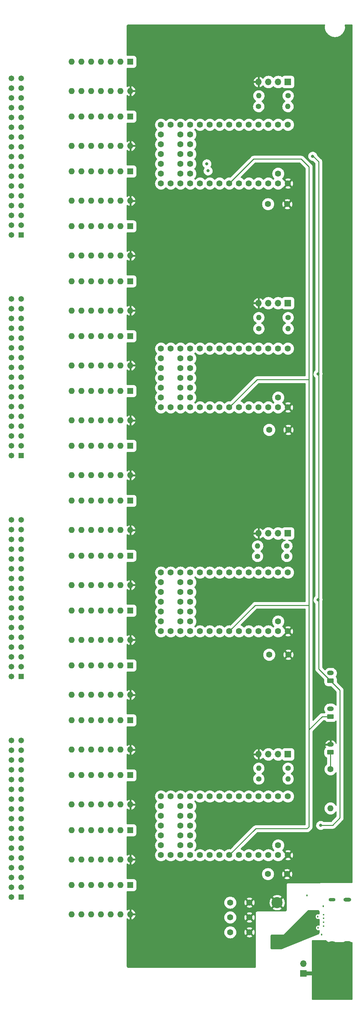
<source format=gbr>
G04 #@! TF.GenerationSoftware,KiCad,Pcbnew,(6.0.4-0)*
G04 #@! TF.CreationDate,2023-02-13T16:27:07-08:00*
G04 #@! TF.ProjectId,widaq-magis-ssr-v2b,77696461-712d-46d6-9167-69732d737372,rev?*
G04 #@! TF.SameCoordinates,Original*
G04 #@! TF.FileFunction,Copper,L3,Inr*
G04 #@! TF.FilePolarity,Positive*
%FSLAX46Y46*%
G04 Gerber Fmt 4.6, Leading zero omitted, Abs format (unit mm)*
G04 Created by KiCad (PCBNEW (6.0.4-0)) date 2023-02-13 16:27:07*
%MOMM*%
%LPD*%
G01*
G04 APERTURE LIST*
G04 Aperture macros list*
%AMRoundRect*
0 Rectangle with rounded corners*
0 $1 Rounding radius*
0 $2 $3 $4 $5 $6 $7 $8 $9 X,Y pos of 4 corners*
0 Add a 4 corners polygon primitive as box body*
4,1,4,$2,$3,$4,$5,$6,$7,$8,$9,$2,$3,0*
0 Add four circle primitives for the rounded corners*
1,1,$1+$1,$2,$3*
1,1,$1+$1,$4,$5*
1,1,$1+$1,$6,$7*
1,1,$1+$1,$8,$9*
0 Add four rect primitives between the rounded corners*
20,1,$1+$1,$2,$3,$4,$5,0*
20,1,$1+$1,$4,$5,$6,$7,0*
20,1,$1+$1,$6,$7,$8,$9,0*
20,1,$1+$1,$8,$9,$2,$3,0*%
G04 Aperture macros list end*
G04 #@! TA.AperFunction,ComponentPad*
%ADD10R,1.600000X1.600000*%
G04 #@! TD*
G04 #@! TA.AperFunction,ComponentPad*
%ADD11O,1.600000X1.600000*%
G04 #@! TD*
G04 #@! TA.AperFunction,ComponentPad*
%ADD12RoundRect,0.250000X0.625000X-0.350000X0.625000X0.350000X-0.625000X0.350000X-0.625000X-0.350000X0*%
G04 #@! TD*
G04 #@! TA.AperFunction,ComponentPad*
%ADD13O,1.750000X1.200000*%
G04 #@! TD*
G04 #@! TA.AperFunction,ComponentPad*
%ADD14R,1.700000X1.700000*%
G04 #@! TD*
G04 #@! TA.AperFunction,ComponentPad*
%ADD15O,1.700000X1.700000*%
G04 #@! TD*
G04 #@! TA.AperFunction,ComponentPad*
%ADD16C,1.400000*%
G04 #@! TD*
G04 #@! TA.AperFunction,ComponentPad*
%ADD17O,1.400000X1.400000*%
G04 #@! TD*
G04 #@! TA.AperFunction,ComponentPad*
%ADD18C,1.600000*%
G04 #@! TD*
G04 #@! TA.AperFunction,ComponentPad*
%ADD19C,2.900000*%
G04 #@! TD*
G04 #@! TA.AperFunction,ComponentPad*
%ADD20O,2.000000X1.000000*%
G04 #@! TD*
G04 #@! TA.AperFunction,ComponentPad*
%ADD21O,1.800000X0.900000*%
G04 #@! TD*
G04 #@! TA.AperFunction,ComponentPad*
%ADD22R,1.473200X1.473200*%
G04 #@! TD*
G04 #@! TA.AperFunction,ComponentPad*
%ADD23C,1.473200*%
G04 #@! TD*
G04 #@! TA.AperFunction,ComponentPad*
%ADD24C,7.400000*%
G04 #@! TD*
G04 #@! TA.AperFunction,ComponentPad*
%ADD25C,0.800000*%
G04 #@! TD*
G04 #@! TA.AperFunction,ViaPad*
%ADD26C,0.457200*%
G04 #@! TD*
G04 #@! TA.AperFunction,ViaPad*
%ADD27C,0.800000*%
G04 #@! TD*
G04 #@! TA.AperFunction,ViaPad*
%ADD28C,0.400000*%
G04 #@! TD*
G04 #@! TA.AperFunction,Conductor*
%ADD29C,0.250000*%
G04 #@! TD*
G04 #@! TA.AperFunction,Conductor*
%ADD30C,1.016000*%
G04 #@! TD*
G04 #@! TA.AperFunction,Conductor*
%ADD31C,0.254000*%
G04 #@! TD*
G04 APERTURE END LIST*
D10*
X289725000Y-241608332D03*
D11*
X287185000Y-241608332D03*
X284645000Y-241608332D03*
X282105000Y-241608332D03*
X279565000Y-241608332D03*
X277025000Y-241608332D03*
X274485000Y-241608332D03*
X274485000Y-249228332D03*
X277025000Y-249228332D03*
X279565000Y-249228332D03*
X282105000Y-249228332D03*
X284645000Y-249228332D03*
X287185000Y-249228332D03*
X289725000Y-249228332D03*
D10*
X289725000Y-113433338D03*
D11*
X287185000Y-113433338D03*
X284645000Y-113433338D03*
X282105000Y-113433338D03*
X279565000Y-113433338D03*
X277025000Y-113433338D03*
X274485000Y-113433338D03*
X274485000Y-121053338D03*
X277025000Y-121053338D03*
X279565000Y-121053338D03*
X282105000Y-121053338D03*
X284645000Y-121053338D03*
X287185000Y-121053338D03*
X289725000Y-121053338D03*
D10*
X289725000Y-99191672D03*
D11*
X287185000Y-99191672D03*
X284645000Y-99191672D03*
X282105000Y-99191672D03*
X279565000Y-99191672D03*
X277025000Y-99191672D03*
X274485000Y-99191672D03*
X274485000Y-106811672D03*
X277025000Y-106811672D03*
X279565000Y-106811672D03*
X282105000Y-106811672D03*
X284645000Y-106811672D03*
X287185000Y-106811672D03*
X289725000Y-106811672D03*
D10*
X289725000Y-298574996D03*
D11*
X287185000Y-298574996D03*
X284645000Y-298574996D03*
X282105000Y-298574996D03*
X279565000Y-298574996D03*
X277025000Y-298574996D03*
X274485000Y-298574996D03*
X274485000Y-306194996D03*
X277025000Y-306194996D03*
X279565000Y-306194996D03*
X282105000Y-306194996D03*
X284645000Y-306194996D03*
X287185000Y-306194996D03*
X289725000Y-306194996D03*
D10*
X289725000Y-312816672D03*
D11*
X287185000Y-312816672D03*
X284645000Y-312816672D03*
X282105000Y-312816672D03*
X279565000Y-312816672D03*
X277025000Y-312816672D03*
X274485000Y-312816672D03*
X274485000Y-320436672D03*
X277025000Y-320436672D03*
X279565000Y-320436672D03*
X282105000Y-320436672D03*
X284645000Y-320436672D03*
X287185000Y-320436672D03*
X289725000Y-320436672D03*
D12*
X341771668Y-269100000D03*
D13*
X341771668Y-267100000D03*
D14*
X330686668Y-221575000D03*
D15*
X328146668Y-221575000D03*
X325606668Y-221575000D03*
X323066668Y-221575000D03*
D16*
X322776668Y-227525000D03*
D17*
X330396668Y-227525000D03*
D18*
X315686668Y-317370000D03*
X320686668Y-317370000D03*
X315686668Y-325070000D03*
X320686668Y-325070000D03*
D10*
X289725000Y-270091664D03*
D11*
X287185000Y-270091664D03*
X284645000Y-270091664D03*
X282105000Y-270091664D03*
X279565000Y-270091664D03*
X277025000Y-270091664D03*
X274485000Y-270091664D03*
X274485000Y-277711664D03*
X277025000Y-277711664D03*
X279565000Y-277711664D03*
X282105000Y-277711664D03*
X284645000Y-277711664D03*
X287185000Y-277711664D03*
X289725000Y-277711664D03*
D16*
X330736668Y-165575000D03*
D17*
X323116668Y-165575000D03*
D18*
X315686668Y-321220000D03*
X320686668Y-321220000D03*
D10*
X289725000Y-127675004D03*
D11*
X287185000Y-127675004D03*
X284645000Y-127675004D03*
X282105000Y-127675004D03*
X279565000Y-127675004D03*
X277025000Y-127675004D03*
X274485000Y-127675004D03*
X274485000Y-135295004D03*
X277025000Y-135295004D03*
X279565000Y-135295004D03*
X282105000Y-135295004D03*
X284645000Y-135295004D03*
X287185000Y-135295004D03*
X289725000Y-135295004D03*
D14*
X330711668Y-278900000D03*
D15*
X328171668Y-278900000D03*
X325631668Y-278900000D03*
X323091668Y-278900000D03*
D19*
X327875000Y-327530000D03*
X327875000Y-317370000D03*
D16*
X323126668Y-168475000D03*
D17*
X330746668Y-168475000D03*
D10*
X289725000Y-184641668D03*
D11*
X287185000Y-184641668D03*
X284645000Y-184641668D03*
X282105000Y-184641668D03*
X279565000Y-184641668D03*
X277025000Y-184641668D03*
X274485000Y-184641668D03*
X274485000Y-192261668D03*
X277025000Y-192261668D03*
X279565000Y-192261668D03*
X282105000Y-192261668D03*
X284645000Y-192261668D03*
X287185000Y-192261668D03*
X289725000Y-192261668D03*
D18*
X325811668Y-253050000D03*
X330811668Y-253050000D03*
X330711668Y-115555000D03*
X328171668Y-115555000D03*
X325631668Y-115555000D03*
X323091668Y-115555000D03*
X320551668Y-115555000D03*
X318011668Y-115555000D03*
X315471668Y-115555000D03*
X312931668Y-115555000D03*
X310391668Y-115555000D03*
X307851668Y-115555000D03*
X305311668Y-115555000D03*
X302771668Y-115555000D03*
X300231668Y-115555000D03*
X297691668Y-115555000D03*
X297691668Y-118095000D03*
X297691668Y-120635000D03*
X297691668Y-123175000D03*
X297691668Y-125715000D03*
X297691668Y-128255000D03*
X297691668Y-130795000D03*
X300231668Y-130795000D03*
X302771668Y-130795000D03*
X305311668Y-130795000D03*
X307851668Y-130795000D03*
X310391668Y-130795000D03*
X312931668Y-130795000D03*
X315471668Y-130795000D03*
X318011668Y-130795000D03*
X320551668Y-130795000D03*
X323091668Y-130795000D03*
X325631668Y-130795000D03*
X328171668Y-130795000D03*
X330711668Y-130795000D03*
X328171668Y-128255000D03*
X302771668Y-128255000D03*
X305311668Y-128255000D03*
X302771668Y-125715000D03*
X305311668Y-125715000D03*
X302771668Y-123175000D03*
X305311668Y-123175000D03*
X302771668Y-120635000D03*
X305311668Y-120635000D03*
X302771668Y-118095000D03*
X305311668Y-118095000D03*
D20*
X346171668Y-327875000D03*
X346171668Y-316635000D03*
D21*
X342171668Y-327875000D03*
X342171668Y-316635000D03*
D18*
X325486668Y-309975000D03*
X330486668Y-309975000D03*
X325811668Y-194725000D03*
X330811668Y-194725000D03*
D10*
X289725000Y-141916670D03*
D11*
X287185000Y-141916670D03*
X284645000Y-141916670D03*
X282105000Y-141916670D03*
X279565000Y-141916670D03*
X277025000Y-141916670D03*
X274485000Y-141916670D03*
X274485000Y-149536670D03*
X277025000Y-149536670D03*
X279565000Y-149536670D03*
X282105000Y-149536670D03*
X284645000Y-149536670D03*
X287185000Y-149536670D03*
X289725000Y-149536670D03*
D16*
X330751668Y-108050000D03*
D17*
X323131668Y-108050000D03*
D10*
X289725000Y-198883334D03*
D11*
X287185000Y-198883334D03*
X284645000Y-198883334D03*
X282105000Y-198883334D03*
X279565000Y-198883334D03*
X277025000Y-198883334D03*
X274485000Y-198883334D03*
X274485000Y-206503334D03*
X277025000Y-206503334D03*
X279565000Y-206503334D03*
X282105000Y-206503334D03*
X284645000Y-206503334D03*
X287185000Y-206503334D03*
X289725000Y-206503334D03*
D12*
X341771668Y-278375000D03*
D13*
X341771668Y-276375000D03*
D10*
X289725000Y-284333330D03*
D11*
X287185000Y-284333330D03*
X284645000Y-284333330D03*
X282105000Y-284333330D03*
X279565000Y-284333330D03*
X277025000Y-284333330D03*
X274485000Y-284333330D03*
X274485000Y-291953330D03*
X277025000Y-291953330D03*
X279565000Y-291953330D03*
X282105000Y-291953330D03*
X284645000Y-291953330D03*
X287185000Y-291953330D03*
X289725000Y-291953330D03*
D14*
X330711668Y-104450000D03*
D15*
X328171668Y-104450000D03*
X325631668Y-104450000D03*
X323091668Y-104450000D03*
D18*
X330711668Y-289830000D03*
X328171668Y-289830000D03*
X325631668Y-289830000D03*
X323091668Y-289830000D03*
X320551668Y-289830000D03*
X318011668Y-289830000D03*
X315471668Y-289830000D03*
X312931668Y-289830000D03*
X310391668Y-289830000D03*
X307851668Y-289830000D03*
X305311668Y-289830000D03*
X302771668Y-289830000D03*
X300231668Y-289830000D03*
X297691668Y-289830000D03*
X297691668Y-292370000D03*
X297691668Y-294910000D03*
X297691668Y-297450000D03*
X297691668Y-299990000D03*
X297691668Y-302530000D03*
X297691668Y-305070000D03*
X300231668Y-305070000D03*
X302771668Y-305070000D03*
X305311668Y-305070000D03*
X307851668Y-305070000D03*
X310391668Y-305070000D03*
X312931668Y-305070000D03*
X315471668Y-305070000D03*
X318011668Y-305070000D03*
X320551668Y-305070000D03*
X323091668Y-305070000D03*
X325631668Y-305070000D03*
X328171668Y-305070000D03*
X330711668Y-305070000D03*
X328171668Y-302530000D03*
X302771668Y-302530000D03*
X305311668Y-302530000D03*
X302771668Y-299990000D03*
X305311668Y-299990000D03*
X302771668Y-297450000D03*
X305311668Y-297450000D03*
X302771668Y-294910000D03*
X305311668Y-294910000D03*
X302771668Y-292370000D03*
X305311668Y-292370000D03*
D14*
X334750000Y-335750000D03*
D15*
X334750000Y-333210000D03*
D18*
X341761668Y-282770000D03*
D11*
X341761668Y-292930000D03*
D22*
X261345000Y-201445000D03*
D23*
X261345000Y-198905000D03*
X261345000Y-196365000D03*
X261345000Y-193825000D03*
X261345000Y-191285000D03*
X261345000Y-188745000D03*
X261345000Y-186205000D03*
X261345000Y-183665000D03*
X261345000Y-181125000D03*
X261345000Y-178585000D03*
X261345000Y-176045000D03*
X261345000Y-173505000D03*
X261345000Y-170965000D03*
X261345000Y-168425000D03*
X261345000Y-165885000D03*
X261345000Y-163345000D03*
X261345000Y-160805000D03*
X258805000Y-201445000D03*
X258805000Y-198905000D03*
X258805000Y-196365000D03*
X258805000Y-193825000D03*
X258805000Y-191285000D03*
X258805000Y-188745000D03*
X258805000Y-186205000D03*
X258805000Y-183665000D03*
X258805000Y-181125000D03*
X258805000Y-178585000D03*
X258805000Y-176045000D03*
X258805000Y-173505000D03*
X258805000Y-170965000D03*
X258805000Y-168425000D03*
X258805000Y-165885000D03*
X258805000Y-163345000D03*
X258805000Y-160805000D03*
D16*
X330411668Y-224850000D03*
D17*
X322791668Y-224850000D03*
D18*
X330711668Y-173646666D03*
X328171668Y-173646666D03*
X325631668Y-173646666D03*
X323091668Y-173646666D03*
X320551668Y-173646666D03*
X318011668Y-173646666D03*
X315471668Y-173646666D03*
X312931668Y-173646666D03*
X310391668Y-173646666D03*
X307851668Y-173646666D03*
X305311668Y-173646666D03*
X302771668Y-173646666D03*
X300231668Y-173646666D03*
X297691668Y-173646666D03*
X297691668Y-176186666D03*
X297691668Y-178726666D03*
X297691668Y-181266666D03*
X297691668Y-183806666D03*
X297691668Y-186346666D03*
X297691668Y-188886666D03*
X300231668Y-188886666D03*
X302771668Y-188886666D03*
X305311668Y-188886666D03*
X307851668Y-188886666D03*
X310391668Y-188886666D03*
X312931668Y-188886666D03*
X315471668Y-188886666D03*
X318011668Y-188886666D03*
X320551668Y-188886666D03*
X323091668Y-188886666D03*
X325631668Y-188886666D03*
X328171668Y-188886666D03*
X330711668Y-188886666D03*
X328171668Y-186346666D03*
X302771668Y-186346666D03*
X305311668Y-186346666D03*
X302771668Y-183806666D03*
X305311668Y-183806666D03*
X302771668Y-181266666D03*
X305311668Y-181266666D03*
X302771668Y-178726666D03*
X305311668Y-178726666D03*
X302771668Y-176186666D03*
X305311668Y-176186666D03*
D10*
X289725000Y-213125000D03*
D11*
X287185000Y-213125000D03*
X284645000Y-213125000D03*
X282105000Y-213125000D03*
X279565000Y-213125000D03*
X277025000Y-213125000D03*
X274485000Y-213125000D03*
X274485000Y-220745000D03*
X277025000Y-220745000D03*
X279565000Y-220745000D03*
X282105000Y-220745000D03*
X284645000Y-220745000D03*
X287185000Y-220745000D03*
X289725000Y-220745000D03*
D24*
X342900000Y-337820000D03*
D25*
X340125000Y-337820000D03*
X344862221Y-335857779D03*
X340937779Y-335857779D03*
X344862221Y-339782221D03*
X342900000Y-340595000D03*
X345675000Y-337820000D03*
X342900000Y-335045000D03*
X340937779Y-339782221D03*
D16*
X323111668Y-285275000D03*
D17*
X330731668Y-285275000D03*
D18*
X325536668Y-136150000D03*
X330536668Y-136150000D03*
D10*
X289725000Y-255849998D03*
D11*
X287185000Y-255849998D03*
X284645000Y-255849998D03*
X282105000Y-255849998D03*
X279565000Y-255849998D03*
X277025000Y-255849998D03*
X274485000Y-255849998D03*
X274485000Y-263469998D03*
X277025000Y-263469998D03*
X279565000Y-263469998D03*
X282105000Y-263469998D03*
X284645000Y-263469998D03*
X287185000Y-263469998D03*
X289725000Y-263469998D03*
D16*
X330721668Y-282500000D03*
D17*
X323101668Y-282500000D03*
D22*
X261345000Y-144186667D03*
D23*
X261345000Y-141646667D03*
X261345000Y-139106667D03*
X261345000Y-136566667D03*
X261345000Y-134026667D03*
X261345000Y-131486667D03*
X261345000Y-128946667D03*
X261345000Y-126406667D03*
X261345000Y-123866667D03*
X261345000Y-121326667D03*
X261345000Y-118786667D03*
X261345000Y-116246667D03*
X261345000Y-113706667D03*
X261345000Y-111166667D03*
X261345000Y-108626667D03*
X261345000Y-106086667D03*
X261345000Y-103546667D03*
X258805000Y-144186667D03*
X258805000Y-141646667D03*
X258805000Y-139106667D03*
X258805000Y-136566667D03*
X258805000Y-134026667D03*
X258805000Y-131486667D03*
X258805000Y-128946667D03*
X258805000Y-126406667D03*
X258805000Y-123866667D03*
X258805000Y-121326667D03*
X258805000Y-118786667D03*
X258805000Y-116246667D03*
X258805000Y-113706667D03*
X258805000Y-111166667D03*
X258805000Y-108626667D03*
X258805000Y-106086667D03*
X258805000Y-103546667D03*
D12*
X341771668Y-259825000D03*
D13*
X341771668Y-257825000D03*
D16*
X323076668Y-110825000D03*
D17*
X330696668Y-110825000D03*
D10*
X289725000Y-227366666D03*
D11*
X287185000Y-227366666D03*
X284645000Y-227366666D03*
X282105000Y-227366666D03*
X279565000Y-227366666D03*
X277025000Y-227366666D03*
X274485000Y-227366666D03*
X274485000Y-234986666D03*
X277025000Y-234986666D03*
X279565000Y-234986666D03*
X282105000Y-234986666D03*
X284645000Y-234986666D03*
X287185000Y-234986666D03*
X289725000Y-234986666D03*
D22*
X261345000Y-258703333D03*
D23*
X261345000Y-256163333D03*
X261345000Y-253623333D03*
X261345000Y-251083333D03*
X261345000Y-248543333D03*
X261345000Y-246003333D03*
X261345000Y-243463333D03*
X261345000Y-240923333D03*
X261345000Y-238383333D03*
X261345000Y-235843333D03*
X261345000Y-233303333D03*
X261345000Y-230763333D03*
X261345000Y-228223333D03*
X261345000Y-225683333D03*
X261345000Y-223143333D03*
X261345000Y-220603333D03*
X261345000Y-218063333D03*
X258805000Y-258703333D03*
X258805000Y-256163333D03*
X258805000Y-253623333D03*
X258805000Y-251083333D03*
X258805000Y-248543333D03*
X258805000Y-246003333D03*
X258805000Y-243463333D03*
X258805000Y-240923333D03*
X258805000Y-238383333D03*
X258805000Y-235843333D03*
X258805000Y-233303333D03*
X258805000Y-230763333D03*
X258805000Y-228223333D03*
X258805000Y-225683333D03*
X258805000Y-223143333D03*
X258805000Y-220603333D03*
X258805000Y-218063333D03*
D10*
X289725000Y-156158336D03*
D11*
X287185000Y-156158336D03*
X284645000Y-156158336D03*
X282105000Y-156158336D03*
X279565000Y-156158336D03*
X277025000Y-156158336D03*
X274485000Y-156158336D03*
X274485000Y-163778336D03*
X277025000Y-163778336D03*
X279565000Y-163778336D03*
X282105000Y-163778336D03*
X284645000Y-163778336D03*
X287185000Y-163778336D03*
X289725000Y-163778336D03*
D22*
X261345000Y-315961667D03*
D23*
X261345000Y-313421667D03*
X261345000Y-310881667D03*
X261345000Y-308341667D03*
X261345000Y-305801667D03*
X261345000Y-303261667D03*
X261345000Y-300721667D03*
X261345000Y-298181667D03*
X261345000Y-295641667D03*
X261345000Y-293101667D03*
X261345000Y-290561667D03*
X261345000Y-288021667D03*
X261345000Y-285481667D03*
X261345000Y-282941667D03*
X261345000Y-280401667D03*
X261345000Y-277861667D03*
X261345000Y-275321667D03*
X258805000Y-315961667D03*
X258805000Y-313421667D03*
X258805000Y-310881667D03*
X258805000Y-308341667D03*
X258805000Y-305801667D03*
X258805000Y-303261667D03*
X258805000Y-300721667D03*
X258805000Y-298181667D03*
X258805000Y-295641667D03*
X258805000Y-293101667D03*
X258805000Y-290561667D03*
X258805000Y-288021667D03*
X258805000Y-285481667D03*
X258805000Y-282941667D03*
X258805000Y-280401667D03*
X258805000Y-277861667D03*
X258805000Y-275321667D03*
D14*
X330686668Y-161850000D03*
D15*
X328146668Y-161850000D03*
X325606668Y-161850000D03*
X323066668Y-161850000D03*
D18*
X330711668Y-231738332D03*
X328171668Y-231738332D03*
X325631668Y-231738332D03*
X323091668Y-231738332D03*
X320551668Y-231738332D03*
X318011668Y-231738332D03*
X315471668Y-231738332D03*
X312931668Y-231738332D03*
X310391668Y-231738332D03*
X307851668Y-231738332D03*
X305311668Y-231738332D03*
X302771668Y-231738332D03*
X300231668Y-231738332D03*
X297691668Y-231738332D03*
X297691668Y-234278332D03*
X297691668Y-236818332D03*
X297691668Y-239358332D03*
X297691668Y-241898332D03*
X297691668Y-244438332D03*
X297691668Y-246978332D03*
X300231668Y-246978332D03*
X302771668Y-246978332D03*
X305311668Y-246978332D03*
X307851668Y-246978332D03*
X310391668Y-246978332D03*
X312931668Y-246978332D03*
X315471668Y-246978332D03*
X318011668Y-246978332D03*
X320551668Y-246978332D03*
X323091668Y-246978332D03*
X325631668Y-246978332D03*
X328171668Y-246978332D03*
X330711668Y-246978332D03*
X328171668Y-244438332D03*
X302771668Y-244438332D03*
X305311668Y-244438332D03*
X302771668Y-241898332D03*
X305311668Y-241898332D03*
X302771668Y-239358332D03*
X305311668Y-239358332D03*
X302771668Y-236818332D03*
X305311668Y-236818332D03*
X302771668Y-234278332D03*
X305311668Y-234278332D03*
D10*
X289725000Y-170400002D03*
D11*
X287185000Y-170400002D03*
X284645000Y-170400002D03*
X282105000Y-170400002D03*
X279565000Y-170400002D03*
X277025000Y-170400002D03*
X274485000Y-170400002D03*
X274485000Y-178020002D03*
X277025000Y-178020002D03*
X279565000Y-178020002D03*
X282105000Y-178020002D03*
X284645000Y-178020002D03*
X287185000Y-178020002D03*
X289725000Y-178020002D03*
D26*
X339886720Y-318349992D03*
D27*
X309911668Y-127525500D03*
D28*
X339975000Y-322500000D03*
X339975000Y-320525000D03*
X339975000Y-321500000D03*
D26*
X339450000Y-325675000D03*
X335686668Y-315550000D03*
D28*
X339975000Y-323500000D03*
D27*
X309601503Y-125683924D03*
D26*
X338575000Y-319650000D03*
X338400000Y-324850000D03*
X338500000Y-321000000D03*
X338575000Y-323925000D03*
D27*
X337136668Y-123725000D03*
X339186668Y-297325000D03*
X338511168Y-238825000D03*
X338511168Y-180225000D03*
D29*
X341761668Y-278385000D02*
X341761668Y-282770000D01*
X341771668Y-278375000D02*
X341761668Y-278385000D01*
D30*
X330711668Y-309750000D02*
X330486668Y-309975000D01*
D29*
X338575000Y-319675000D02*
X338575000Y-319650000D01*
D30*
X342171668Y-329503332D02*
X342150000Y-329525000D01*
X346171668Y-329696668D02*
X346175000Y-329700000D01*
X339850000Y-335750000D02*
X342625000Y-338525000D01*
X334750000Y-335750000D02*
X339850000Y-335750000D01*
X346171668Y-329696668D02*
X346171668Y-327875000D01*
X342171668Y-327875000D02*
X342171668Y-329503332D01*
D29*
X338686668Y-238525000D02*
X338686668Y-180125000D01*
X338611168Y-180125000D02*
X338511168Y-180225000D01*
X342336668Y-297325000D02*
X339186668Y-297325000D01*
X338686668Y-238525000D02*
X338686668Y-238649500D01*
X341771668Y-259825000D02*
X338686668Y-256740000D01*
X338686668Y-238649500D02*
X338511168Y-238825000D01*
X341771668Y-259825000D02*
X344261668Y-262315000D01*
X337286668Y-123725000D02*
X337136668Y-123725000D01*
X338686668Y-256740000D02*
X338686668Y-238525000D01*
X338686668Y-180125000D02*
X338686668Y-125125000D01*
X344261668Y-262315000D02*
X344261668Y-295400000D01*
X338686668Y-125125000D02*
X337286668Y-123725000D01*
X338686668Y-180125000D02*
X338611168Y-180125000D01*
X344261668Y-295400000D02*
X342336668Y-297325000D01*
X336161668Y-181675000D02*
X322683334Y-181675000D01*
X336161668Y-126450000D02*
X334186668Y-124475000D01*
X335711668Y-298200000D02*
X322341668Y-298200000D01*
X336161668Y-181675000D02*
X336161668Y-126450000D01*
X336161668Y-297750000D02*
X335711668Y-298200000D01*
X336161668Y-272550000D02*
X336161668Y-240225000D01*
X322341668Y-298200000D02*
X315471668Y-305070000D01*
X341771668Y-269100000D02*
X339611668Y-269100000D01*
X334186668Y-124475000D02*
X321791668Y-124475000D01*
X322225000Y-240225000D02*
X315471668Y-246978332D01*
X339611668Y-269100000D02*
X336161668Y-272550000D01*
X336161668Y-240225000D02*
X336161668Y-181675000D01*
X321791668Y-124475000D02*
X315471668Y-130795000D01*
X336161668Y-272550000D02*
X336161668Y-297750000D01*
X336161668Y-240225000D02*
X322225000Y-240225000D01*
X322683334Y-181675000D02*
X315471668Y-188886666D01*
D31*
X340605205Y-327273632D02*
X340619175Y-327292562D01*
X340751927Y-327441124D01*
X340769171Y-327457126D01*
X340927226Y-327578420D01*
X340947145Y-327590938D01*
X341124993Y-327680736D01*
X341146893Y-327689333D01*
X341338335Y-327744504D01*
X341361448Y-327748879D01*
X341431592Y-327755464D01*
X341446835Y-327759194D01*
X341468978Y-327762562D01*
X341480196Y-327763258D01*
X341487998Y-327763500D01*
X341509177Y-327763500D01*
X341532613Y-327766796D01*
X341548391Y-327768012D01*
X341569816Y-327768313D01*
X341585618Y-327767541D01*
X341621678Y-327763500D01*
X347383168Y-327763500D01*
X347383168Y-342436731D01*
X337051000Y-342439421D01*
X337051000Y-327176000D01*
X340546380Y-327176000D01*
X340605205Y-327273632D01*
X340605205Y-327273632D02*
X340546380Y-327176000D01*
G04 #@! TA.AperFunction,Conductor*
G36*
X340605205Y-327273632D02*
G01*
X340619175Y-327292562D01*
X340751927Y-327441124D01*
X340769171Y-327457126D01*
X340927226Y-327578420D01*
X340947145Y-327590938D01*
X341124993Y-327680736D01*
X341146893Y-327689333D01*
X341338335Y-327744504D01*
X341361448Y-327748879D01*
X341431592Y-327755464D01*
X341446835Y-327759194D01*
X341468978Y-327762562D01*
X341480196Y-327763258D01*
X341487998Y-327763500D01*
X341509177Y-327763500D01*
X341532613Y-327766796D01*
X341548391Y-327768012D01*
X341569816Y-327768313D01*
X341585618Y-327767541D01*
X341621678Y-327763500D01*
X347383168Y-327763500D01*
X347383168Y-342436731D01*
X337051000Y-342439421D01*
X337051000Y-327176000D01*
X340546380Y-327176000D01*
X340605205Y-327273632D01*
G37*
G04 #@! TD.AperFunction*
X338597316Y-319439974D02*
X338667962Y-319475971D01*
X338724029Y-319532038D01*
X338760026Y-319602684D01*
X338774000Y-319690917D01*
X338774000Y-320312886D01*
X338750941Y-320304035D01*
X338607722Y-320268061D01*
X338577687Y-320264267D01*
X338430022Y-320263494D01*
X338399948Y-320266973D01*
X338256360Y-320301445D01*
X338227984Y-320311998D01*
X338096764Y-320379726D01*
X338071725Y-320396743D01*
X337960448Y-320493816D01*
X337940190Y-320516315D01*
X337855281Y-320637129D01*
X337840975Y-320663809D01*
X337787334Y-320801390D01*
X337779805Y-320830714D01*
X337760531Y-320977118D01*
X337760214Y-321007390D01*
X337776418Y-321154166D01*
X337783331Y-321183641D01*
X337834078Y-321322315D01*
X337847822Y-321349290D01*
X337930183Y-321471856D01*
X337949966Y-321494774D01*
X338059186Y-321594156D01*
X338083863Y-321611693D01*
X338213636Y-321682154D01*
X338241784Y-321693299D01*
X338384618Y-321730771D01*
X338414613Y-321734879D01*
X338562262Y-321737198D01*
X338592371Y-321734034D01*
X338736312Y-321701067D01*
X338764796Y-321690812D01*
X338774000Y-321686183D01*
X338774000Y-323215988D01*
X338682722Y-323193061D01*
X338652687Y-323189267D01*
X338505022Y-323188494D01*
X338474948Y-323191973D01*
X338331360Y-323226445D01*
X338302984Y-323236998D01*
X338171764Y-323304726D01*
X338146725Y-323321743D01*
X338035448Y-323418816D01*
X338015190Y-323441315D01*
X337930281Y-323562129D01*
X337915975Y-323588809D01*
X337862334Y-323726390D01*
X337854805Y-323755714D01*
X337835531Y-323902118D01*
X337835214Y-323932390D01*
X337851418Y-324079166D01*
X337858331Y-324108641D01*
X337909078Y-324247315D01*
X337922822Y-324274290D01*
X338005183Y-324396856D01*
X338024966Y-324419774D01*
X338134186Y-324519156D01*
X338158863Y-324536693D01*
X338288636Y-324607154D01*
X338316784Y-324618299D01*
X338459618Y-324655771D01*
X338489613Y-324659879D01*
X338637262Y-324662198D01*
X338667371Y-324659034D01*
X338774000Y-324634613D01*
X338774000Y-325159020D01*
X338761546Y-325242443D01*
X338729341Y-325310048D01*
X338678790Y-325365304D01*
X338606166Y-325408195D01*
X329002140Y-329303027D01*
X328949392Y-329318708D01*
X328894612Y-329324000D01*
X326515917Y-329324000D01*
X326427684Y-329310026D01*
X326357038Y-329274029D01*
X326300971Y-329217962D01*
X326264974Y-329147316D01*
X326251000Y-329059083D01*
X326251000Y-326065917D01*
X326264974Y-325977684D01*
X326300971Y-325907038D01*
X326357038Y-325850971D01*
X326427684Y-325814974D01*
X326515917Y-325801000D01*
X329392185Y-325801000D01*
X329416767Y-325798579D01*
X329562569Y-325769577D01*
X329607989Y-325750763D01*
X329731594Y-325668173D01*
X329750687Y-325652503D01*
X335893726Y-319509464D01*
X335986175Y-319447692D01*
X336095226Y-319426000D01*
X338509083Y-319426000D01*
X338597316Y-319439974D01*
X338597316Y-319439974D02*
X338509083Y-319426000D01*
G04 #@! TA.AperFunction,Conductor*
G36*
X338597316Y-319439974D02*
G01*
X338667962Y-319475971D01*
X338724029Y-319532038D01*
X338760026Y-319602684D01*
X338774000Y-319690917D01*
X338774000Y-320312886D01*
X338750941Y-320304035D01*
X338607722Y-320268061D01*
X338577687Y-320264267D01*
X338430022Y-320263494D01*
X338399948Y-320266973D01*
X338256360Y-320301445D01*
X338227984Y-320311998D01*
X338096764Y-320379726D01*
X338071725Y-320396743D01*
X337960448Y-320493816D01*
X337940190Y-320516315D01*
X337855281Y-320637129D01*
X337840975Y-320663809D01*
X337787334Y-320801390D01*
X337779805Y-320830714D01*
X337760531Y-320977118D01*
X337760214Y-321007390D01*
X337776418Y-321154166D01*
X337783331Y-321183641D01*
X337834078Y-321322315D01*
X337847822Y-321349290D01*
X337930183Y-321471856D01*
X337949966Y-321494774D01*
X338059186Y-321594156D01*
X338083863Y-321611693D01*
X338213636Y-321682154D01*
X338241784Y-321693299D01*
X338384618Y-321730771D01*
X338414613Y-321734879D01*
X338562262Y-321737198D01*
X338592371Y-321734034D01*
X338736312Y-321701067D01*
X338764796Y-321690812D01*
X338774000Y-321686183D01*
X338774000Y-323215988D01*
X338682722Y-323193061D01*
X338652687Y-323189267D01*
X338505022Y-323188494D01*
X338474948Y-323191973D01*
X338331360Y-323226445D01*
X338302984Y-323236998D01*
X338171764Y-323304726D01*
X338146725Y-323321743D01*
X338035448Y-323418816D01*
X338015190Y-323441315D01*
X337930281Y-323562129D01*
X337915975Y-323588809D01*
X337862334Y-323726390D01*
X337854805Y-323755714D01*
X337835531Y-323902118D01*
X337835214Y-323932390D01*
X337851418Y-324079166D01*
X337858331Y-324108641D01*
X337909078Y-324247315D01*
X337922822Y-324274290D01*
X338005183Y-324396856D01*
X338024966Y-324419774D01*
X338134186Y-324519156D01*
X338158863Y-324536693D01*
X338288636Y-324607154D01*
X338316784Y-324618299D01*
X338459618Y-324655771D01*
X338489613Y-324659879D01*
X338637262Y-324662198D01*
X338667371Y-324659034D01*
X338774000Y-324634613D01*
X338774000Y-325159020D01*
X338761546Y-325242443D01*
X338729341Y-325310048D01*
X338678790Y-325365304D01*
X338606166Y-325408195D01*
X329002140Y-329303027D01*
X328949392Y-329318708D01*
X328894612Y-329324000D01*
X326515917Y-329324000D01*
X326427684Y-329310026D01*
X326357038Y-329274029D01*
X326300971Y-329217962D01*
X326264974Y-329147316D01*
X326251000Y-329059083D01*
X326251000Y-326065917D01*
X326264974Y-325977684D01*
X326300971Y-325907038D01*
X326357038Y-325850971D01*
X326427684Y-325814974D01*
X326515917Y-325801000D01*
X329392185Y-325801000D01*
X329416767Y-325798579D01*
X329562569Y-325769577D01*
X329607989Y-325750763D01*
X329731594Y-325668173D01*
X329750687Y-325652503D01*
X335893726Y-319509464D01*
X335986175Y-319447692D01*
X336095226Y-319426000D01*
X338509083Y-319426000D01*
X338597316Y-319439974D01*
G37*
G04 #@! TD.AperFunction*
X340205902Y-89676615D02*
X340172603Y-89875605D01*
X340170995Y-89890905D01*
X340157055Y-90210185D01*
X340157323Y-90225567D01*
X340182397Y-90544167D01*
X340184538Y-90559401D01*
X340248253Y-90872570D01*
X340252235Y-90887431D01*
X340353641Y-91190500D01*
X340359404Y-91204763D01*
X340496988Y-91493216D01*
X340504447Y-91506672D01*
X340676160Y-91776207D01*
X340685202Y-91788653D01*
X340888483Y-92035252D01*
X340898975Y-92046503D01*
X341130794Y-92266491D01*
X341142579Y-92276380D01*
X341399479Y-92466476D01*
X341412382Y-92474855D01*
X341690534Y-92632226D01*
X341704361Y-92638970D01*
X341999619Y-92761270D01*
X342014165Y-92766278D01*
X342322127Y-92851683D01*
X342337175Y-92854882D01*
X342653249Y-92902120D01*
X342666377Y-92903384D01*
X342780807Y-92908380D01*
X342786303Y-92908500D01*
X342981162Y-92908500D01*
X342988854Y-92908265D01*
X343226681Y-92893719D01*
X343241951Y-92891844D01*
X343556184Y-92833604D01*
X343571111Y-92829882D01*
X343875904Y-92733781D01*
X343890266Y-92728268D01*
X344181076Y-92595739D01*
X344194660Y-92588517D01*
X344467151Y-92421534D01*
X344479753Y-92412710D01*
X344729862Y-92213764D01*
X344741295Y-92203470D01*
X344965295Y-91975526D01*
X344975388Y-91963915D01*
X345169939Y-91710371D01*
X345178541Y-91697617D01*
X345340743Y-91422254D01*
X345347728Y-91408546D01*
X345475162Y-91115467D01*
X345480423Y-91101011D01*
X345571190Y-90794587D01*
X345574651Y-90779597D01*
X345627397Y-90464395D01*
X345629005Y-90449095D01*
X345642945Y-90129815D01*
X345642677Y-90114433D01*
X345617603Y-89795833D01*
X345615462Y-89780599D01*
X345594319Y-89676679D01*
X347383168Y-89676701D01*
X347383168Y-312175287D01*
X330733249Y-312198466D01*
X330713461Y-312200058D01*
X330595292Y-312219020D01*
X330557682Y-312231350D01*
X330451226Y-312286035D01*
X330419298Y-312309425D01*
X330403939Y-312324925D01*
X330350000Y-312325000D01*
X330350417Y-312378937D01*
X330335058Y-312394437D01*
X330311961Y-312426578D01*
X330258250Y-312533529D01*
X330246262Y-312571250D01*
X330228380Y-312689587D01*
X330226970Y-312709388D01*
X330277302Y-319215882D01*
X330264038Y-319304133D01*
X330228657Y-319375003D01*
X330173121Y-319431493D01*
X330102862Y-319468075D01*
X330014854Y-319482840D01*
X322708739Y-319550699D01*
X322689121Y-319552421D01*
X322572019Y-319572009D01*
X322534776Y-319584441D01*
X322429389Y-319639123D01*
X322397779Y-319662417D01*
X322380656Y-319679752D01*
X322331318Y-319680210D01*
X322331465Y-319729550D01*
X322314342Y-319746885D01*
X322291438Y-319778778D01*
X322238053Y-319884828D01*
X322226079Y-319922222D01*
X322207930Y-320039556D01*
X322206450Y-320059192D01*
X322247828Y-333907724D01*
X322234039Y-333996237D01*
X322198057Y-334067145D01*
X322141879Y-334123407D01*
X322071026Y-334159496D01*
X321982537Y-334173416D01*
X289115525Y-334124580D01*
X289027399Y-334110501D01*
X288956853Y-334074464D01*
X288900878Y-334018406D01*
X288864949Y-333947812D01*
X288851000Y-333859657D01*
X288851000Y-325079886D01*
X313993724Y-325079886D01*
X314013020Y-325325071D01*
X314016113Y-325344600D01*
X314073528Y-325583747D01*
X314079638Y-325602550D01*
X314173756Y-325829772D01*
X314182732Y-325847389D01*
X314311237Y-326057090D01*
X314322859Y-326073086D01*
X314482586Y-326260102D01*
X314496566Y-326274082D01*
X314683582Y-326433809D01*
X314699578Y-326445431D01*
X314909279Y-326573936D01*
X314926896Y-326582912D01*
X315154118Y-326677030D01*
X315172921Y-326683140D01*
X315412068Y-326740555D01*
X315431597Y-326743648D01*
X315676782Y-326762944D01*
X315696554Y-326762944D01*
X315941739Y-326743648D01*
X315961268Y-326740555D01*
X316200415Y-326683140D01*
X316219218Y-326677030D01*
X316446440Y-326582912D01*
X316464057Y-326573936D01*
X316673758Y-326445431D01*
X316689754Y-326433809D01*
X316876770Y-326274082D01*
X316890750Y-326260102D01*
X317001598Y-326130316D01*
X319835658Y-326130316D01*
X319840723Y-326201131D01*
X319886508Y-326260312D01*
X319957899Y-326310301D01*
X319976920Y-326321283D01*
X320184347Y-326418008D01*
X320204986Y-326425520D01*
X320426058Y-326484756D01*
X320447688Y-326488570D01*
X320675687Y-326508517D01*
X320697649Y-326508517D01*
X320925648Y-326488570D01*
X320947278Y-326484756D01*
X321168350Y-326425520D01*
X321188989Y-326418008D01*
X321396416Y-326321283D01*
X321415437Y-326310301D01*
X321486828Y-326260312D01*
X321531156Y-326204854D01*
X321538465Y-326134235D01*
X321503652Y-326068004D01*
X320775763Y-325340115D01*
X320713451Y-325306089D01*
X320642636Y-325311154D01*
X320597573Y-325340115D01*
X319869684Y-326068004D01*
X319835658Y-326130316D01*
X317001598Y-326130316D01*
X317050477Y-326073086D01*
X317062099Y-326057090D01*
X317190604Y-325847389D01*
X317199580Y-325829772D01*
X317293698Y-325602550D01*
X317299808Y-325583747D01*
X317357223Y-325344600D01*
X317360316Y-325325071D01*
X317379526Y-325080981D01*
X319248151Y-325080981D01*
X319268098Y-325308980D01*
X319271912Y-325330610D01*
X319331148Y-325551682D01*
X319338660Y-325572321D01*
X319435385Y-325779748D01*
X319446367Y-325798769D01*
X319496356Y-325870160D01*
X319551814Y-325914488D01*
X319622433Y-325921797D01*
X319688664Y-325886984D01*
X320416553Y-325159095D01*
X320450579Y-325096783D01*
X320446748Y-325043217D01*
X320922757Y-325043217D01*
X320927822Y-325114032D01*
X320956783Y-325159095D01*
X321684672Y-325886984D01*
X321746984Y-325921010D01*
X321817799Y-325915945D01*
X321876980Y-325870160D01*
X321926969Y-325798769D01*
X321937951Y-325779748D01*
X322034676Y-325572321D01*
X322042188Y-325551682D01*
X322101424Y-325330610D01*
X322105238Y-325308980D01*
X322125185Y-325080981D01*
X322125185Y-325059019D01*
X322105238Y-324831020D01*
X322101424Y-324809390D01*
X322042188Y-324588318D01*
X322034676Y-324567679D01*
X321937951Y-324360252D01*
X321926969Y-324341231D01*
X321876980Y-324269840D01*
X321821522Y-324225512D01*
X321750903Y-324218203D01*
X321684672Y-324253016D01*
X320956783Y-324980905D01*
X320922757Y-325043217D01*
X320446748Y-325043217D01*
X320445514Y-325025968D01*
X320416553Y-324980905D01*
X319688664Y-324253016D01*
X319626352Y-324218990D01*
X319555537Y-324224055D01*
X319496356Y-324269840D01*
X319446367Y-324341231D01*
X319435385Y-324360252D01*
X319338660Y-324567679D01*
X319331148Y-324588318D01*
X319271912Y-324809390D01*
X319268098Y-324831020D01*
X319248151Y-325059019D01*
X319248151Y-325080981D01*
X317379526Y-325080981D01*
X317379612Y-325079886D01*
X317379612Y-325060114D01*
X317360316Y-324814929D01*
X317357223Y-324795400D01*
X317299808Y-324556253D01*
X317293698Y-324537450D01*
X317199580Y-324310228D01*
X317190604Y-324292611D01*
X317062099Y-324082910D01*
X317050477Y-324066914D01*
X316998251Y-324005765D01*
X319834871Y-324005765D01*
X319869684Y-324071996D01*
X320597573Y-324799885D01*
X320659885Y-324833911D01*
X320730700Y-324828846D01*
X320775763Y-324799885D01*
X321503652Y-324071996D01*
X321537678Y-324009684D01*
X321532613Y-323938869D01*
X321486828Y-323879688D01*
X321415437Y-323829699D01*
X321396416Y-323818717D01*
X321188989Y-323721992D01*
X321168350Y-323714480D01*
X320947278Y-323655244D01*
X320925648Y-323651430D01*
X320697649Y-323631483D01*
X320675687Y-323631483D01*
X320447688Y-323651430D01*
X320426058Y-323655244D01*
X320204986Y-323714480D01*
X320184347Y-323721992D01*
X319976920Y-323818717D01*
X319957899Y-323829699D01*
X319886508Y-323879688D01*
X319842180Y-323935146D01*
X319834871Y-324005765D01*
X316998251Y-324005765D01*
X316890750Y-323879898D01*
X316876770Y-323865918D01*
X316689754Y-323706191D01*
X316673758Y-323694569D01*
X316464057Y-323566064D01*
X316446440Y-323557088D01*
X316219218Y-323462970D01*
X316200415Y-323456860D01*
X315961268Y-323399445D01*
X315941739Y-323396352D01*
X315696554Y-323377056D01*
X315676782Y-323377056D01*
X315431597Y-323396352D01*
X315412068Y-323399445D01*
X315172921Y-323456860D01*
X315154118Y-323462970D01*
X314926896Y-323557088D01*
X314909279Y-323566064D01*
X314699578Y-323694569D01*
X314683582Y-323706191D01*
X314496566Y-323865918D01*
X314482586Y-323879898D01*
X314322859Y-324066914D01*
X314311237Y-324082910D01*
X314182732Y-324292611D01*
X314173756Y-324310228D01*
X314079638Y-324537450D01*
X314073528Y-324556253D01*
X314016113Y-324795400D01*
X314013020Y-324814929D01*
X313993724Y-325060114D01*
X313993724Y-325079886D01*
X288851000Y-325079886D01*
X288851000Y-321575281D01*
X288996231Y-321676973D01*
X289015252Y-321687955D01*
X289222679Y-321784680D01*
X289243318Y-321792192D01*
X289438389Y-321844461D01*
X289509365Y-321842771D01*
X289568161Y-321802977D01*
X289596109Y-321737713D01*
X289597000Y-321722754D01*
X289853000Y-321722754D01*
X289873002Y-321790875D01*
X289926658Y-321837368D01*
X289996932Y-321847472D01*
X290011611Y-321844461D01*
X290206682Y-321792192D01*
X290227321Y-321784680D01*
X290434748Y-321687955D01*
X290453769Y-321676973D01*
X290641249Y-321545698D01*
X290658073Y-321531580D01*
X290819908Y-321369745D01*
X290834026Y-321352921D01*
X290920176Y-321229886D01*
X313993724Y-321229886D01*
X314013020Y-321475071D01*
X314016113Y-321494600D01*
X314073528Y-321733747D01*
X314079638Y-321752550D01*
X314173756Y-321979772D01*
X314182732Y-321997389D01*
X314311237Y-322207090D01*
X314322859Y-322223086D01*
X314482586Y-322410102D01*
X314496566Y-322424082D01*
X314683582Y-322583809D01*
X314699578Y-322595431D01*
X314909279Y-322723936D01*
X314926896Y-322732912D01*
X315154118Y-322827030D01*
X315172921Y-322833140D01*
X315412068Y-322890555D01*
X315431597Y-322893648D01*
X315676782Y-322912944D01*
X315696554Y-322912944D01*
X315941739Y-322893648D01*
X315961268Y-322890555D01*
X316200415Y-322833140D01*
X316219218Y-322827030D01*
X316446440Y-322732912D01*
X316464057Y-322723936D01*
X316673758Y-322595431D01*
X316689754Y-322583809D01*
X316876770Y-322424082D01*
X316890750Y-322410102D01*
X317001598Y-322280316D01*
X319835658Y-322280316D01*
X319840723Y-322351131D01*
X319886508Y-322410312D01*
X319957899Y-322460301D01*
X319976920Y-322471283D01*
X320184347Y-322568008D01*
X320204986Y-322575520D01*
X320426058Y-322634756D01*
X320447688Y-322638570D01*
X320675687Y-322658517D01*
X320697649Y-322658517D01*
X320925648Y-322638570D01*
X320947278Y-322634756D01*
X321168350Y-322575520D01*
X321188989Y-322568008D01*
X321396416Y-322471283D01*
X321415437Y-322460301D01*
X321486828Y-322410312D01*
X321531156Y-322354854D01*
X321538465Y-322284235D01*
X321503652Y-322218004D01*
X320775763Y-321490115D01*
X320713451Y-321456089D01*
X320642636Y-321461154D01*
X320597573Y-321490115D01*
X319869684Y-322218004D01*
X319835658Y-322280316D01*
X317001598Y-322280316D01*
X317050477Y-322223086D01*
X317062099Y-322207090D01*
X317190604Y-321997389D01*
X317199580Y-321979772D01*
X317293698Y-321752550D01*
X317299808Y-321733747D01*
X317357223Y-321494600D01*
X317360316Y-321475071D01*
X317379526Y-321230981D01*
X319248151Y-321230981D01*
X319268098Y-321458980D01*
X319271912Y-321480610D01*
X319331148Y-321701682D01*
X319338660Y-321722321D01*
X319435385Y-321929748D01*
X319446367Y-321948769D01*
X319496356Y-322020160D01*
X319551814Y-322064488D01*
X319622433Y-322071797D01*
X319688664Y-322036984D01*
X320416553Y-321309095D01*
X320450579Y-321246783D01*
X320446748Y-321193217D01*
X320922757Y-321193217D01*
X320927822Y-321264032D01*
X320956783Y-321309095D01*
X321684672Y-322036984D01*
X321746984Y-322071010D01*
X321817799Y-322065945D01*
X321876980Y-322020160D01*
X321926969Y-321948769D01*
X321937951Y-321929748D01*
X322034676Y-321722321D01*
X322042188Y-321701682D01*
X322101424Y-321480610D01*
X322105238Y-321458980D01*
X322125185Y-321230981D01*
X322125185Y-321209019D01*
X322105238Y-320981020D01*
X322101424Y-320959390D01*
X322042188Y-320738318D01*
X322034676Y-320717679D01*
X321937951Y-320510252D01*
X321926969Y-320491231D01*
X321876980Y-320419840D01*
X321821522Y-320375512D01*
X321750903Y-320368203D01*
X321684672Y-320403016D01*
X320956783Y-321130905D01*
X320922757Y-321193217D01*
X320446748Y-321193217D01*
X320445514Y-321175968D01*
X320416553Y-321130905D01*
X319688664Y-320403016D01*
X319626352Y-320368990D01*
X319555537Y-320374055D01*
X319496356Y-320419840D01*
X319446367Y-320491231D01*
X319435385Y-320510252D01*
X319338660Y-320717679D01*
X319331148Y-320738318D01*
X319271912Y-320959390D01*
X319268098Y-320981020D01*
X319248151Y-321209019D01*
X319248151Y-321230981D01*
X317379526Y-321230981D01*
X317379612Y-321229886D01*
X317379612Y-321210114D01*
X317360316Y-320964929D01*
X317357223Y-320945400D01*
X317299808Y-320706253D01*
X317293698Y-320687450D01*
X317199580Y-320460228D01*
X317190604Y-320442611D01*
X317062099Y-320232910D01*
X317050477Y-320216914D01*
X316998251Y-320155765D01*
X319834871Y-320155765D01*
X319869684Y-320221996D01*
X320597573Y-320949885D01*
X320659885Y-320983911D01*
X320730700Y-320978846D01*
X320775763Y-320949885D01*
X321503652Y-320221996D01*
X321537678Y-320159684D01*
X321532613Y-320088869D01*
X321486828Y-320029688D01*
X321415437Y-319979699D01*
X321396416Y-319968717D01*
X321188989Y-319871992D01*
X321168350Y-319864480D01*
X320947278Y-319805244D01*
X320925648Y-319801430D01*
X320697649Y-319781483D01*
X320675687Y-319781483D01*
X320447688Y-319801430D01*
X320426058Y-319805244D01*
X320204986Y-319864480D01*
X320184347Y-319871992D01*
X319976920Y-319968717D01*
X319957899Y-319979699D01*
X319886508Y-320029688D01*
X319842180Y-320085146D01*
X319834871Y-320155765D01*
X316998251Y-320155765D01*
X316890750Y-320029898D01*
X316876770Y-320015918D01*
X316689754Y-319856191D01*
X316673758Y-319844569D01*
X316464057Y-319716064D01*
X316446440Y-319707088D01*
X316219218Y-319612970D01*
X316200415Y-319606860D01*
X315961268Y-319549445D01*
X315941739Y-319546352D01*
X315696554Y-319527056D01*
X315676782Y-319527056D01*
X315431597Y-319546352D01*
X315412068Y-319549445D01*
X315172921Y-319606860D01*
X315154118Y-319612970D01*
X314926896Y-319707088D01*
X314909279Y-319716064D01*
X314699578Y-319844569D01*
X314683582Y-319856191D01*
X314496566Y-320015918D01*
X314482586Y-320029898D01*
X314322859Y-320216914D01*
X314311237Y-320232910D01*
X314182732Y-320442611D01*
X314173756Y-320460228D01*
X314079638Y-320687450D01*
X314073528Y-320706253D01*
X314016113Y-320945400D01*
X314013020Y-320964929D01*
X313993724Y-321210114D01*
X313993724Y-321229886D01*
X290920176Y-321229886D01*
X290965301Y-321165441D01*
X290976283Y-321146420D01*
X291073008Y-320938993D01*
X291080520Y-320918354D01*
X291132789Y-320723283D01*
X291131099Y-320652307D01*
X291091305Y-320593511D01*
X291026041Y-320565563D01*
X291011082Y-320564672D01*
X289979000Y-320564672D01*
X289910879Y-320584674D01*
X289864386Y-320638330D01*
X289853000Y-320690672D01*
X289853000Y-321722754D01*
X289597000Y-321722754D01*
X289597000Y-320182672D01*
X289853000Y-320182672D01*
X289873002Y-320250793D01*
X289926658Y-320297286D01*
X289979000Y-320308672D01*
X291011082Y-320308672D01*
X291079203Y-320288670D01*
X291125696Y-320235014D01*
X291135800Y-320164740D01*
X291132789Y-320150061D01*
X291080520Y-319954990D01*
X291073008Y-319934351D01*
X290976283Y-319726924D01*
X290965301Y-319707903D01*
X290834026Y-319520423D01*
X290819908Y-319503599D01*
X290658073Y-319341764D01*
X290641249Y-319327646D01*
X290453769Y-319196371D01*
X290434748Y-319185389D01*
X290227321Y-319088664D01*
X290206682Y-319081152D01*
X290011611Y-319028883D01*
X289940635Y-319030573D01*
X289881839Y-319070367D01*
X289853891Y-319135631D01*
X289853000Y-319150590D01*
X289853000Y-320182672D01*
X289597000Y-320182672D01*
X289597000Y-319150590D01*
X289576998Y-319082469D01*
X289523342Y-319035976D01*
X289453068Y-319025872D01*
X289438389Y-319028883D01*
X289243318Y-319081152D01*
X289222679Y-319088664D01*
X289015252Y-319185389D01*
X288996231Y-319196371D01*
X288851000Y-319298063D01*
X288851000Y-317379886D01*
X313993724Y-317379886D01*
X314013020Y-317625071D01*
X314016113Y-317644600D01*
X314073528Y-317883747D01*
X314079638Y-317902550D01*
X314173756Y-318129772D01*
X314182732Y-318147389D01*
X314311237Y-318357090D01*
X314322859Y-318373086D01*
X314482586Y-318560102D01*
X314496566Y-318574082D01*
X314683582Y-318733809D01*
X314699578Y-318745431D01*
X314909279Y-318873936D01*
X314926896Y-318882912D01*
X315154118Y-318977030D01*
X315172921Y-318983140D01*
X315412068Y-319040555D01*
X315431597Y-319043648D01*
X315676782Y-319062944D01*
X315696554Y-319062944D01*
X315941739Y-319043648D01*
X315961268Y-319040555D01*
X316200415Y-318983140D01*
X316219218Y-318977030D01*
X316414229Y-318896254D01*
X326558052Y-318896254D01*
X326563117Y-318967069D01*
X326601622Y-319020749D01*
X326666713Y-319073742D01*
X326681275Y-319083976D01*
X326918827Y-319226994D01*
X326934685Y-319235075D01*
X327190018Y-319343194D01*
X327206856Y-319348959D01*
X327474877Y-319420024D01*
X327492360Y-319423359D01*
X327767720Y-319455950D01*
X327785499Y-319456788D01*
X328062704Y-319450255D01*
X328080423Y-319448580D01*
X328353942Y-319403054D01*
X328371248Y-319398899D01*
X328635623Y-319315288D01*
X328652171Y-319308736D01*
X328902128Y-319188708D01*
X328917588Y-319179890D01*
X329141383Y-319030356D01*
X329186910Y-318975880D01*
X329195759Y-318905437D01*
X329160476Y-318836496D01*
X327964095Y-317640115D01*
X327901783Y-317606089D01*
X327830968Y-317611154D01*
X327785905Y-317640115D01*
X326592078Y-318833942D01*
X326558052Y-318896254D01*
X316414229Y-318896254D01*
X316446440Y-318882912D01*
X316464057Y-318873936D01*
X316673758Y-318745431D01*
X316689754Y-318733809D01*
X316876770Y-318574082D01*
X316890750Y-318560102D01*
X317001598Y-318430316D01*
X319835658Y-318430316D01*
X319840723Y-318501131D01*
X319886508Y-318560312D01*
X319957899Y-318610301D01*
X319976920Y-318621283D01*
X320184347Y-318718008D01*
X320204986Y-318725520D01*
X320426058Y-318784756D01*
X320447688Y-318788570D01*
X320675687Y-318808517D01*
X320697649Y-318808517D01*
X320925648Y-318788570D01*
X320947278Y-318784756D01*
X321168350Y-318725520D01*
X321188989Y-318718008D01*
X321396416Y-318621283D01*
X321415437Y-318610301D01*
X321486828Y-318560312D01*
X321531156Y-318504854D01*
X321538465Y-318434235D01*
X321503652Y-318368004D01*
X320775763Y-317640115D01*
X320713451Y-317606089D01*
X320642636Y-317611154D01*
X320597573Y-317640115D01*
X319869684Y-318368004D01*
X319835658Y-318430316D01*
X317001598Y-318430316D01*
X317050477Y-318373086D01*
X317062099Y-318357090D01*
X317190604Y-318147389D01*
X317199580Y-318129772D01*
X317293698Y-317902550D01*
X317299808Y-317883747D01*
X317357223Y-317644600D01*
X317360316Y-317625071D01*
X317379526Y-317380981D01*
X319248151Y-317380981D01*
X319268098Y-317608980D01*
X319271912Y-317630610D01*
X319331148Y-317851682D01*
X319338660Y-317872321D01*
X319435385Y-318079748D01*
X319446367Y-318098769D01*
X319496356Y-318170160D01*
X319551814Y-318214488D01*
X319622433Y-318221797D01*
X319688664Y-318186984D01*
X320416553Y-317459095D01*
X320450579Y-317396783D01*
X320446748Y-317343217D01*
X320922757Y-317343217D01*
X320927822Y-317414032D01*
X320956783Y-317459095D01*
X321684672Y-318186984D01*
X321746984Y-318221010D01*
X321817799Y-318215945D01*
X321876980Y-318170160D01*
X321926969Y-318098769D01*
X321937951Y-318079748D01*
X322034676Y-317872321D01*
X322042188Y-317851682D01*
X322101424Y-317630610D01*
X322105238Y-317608980D01*
X322125185Y-317380981D01*
X322125185Y-317359019D01*
X322121184Y-317313288D01*
X325787064Y-317313288D01*
X325797950Y-317590356D01*
X325799903Y-317608046D01*
X325849719Y-317880816D01*
X325854145Y-317898055D01*
X325941899Y-318161084D01*
X325948710Y-318177527D01*
X326072649Y-318425568D01*
X326081709Y-318440887D01*
X326217056Y-318636719D01*
X326272241Y-318681386D01*
X326342815Y-318689127D01*
X326409804Y-318654176D01*
X327604885Y-317459095D01*
X327638911Y-317396783D01*
X327635080Y-317343217D01*
X328111089Y-317343217D01*
X328116154Y-317414032D01*
X328145115Y-317459095D01*
X329339724Y-318653704D01*
X329402036Y-318687730D01*
X329472851Y-318682665D01*
X329525270Y-318645684D01*
X329559553Y-318604899D01*
X329570014Y-318590501D01*
X329716746Y-318355224D01*
X329725075Y-318339494D01*
X329837192Y-318085890D01*
X329843220Y-318069144D01*
X329918485Y-317802273D01*
X329922095Y-317784845D01*
X329959007Y-317510031D01*
X329960066Y-317497216D01*
X329963940Y-317373958D01*
X329963687Y-317361101D01*
X329944103Y-317084512D01*
X329941596Y-317066892D01*
X329883236Y-316795821D01*
X329878270Y-316778729D01*
X329782298Y-316518585D01*
X329774974Y-316502364D01*
X329643305Y-316258339D01*
X329633769Y-316243312D01*
X329529101Y-316101602D01*
X329472540Y-316058691D01*
X329401758Y-316053171D01*
X329338654Y-316087366D01*
X328145115Y-317280905D01*
X328111089Y-317343217D01*
X327635080Y-317343217D01*
X327633846Y-317325968D01*
X327604885Y-317280905D01*
X326411498Y-316087518D01*
X326349186Y-316053492D01*
X326278371Y-316058557D01*
X326223454Y-316098606D01*
X326152490Y-316188622D01*
X326142485Y-316203344D01*
X326003216Y-316443114D01*
X325995386Y-316459097D01*
X325891290Y-316716097D01*
X325885790Y-316733023D01*
X325818944Y-317002127D01*
X325815884Y-317019661D01*
X325787623Y-317295499D01*
X325787064Y-317313288D01*
X322121184Y-317313288D01*
X322105238Y-317131020D01*
X322101424Y-317109390D01*
X322042188Y-316888318D01*
X322034676Y-316867679D01*
X321937951Y-316660252D01*
X321926969Y-316641231D01*
X321876980Y-316569840D01*
X321821522Y-316525512D01*
X321750903Y-316518203D01*
X321684672Y-316553016D01*
X320956783Y-317280905D01*
X320922757Y-317343217D01*
X320446748Y-317343217D01*
X320445514Y-317325968D01*
X320416553Y-317280905D01*
X319688664Y-316553016D01*
X319626352Y-316518990D01*
X319555537Y-316524055D01*
X319496356Y-316569840D01*
X319446367Y-316641231D01*
X319435385Y-316660252D01*
X319338660Y-316867679D01*
X319331148Y-316888318D01*
X319271912Y-317109390D01*
X319268098Y-317131020D01*
X319248151Y-317359019D01*
X319248151Y-317380981D01*
X317379526Y-317380981D01*
X317379612Y-317379886D01*
X317379612Y-317360114D01*
X317360316Y-317114929D01*
X317357223Y-317095400D01*
X317299808Y-316856253D01*
X317293698Y-316837450D01*
X317199580Y-316610228D01*
X317190604Y-316592611D01*
X317062099Y-316382910D01*
X317050477Y-316366914D01*
X316998251Y-316305765D01*
X319834871Y-316305765D01*
X319869684Y-316371996D01*
X320597573Y-317099885D01*
X320659885Y-317133911D01*
X320730700Y-317128846D01*
X320775763Y-317099885D01*
X321503652Y-316371996D01*
X321537678Y-316309684D01*
X321532613Y-316238869D01*
X321486828Y-316179688D01*
X321415437Y-316129699D01*
X321396416Y-316118717D01*
X321188989Y-316021992D01*
X321168350Y-316014480D01*
X320947278Y-315955244D01*
X320925648Y-315951430D01*
X320697649Y-315931483D01*
X320675687Y-315931483D01*
X320447688Y-315951430D01*
X320426058Y-315955244D01*
X320204986Y-316014480D01*
X320184347Y-316021992D01*
X319976920Y-316118717D01*
X319957899Y-316129699D01*
X319886508Y-316179688D01*
X319842180Y-316235146D01*
X319834871Y-316305765D01*
X316998251Y-316305765D01*
X316890750Y-316179898D01*
X316876770Y-316165918D01*
X316689754Y-316006191D01*
X316673758Y-315994569D01*
X316464057Y-315866064D01*
X316446440Y-315857088D01*
X316406890Y-315840706D01*
X326557182Y-315840706D01*
X326591770Y-315905750D01*
X327785905Y-317099885D01*
X327848217Y-317133911D01*
X327919032Y-317128846D01*
X327964095Y-317099885D01*
X329157386Y-315906594D01*
X329191412Y-315844282D01*
X329186347Y-315773467D01*
X329144733Y-315717336D01*
X329029175Y-315629145D01*
X329014299Y-315619373D01*
X328772372Y-315483888D01*
X328756268Y-315476311D01*
X328497664Y-315376264D01*
X328480653Y-315371030D01*
X328210532Y-315308420D01*
X328192953Y-315305636D01*
X327916705Y-315281710D01*
X327898909Y-315281430D01*
X327622047Y-315296667D01*
X327604390Y-315298898D01*
X327332436Y-315352993D01*
X327315268Y-315357689D01*
X327053649Y-315449563D01*
X327037315Y-315456632D01*
X326791251Y-315584452D01*
X326776076Y-315593751D01*
X326607607Y-315714140D01*
X326563813Y-315770020D01*
X326557182Y-315840706D01*
X316406890Y-315840706D01*
X316219218Y-315762970D01*
X316200415Y-315756860D01*
X315961268Y-315699445D01*
X315941739Y-315696352D01*
X315696554Y-315677056D01*
X315676782Y-315677056D01*
X315431597Y-315696352D01*
X315412068Y-315699445D01*
X315172921Y-315756860D01*
X315154118Y-315762970D01*
X314926896Y-315857088D01*
X314909279Y-315866064D01*
X314699578Y-315994569D01*
X314683582Y-316006191D01*
X314496566Y-316165918D01*
X314482586Y-316179898D01*
X314322859Y-316366914D01*
X314311237Y-316382910D01*
X314182732Y-316592611D01*
X314173756Y-316610228D01*
X314079638Y-316837450D01*
X314073528Y-316856253D01*
X314016113Y-317095400D01*
X314013020Y-317114929D01*
X313993724Y-317360114D01*
X313993724Y-317379886D01*
X288851000Y-317379886D01*
X288851000Y-314503441D01*
X288861492Y-314504516D01*
X288874334Y-314505172D01*
X290575666Y-314505172D01*
X290588670Y-314504499D01*
X290694994Y-314493467D01*
X290721866Y-314487664D01*
X290890530Y-314431393D01*
X290916957Y-314419013D01*
X291068153Y-314325450D01*
X291091023Y-314307324D01*
X291216639Y-314181489D01*
X291234726Y-314158586D01*
X291328024Y-314007227D01*
X291340357Y-313980780D01*
X291396334Y-313812018D01*
X291402085Y-313785192D01*
X291412844Y-313680180D01*
X291413500Y-313667338D01*
X291413500Y-311966006D01*
X291412827Y-311953002D01*
X291401795Y-311846678D01*
X291395992Y-311819806D01*
X291339721Y-311651142D01*
X291327341Y-311624715D01*
X291233778Y-311473519D01*
X291215652Y-311450649D01*
X291089817Y-311325033D01*
X291066914Y-311306946D01*
X290915555Y-311213648D01*
X290889108Y-311201315D01*
X290720346Y-311145338D01*
X290693520Y-311139587D01*
X290588508Y-311128828D01*
X290575666Y-311128172D01*
X288874334Y-311128172D01*
X288861330Y-311128845D01*
X288851000Y-311129917D01*
X288851000Y-309984886D01*
X323793724Y-309984886D01*
X323813020Y-310230071D01*
X323816113Y-310249600D01*
X323873528Y-310488747D01*
X323879638Y-310507550D01*
X323973756Y-310734772D01*
X323982732Y-310752389D01*
X324111237Y-310962090D01*
X324122859Y-310978086D01*
X324282586Y-311165102D01*
X324296566Y-311179082D01*
X324483582Y-311338809D01*
X324499578Y-311350431D01*
X324709279Y-311478936D01*
X324726896Y-311487912D01*
X324954118Y-311582030D01*
X324972921Y-311588140D01*
X325212068Y-311645555D01*
X325231597Y-311648648D01*
X325476782Y-311667944D01*
X325496554Y-311667944D01*
X325741739Y-311648648D01*
X325761268Y-311645555D01*
X326000415Y-311588140D01*
X326019218Y-311582030D01*
X326246440Y-311487912D01*
X326264057Y-311478936D01*
X326473758Y-311350431D01*
X326489754Y-311338809D01*
X326676770Y-311179082D01*
X326690750Y-311165102D01*
X326801598Y-311035316D01*
X329635658Y-311035316D01*
X329640723Y-311106131D01*
X329686508Y-311165312D01*
X329757899Y-311215301D01*
X329776920Y-311226283D01*
X329984347Y-311323008D01*
X330004986Y-311330520D01*
X330226058Y-311389756D01*
X330247688Y-311393570D01*
X330475687Y-311413517D01*
X330497649Y-311413517D01*
X330725648Y-311393570D01*
X330747278Y-311389756D01*
X330968350Y-311330520D01*
X330988989Y-311323008D01*
X331196416Y-311226283D01*
X331215437Y-311215301D01*
X331286828Y-311165312D01*
X331331156Y-311109854D01*
X331338465Y-311039235D01*
X331303652Y-310973004D01*
X330575763Y-310245115D01*
X330513451Y-310211089D01*
X330442636Y-310216154D01*
X330397573Y-310245115D01*
X329669684Y-310973004D01*
X329635658Y-311035316D01*
X326801598Y-311035316D01*
X326850477Y-310978086D01*
X326862099Y-310962090D01*
X326990604Y-310752389D01*
X326999580Y-310734772D01*
X327093698Y-310507550D01*
X327099808Y-310488747D01*
X327157223Y-310249600D01*
X327160316Y-310230071D01*
X327179526Y-309985981D01*
X329048151Y-309985981D01*
X329068098Y-310213980D01*
X329071912Y-310235610D01*
X329131148Y-310456682D01*
X329138660Y-310477321D01*
X329235385Y-310684748D01*
X329246367Y-310703769D01*
X329296356Y-310775160D01*
X329351814Y-310819488D01*
X329422433Y-310826797D01*
X329488664Y-310791984D01*
X330216553Y-310064095D01*
X330250579Y-310001783D01*
X330246748Y-309948217D01*
X330722757Y-309948217D01*
X330727822Y-310019032D01*
X330756783Y-310064095D01*
X331484672Y-310791984D01*
X331546984Y-310826010D01*
X331617799Y-310820945D01*
X331676980Y-310775160D01*
X331726969Y-310703769D01*
X331737951Y-310684748D01*
X331834676Y-310477321D01*
X331842188Y-310456682D01*
X331901424Y-310235610D01*
X331905238Y-310213980D01*
X331925185Y-309985981D01*
X331925185Y-309964019D01*
X331905238Y-309736020D01*
X331901424Y-309714390D01*
X331842188Y-309493318D01*
X331834676Y-309472679D01*
X331737951Y-309265252D01*
X331726969Y-309246231D01*
X331676980Y-309174840D01*
X331621522Y-309130512D01*
X331550903Y-309123203D01*
X331484672Y-309158016D01*
X330756783Y-309885905D01*
X330722757Y-309948217D01*
X330246748Y-309948217D01*
X330245514Y-309930968D01*
X330216553Y-309885905D01*
X329488664Y-309158016D01*
X329426352Y-309123990D01*
X329355537Y-309129055D01*
X329296356Y-309174840D01*
X329246367Y-309246231D01*
X329235385Y-309265252D01*
X329138660Y-309472679D01*
X329131148Y-309493318D01*
X329071912Y-309714390D01*
X329068098Y-309736020D01*
X329048151Y-309964019D01*
X329048151Y-309985981D01*
X327179526Y-309985981D01*
X327179612Y-309984886D01*
X327179612Y-309965114D01*
X327160316Y-309719929D01*
X327157223Y-309700400D01*
X327099808Y-309461253D01*
X327093698Y-309442450D01*
X326999580Y-309215228D01*
X326990604Y-309197611D01*
X326862099Y-308987910D01*
X326850477Y-308971914D01*
X326798251Y-308910765D01*
X329634871Y-308910765D01*
X329669684Y-308976996D01*
X330397573Y-309704885D01*
X330459885Y-309738911D01*
X330530700Y-309733846D01*
X330575763Y-309704885D01*
X331303652Y-308976996D01*
X331337678Y-308914684D01*
X331332613Y-308843869D01*
X331286828Y-308784688D01*
X331215437Y-308734699D01*
X331196416Y-308723717D01*
X330988989Y-308626992D01*
X330968350Y-308619480D01*
X330747278Y-308560244D01*
X330725648Y-308556430D01*
X330497649Y-308536483D01*
X330475687Y-308536483D01*
X330247688Y-308556430D01*
X330226058Y-308560244D01*
X330004986Y-308619480D01*
X329984347Y-308626992D01*
X329776920Y-308723717D01*
X329757899Y-308734699D01*
X329686508Y-308784688D01*
X329642180Y-308840146D01*
X329634871Y-308910765D01*
X326798251Y-308910765D01*
X326690750Y-308784898D01*
X326676770Y-308770918D01*
X326489754Y-308611191D01*
X326473758Y-308599569D01*
X326264057Y-308471064D01*
X326246440Y-308462088D01*
X326019218Y-308367970D01*
X326000415Y-308361860D01*
X325761268Y-308304445D01*
X325741739Y-308301352D01*
X325496554Y-308282056D01*
X325476782Y-308282056D01*
X325231597Y-308301352D01*
X325212068Y-308304445D01*
X324972921Y-308361860D01*
X324954118Y-308367970D01*
X324726896Y-308462088D01*
X324709279Y-308471064D01*
X324499578Y-308599569D01*
X324483582Y-308611191D01*
X324296566Y-308770918D01*
X324282586Y-308784898D01*
X324122859Y-308971914D01*
X324111237Y-308987910D01*
X323982732Y-309197611D01*
X323973756Y-309215228D01*
X323879638Y-309442450D01*
X323873528Y-309461253D01*
X323816113Y-309700400D01*
X323813020Y-309719929D01*
X323793724Y-309965114D01*
X323793724Y-309984886D01*
X288851000Y-309984886D01*
X288851000Y-307333605D01*
X288996231Y-307435297D01*
X289015252Y-307446279D01*
X289222679Y-307543004D01*
X289243318Y-307550516D01*
X289438389Y-307602785D01*
X289509365Y-307601095D01*
X289568161Y-307561301D01*
X289596109Y-307496037D01*
X289597000Y-307481078D01*
X289853000Y-307481078D01*
X289873002Y-307549199D01*
X289926658Y-307595692D01*
X289996932Y-307605796D01*
X290011611Y-307602785D01*
X290206682Y-307550516D01*
X290227321Y-307543004D01*
X290434748Y-307446279D01*
X290453769Y-307435297D01*
X290641249Y-307304022D01*
X290658073Y-307289904D01*
X290819908Y-307128069D01*
X290834026Y-307111245D01*
X290965301Y-306923765D01*
X290976283Y-306904744D01*
X291073008Y-306697317D01*
X291080520Y-306676678D01*
X291132789Y-306481607D01*
X291131099Y-306410631D01*
X291091305Y-306351835D01*
X291026041Y-306323887D01*
X291011082Y-306322996D01*
X289979000Y-306322996D01*
X289910879Y-306342998D01*
X289864386Y-306396654D01*
X289853000Y-306448996D01*
X289853000Y-307481078D01*
X289597000Y-307481078D01*
X289597000Y-305940996D01*
X289853000Y-305940996D01*
X289873002Y-306009117D01*
X289926658Y-306055610D01*
X289979000Y-306066996D01*
X291011082Y-306066996D01*
X291079203Y-306046994D01*
X291125696Y-305993338D01*
X291135800Y-305923064D01*
X291132789Y-305908385D01*
X291080520Y-305713314D01*
X291073008Y-305692675D01*
X290976283Y-305485248D01*
X290965301Y-305466227D01*
X290834026Y-305278747D01*
X290819908Y-305261923D01*
X290658073Y-305100088D01*
X290641249Y-305085970D01*
X290632560Y-305079886D01*
X295998724Y-305079886D01*
X296018020Y-305325071D01*
X296021113Y-305344600D01*
X296078528Y-305583747D01*
X296084638Y-305602550D01*
X296178756Y-305829772D01*
X296187732Y-305847389D01*
X296316237Y-306057090D01*
X296327859Y-306073086D01*
X296487586Y-306260102D01*
X296501566Y-306274082D01*
X296688582Y-306433809D01*
X296704578Y-306445431D01*
X296914279Y-306573936D01*
X296931896Y-306582912D01*
X297159118Y-306677030D01*
X297177921Y-306683140D01*
X297417068Y-306740555D01*
X297436597Y-306743648D01*
X297681782Y-306762944D01*
X297701554Y-306762944D01*
X297946739Y-306743648D01*
X297966268Y-306740555D01*
X298205415Y-306683140D01*
X298224218Y-306677030D01*
X298451440Y-306582912D01*
X298469057Y-306573936D01*
X298678758Y-306445431D01*
X298694754Y-306433809D01*
X298881770Y-306274082D01*
X298895750Y-306260102D01*
X298961668Y-306182922D01*
X299027586Y-306260102D01*
X299041566Y-306274082D01*
X299228582Y-306433809D01*
X299244578Y-306445431D01*
X299454279Y-306573936D01*
X299471896Y-306582912D01*
X299699118Y-306677030D01*
X299717921Y-306683140D01*
X299957068Y-306740555D01*
X299976597Y-306743648D01*
X300221782Y-306762944D01*
X300241554Y-306762944D01*
X300486739Y-306743648D01*
X300506268Y-306740555D01*
X300745415Y-306683140D01*
X300764218Y-306677030D01*
X300991440Y-306582912D01*
X301009057Y-306573936D01*
X301218758Y-306445431D01*
X301234754Y-306433809D01*
X301421770Y-306274082D01*
X301435750Y-306260102D01*
X301501668Y-306182922D01*
X301567586Y-306260102D01*
X301581566Y-306274082D01*
X301768582Y-306433809D01*
X301784578Y-306445431D01*
X301994279Y-306573936D01*
X302011896Y-306582912D01*
X302239118Y-306677030D01*
X302257921Y-306683140D01*
X302497068Y-306740555D01*
X302516597Y-306743648D01*
X302761782Y-306762944D01*
X302781554Y-306762944D01*
X303026739Y-306743648D01*
X303046268Y-306740555D01*
X303285415Y-306683140D01*
X303304218Y-306677030D01*
X303531440Y-306582912D01*
X303549057Y-306573936D01*
X303758758Y-306445431D01*
X303774754Y-306433809D01*
X303961770Y-306274082D01*
X303975750Y-306260102D01*
X304041668Y-306182922D01*
X304107586Y-306260102D01*
X304121566Y-306274082D01*
X304308582Y-306433809D01*
X304324578Y-306445431D01*
X304534279Y-306573936D01*
X304551896Y-306582912D01*
X304779118Y-306677030D01*
X304797921Y-306683140D01*
X305037068Y-306740555D01*
X305056597Y-306743648D01*
X305301782Y-306762944D01*
X305321554Y-306762944D01*
X305566739Y-306743648D01*
X305586268Y-306740555D01*
X305825415Y-306683140D01*
X305844218Y-306677030D01*
X306071440Y-306582912D01*
X306089057Y-306573936D01*
X306298758Y-306445431D01*
X306314754Y-306433809D01*
X306501770Y-306274082D01*
X306515750Y-306260102D01*
X306581668Y-306182922D01*
X306647586Y-306260102D01*
X306661566Y-306274082D01*
X306848582Y-306433809D01*
X306864578Y-306445431D01*
X307074279Y-306573936D01*
X307091896Y-306582912D01*
X307319118Y-306677030D01*
X307337921Y-306683140D01*
X307577068Y-306740555D01*
X307596597Y-306743648D01*
X307841782Y-306762944D01*
X307861554Y-306762944D01*
X308106739Y-306743648D01*
X308126268Y-306740555D01*
X308365415Y-306683140D01*
X308384218Y-306677030D01*
X308611440Y-306582912D01*
X308629057Y-306573936D01*
X308838758Y-306445431D01*
X308854754Y-306433809D01*
X309041770Y-306274082D01*
X309055750Y-306260102D01*
X309121668Y-306182922D01*
X309187586Y-306260102D01*
X309201566Y-306274082D01*
X309388582Y-306433809D01*
X309404578Y-306445431D01*
X309614279Y-306573936D01*
X309631896Y-306582912D01*
X309859118Y-306677030D01*
X309877921Y-306683140D01*
X310117068Y-306740555D01*
X310136597Y-306743648D01*
X310381782Y-306762944D01*
X310401554Y-306762944D01*
X310646739Y-306743648D01*
X310666268Y-306740555D01*
X310905415Y-306683140D01*
X310924218Y-306677030D01*
X311151440Y-306582912D01*
X311169057Y-306573936D01*
X311378758Y-306445431D01*
X311394754Y-306433809D01*
X311581770Y-306274082D01*
X311595750Y-306260102D01*
X311661668Y-306182922D01*
X311727586Y-306260102D01*
X311741566Y-306274082D01*
X311928582Y-306433809D01*
X311944578Y-306445431D01*
X312154279Y-306573936D01*
X312171896Y-306582912D01*
X312399118Y-306677030D01*
X312417921Y-306683140D01*
X312657068Y-306740555D01*
X312676597Y-306743648D01*
X312921782Y-306762944D01*
X312941554Y-306762944D01*
X313186739Y-306743648D01*
X313206268Y-306740555D01*
X313445415Y-306683140D01*
X313464218Y-306677030D01*
X313691440Y-306582912D01*
X313709057Y-306573936D01*
X313918758Y-306445431D01*
X313934754Y-306433809D01*
X314121770Y-306274082D01*
X314135750Y-306260102D01*
X314201668Y-306182922D01*
X314267586Y-306260102D01*
X314281566Y-306274082D01*
X314468582Y-306433809D01*
X314484578Y-306445431D01*
X314694279Y-306573936D01*
X314711896Y-306582912D01*
X314939118Y-306677030D01*
X314957921Y-306683140D01*
X315197068Y-306740555D01*
X315216597Y-306743648D01*
X315461782Y-306762944D01*
X315481554Y-306762944D01*
X315726739Y-306743648D01*
X315746268Y-306740555D01*
X315985415Y-306683140D01*
X316004218Y-306677030D01*
X316231440Y-306582912D01*
X316249057Y-306573936D01*
X316458758Y-306445431D01*
X316474754Y-306433809D01*
X316661770Y-306274082D01*
X316675750Y-306260102D01*
X316741668Y-306182922D01*
X316807586Y-306260102D01*
X316821566Y-306274082D01*
X317008582Y-306433809D01*
X317024578Y-306445431D01*
X317234279Y-306573936D01*
X317251896Y-306582912D01*
X317479118Y-306677030D01*
X317497921Y-306683140D01*
X317737068Y-306740555D01*
X317756597Y-306743648D01*
X318001782Y-306762944D01*
X318021554Y-306762944D01*
X318266739Y-306743648D01*
X318286268Y-306740555D01*
X318525415Y-306683140D01*
X318544218Y-306677030D01*
X318771440Y-306582912D01*
X318789057Y-306573936D01*
X318998758Y-306445431D01*
X319014754Y-306433809D01*
X319201770Y-306274082D01*
X319215750Y-306260102D01*
X319281668Y-306182922D01*
X319347586Y-306260102D01*
X319361566Y-306274082D01*
X319548582Y-306433809D01*
X319564578Y-306445431D01*
X319774279Y-306573936D01*
X319791896Y-306582912D01*
X320019118Y-306677030D01*
X320037921Y-306683140D01*
X320277068Y-306740555D01*
X320296597Y-306743648D01*
X320541782Y-306762944D01*
X320561554Y-306762944D01*
X320806739Y-306743648D01*
X320826268Y-306740555D01*
X321065415Y-306683140D01*
X321084218Y-306677030D01*
X321311440Y-306582912D01*
X321329057Y-306573936D01*
X321538758Y-306445431D01*
X321554754Y-306433809D01*
X321741770Y-306274082D01*
X321755750Y-306260102D01*
X321821668Y-306182922D01*
X321887586Y-306260102D01*
X321901566Y-306274082D01*
X322088582Y-306433809D01*
X322104578Y-306445431D01*
X322314279Y-306573936D01*
X322331896Y-306582912D01*
X322559118Y-306677030D01*
X322577921Y-306683140D01*
X322817068Y-306740555D01*
X322836597Y-306743648D01*
X323081782Y-306762944D01*
X323101554Y-306762944D01*
X323346739Y-306743648D01*
X323366268Y-306740555D01*
X323605415Y-306683140D01*
X323624218Y-306677030D01*
X323851440Y-306582912D01*
X323869057Y-306573936D01*
X324078758Y-306445431D01*
X324094754Y-306433809D01*
X324281770Y-306274082D01*
X324295750Y-306260102D01*
X324361668Y-306182922D01*
X324427586Y-306260102D01*
X324441566Y-306274082D01*
X324628582Y-306433809D01*
X324644578Y-306445431D01*
X324854279Y-306573936D01*
X324871896Y-306582912D01*
X325099118Y-306677030D01*
X325117921Y-306683140D01*
X325357068Y-306740555D01*
X325376597Y-306743648D01*
X325621782Y-306762944D01*
X325641554Y-306762944D01*
X325886739Y-306743648D01*
X325906268Y-306740555D01*
X326145415Y-306683140D01*
X326164218Y-306677030D01*
X326391440Y-306582912D01*
X326409057Y-306573936D01*
X326618758Y-306445431D01*
X326634754Y-306433809D01*
X326821770Y-306274082D01*
X326835750Y-306260102D01*
X326901668Y-306182922D01*
X326967586Y-306260102D01*
X326981566Y-306274082D01*
X327168582Y-306433809D01*
X327184578Y-306445431D01*
X327394279Y-306573936D01*
X327411896Y-306582912D01*
X327639118Y-306677030D01*
X327657921Y-306683140D01*
X327897068Y-306740555D01*
X327916597Y-306743648D01*
X328161782Y-306762944D01*
X328181554Y-306762944D01*
X328426739Y-306743648D01*
X328446268Y-306740555D01*
X328685415Y-306683140D01*
X328704218Y-306677030D01*
X328931440Y-306582912D01*
X328949057Y-306573936D01*
X329158758Y-306445431D01*
X329174754Y-306433809D01*
X329361770Y-306274082D01*
X329375750Y-306260102D01*
X329486598Y-306130316D01*
X329860658Y-306130316D01*
X329865723Y-306201131D01*
X329911508Y-306260312D01*
X329982899Y-306310301D01*
X330001920Y-306321283D01*
X330209347Y-306418008D01*
X330229986Y-306425520D01*
X330451058Y-306484756D01*
X330472688Y-306488570D01*
X330700687Y-306508517D01*
X330722649Y-306508517D01*
X330950648Y-306488570D01*
X330972278Y-306484756D01*
X331193350Y-306425520D01*
X331213989Y-306418008D01*
X331421416Y-306321283D01*
X331440437Y-306310301D01*
X331511828Y-306260312D01*
X331556156Y-306204854D01*
X331563465Y-306134235D01*
X331528652Y-306068004D01*
X330800763Y-305340115D01*
X330738451Y-305306089D01*
X330667636Y-305311154D01*
X330622573Y-305340115D01*
X329894684Y-306068004D01*
X329860658Y-306130316D01*
X329486598Y-306130316D01*
X329535477Y-306073086D01*
X329547099Y-306057090D01*
X329631046Y-305920101D01*
X329647432Y-305921797D01*
X329713664Y-305886984D01*
X330441553Y-305159095D01*
X330475579Y-305096783D01*
X330471748Y-305043217D01*
X330947757Y-305043217D01*
X330952822Y-305114032D01*
X330981783Y-305159095D01*
X331709672Y-305886984D01*
X331771984Y-305921010D01*
X331842799Y-305915945D01*
X331901980Y-305870160D01*
X331951969Y-305798769D01*
X331962951Y-305779748D01*
X332059676Y-305572321D01*
X332067188Y-305551682D01*
X332126424Y-305330610D01*
X332130238Y-305308980D01*
X332150185Y-305080981D01*
X332150185Y-305059019D01*
X332130238Y-304831020D01*
X332126424Y-304809390D01*
X332067188Y-304588318D01*
X332059676Y-304567679D01*
X331962951Y-304360252D01*
X331951969Y-304341231D01*
X331901980Y-304269840D01*
X331846522Y-304225512D01*
X331775903Y-304218203D01*
X331709672Y-304253016D01*
X330981783Y-304980905D01*
X330947757Y-305043217D01*
X330471748Y-305043217D01*
X330470514Y-305025968D01*
X330441553Y-304980905D01*
X329713664Y-304253016D01*
X329651352Y-304218990D01*
X329631365Y-304220420D01*
X329547099Y-304082910D01*
X329535477Y-304066914D01*
X329483251Y-304005765D01*
X329859871Y-304005765D01*
X329894684Y-304071996D01*
X330622573Y-304799885D01*
X330684885Y-304833911D01*
X330755700Y-304828846D01*
X330800763Y-304799885D01*
X331528652Y-304071996D01*
X331562678Y-304009684D01*
X331557613Y-303938869D01*
X331511828Y-303879688D01*
X331440437Y-303829699D01*
X331421416Y-303818717D01*
X331213989Y-303721992D01*
X331193350Y-303714480D01*
X330972278Y-303655244D01*
X330950648Y-303651430D01*
X330722649Y-303631483D01*
X330700687Y-303631483D01*
X330472688Y-303651430D01*
X330451058Y-303655244D01*
X330229986Y-303714480D01*
X330209347Y-303721992D01*
X330001920Y-303818717D01*
X329982899Y-303829699D01*
X329911508Y-303879688D01*
X329867180Y-303935146D01*
X329859871Y-304005765D01*
X329483251Y-304005765D01*
X329375750Y-303879898D01*
X329361770Y-303865918D01*
X329284590Y-303800000D01*
X329361770Y-303734082D01*
X329375750Y-303720102D01*
X329535477Y-303533086D01*
X329547099Y-303517090D01*
X329675604Y-303307389D01*
X329684580Y-303289772D01*
X329778698Y-303062550D01*
X329784808Y-303043747D01*
X329842223Y-302804600D01*
X329845316Y-302785071D01*
X329864612Y-302539886D01*
X329864612Y-302520114D01*
X329845316Y-302274929D01*
X329842223Y-302255400D01*
X329784808Y-302016253D01*
X329778698Y-301997450D01*
X329684580Y-301770228D01*
X329675604Y-301752611D01*
X329547099Y-301542910D01*
X329535477Y-301526914D01*
X329375750Y-301339898D01*
X329361770Y-301325918D01*
X329174754Y-301166191D01*
X329158758Y-301154569D01*
X328949057Y-301026064D01*
X328931440Y-301017088D01*
X328704218Y-300922970D01*
X328685415Y-300916860D01*
X328446268Y-300859445D01*
X328426739Y-300856352D01*
X328181554Y-300837056D01*
X328161782Y-300837056D01*
X327916597Y-300856352D01*
X327897068Y-300859445D01*
X327657921Y-300916860D01*
X327639118Y-300922970D01*
X327411896Y-301017088D01*
X327394279Y-301026064D01*
X327184578Y-301154569D01*
X327168582Y-301166191D01*
X326981566Y-301325918D01*
X326967586Y-301339898D01*
X326807859Y-301526914D01*
X326796237Y-301542910D01*
X326667732Y-301752611D01*
X326658756Y-301770228D01*
X326564638Y-301997450D01*
X326558528Y-302016253D01*
X326501113Y-302255400D01*
X326498020Y-302274929D01*
X326478724Y-302520114D01*
X326478724Y-302539886D01*
X326498020Y-302785071D01*
X326501113Y-302804600D01*
X326558528Y-303043747D01*
X326564638Y-303062550D01*
X326658756Y-303289772D01*
X326667732Y-303307389D01*
X326796237Y-303517090D01*
X326807859Y-303533086D01*
X326967586Y-303720102D01*
X326981566Y-303734082D01*
X327058746Y-303800000D01*
X326981566Y-303865918D01*
X326967586Y-303879898D01*
X326901668Y-303957078D01*
X326835750Y-303879898D01*
X326821770Y-303865918D01*
X326634754Y-303706191D01*
X326618758Y-303694569D01*
X326409057Y-303566064D01*
X326391440Y-303557088D01*
X326164218Y-303462970D01*
X326145415Y-303456860D01*
X325906268Y-303399445D01*
X325886739Y-303396352D01*
X325641554Y-303377056D01*
X325621782Y-303377056D01*
X325376597Y-303396352D01*
X325357068Y-303399445D01*
X325117921Y-303456860D01*
X325099118Y-303462970D01*
X324871896Y-303557088D01*
X324854279Y-303566064D01*
X324644578Y-303694569D01*
X324628582Y-303706191D01*
X324441566Y-303865918D01*
X324427586Y-303879898D01*
X324361668Y-303957078D01*
X324295750Y-303879898D01*
X324281770Y-303865918D01*
X324094754Y-303706191D01*
X324078758Y-303694569D01*
X323869057Y-303566064D01*
X323851440Y-303557088D01*
X323624218Y-303462970D01*
X323605415Y-303456860D01*
X323366268Y-303399445D01*
X323346739Y-303396352D01*
X323101554Y-303377056D01*
X323081782Y-303377056D01*
X322836597Y-303396352D01*
X322817068Y-303399445D01*
X322577921Y-303456860D01*
X322559118Y-303462970D01*
X322331896Y-303557088D01*
X322314279Y-303566064D01*
X322104578Y-303694569D01*
X322088582Y-303706191D01*
X321901566Y-303865918D01*
X321887586Y-303879898D01*
X321821668Y-303957078D01*
X321755750Y-303879898D01*
X321741770Y-303865918D01*
X321554754Y-303706191D01*
X321538758Y-303694569D01*
X321329057Y-303566064D01*
X321311440Y-303557088D01*
X321084218Y-303462970D01*
X321065415Y-303456860D01*
X320826268Y-303399445D01*
X320806739Y-303396352D01*
X320561554Y-303377056D01*
X320541782Y-303377056D01*
X320296597Y-303396352D01*
X320277068Y-303399445D01*
X320037921Y-303456860D01*
X320019118Y-303462970D01*
X319791896Y-303557088D01*
X319774279Y-303566064D01*
X319564578Y-303694569D01*
X319548582Y-303706191D01*
X319361566Y-303865918D01*
X319347586Y-303879898D01*
X319281668Y-303957078D01*
X319215750Y-303879898D01*
X319201770Y-303865918D01*
X319014754Y-303706191D01*
X318998758Y-303694569D01*
X318789057Y-303566064D01*
X318771440Y-303557088D01*
X318544218Y-303462970D01*
X318525415Y-303456861D01*
X318519525Y-303455447D01*
X322761472Y-299213500D01*
X335631900Y-299213500D01*
X335645254Y-299215615D01*
X335671558Y-299216993D01*
X335738207Y-299213500D01*
X335758183Y-299213500D01*
X335771352Y-299212810D01*
X335791221Y-299210722D01*
X335857864Y-299207229D01*
X335883881Y-299203108D01*
X335896933Y-299199611D01*
X335910375Y-299198198D01*
X335936142Y-299192721D01*
X335999604Y-299172101D01*
X336064083Y-299154824D01*
X336088677Y-299145382D01*
X336100714Y-299139249D01*
X336113569Y-299135072D01*
X336137635Y-299124357D01*
X336195429Y-299090990D01*
X336254901Y-299060687D01*
X336276994Y-299046339D01*
X336287493Y-299037837D01*
X336299200Y-299031078D01*
X336320512Y-299015594D01*
X336370112Y-298970933D01*
X336385627Y-298958370D01*
X336395429Y-298949543D01*
X336409532Y-298935440D01*
X336459153Y-298890761D01*
X336476778Y-298871186D01*
X336484727Y-298860245D01*
X336821913Y-298523059D01*
X336832854Y-298515110D01*
X336852429Y-298497485D01*
X336897108Y-298447864D01*
X336911211Y-298433761D01*
X336920038Y-298423959D01*
X336932601Y-298408444D01*
X336977262Y-298358844D01*
X336992746Y-298337532D01*
X336999505Y-298325825D01*
X337008007Y-298315326D01*
X337022355Y-298293233D01*
X337052658Y-298233761D01*
X337086025Y-298175967D01*
X337096740Y-298151901D01*
X337100917Y-298139046D01*
X337107050Y-298127009D01*
X337116492Y-298102415D01*
X337133769Y-298037936D01*
X337154389Y-297974474D01*
X337159866Y-297948707D01*
X337161279Y-297935265D01*
X337164776Y-297922213D01*
X337168897Y-297896196D01*
X337172390Y-297829553D01*
X337174478Y-297809684D01*
X337175168Y-297796515D01*
X337175168Y-297776539D01*
X337178661Y-297709890D01*
X337177283Y-297683586D01*
X337175168Y-297670232D01*
X337175168Y-276102925D01*
X340289205Y-276102925D01*
X340299228Y-276173210D01*
X340345659Y-276226919D01*
X340413902Y-276247000D01*
X341517668Y-276247000D01*
X341585789Y-276226998D01*
X341632282Y-276173342D01*
X341643668Y-276121000D01*
X341643668Y-275267000D01*
X341623666Y-275198879D01*
X341570010Y-275152386D01*
X341517668Y-275141000D01*
X341443843Y-275141000D01*
X341431876Y-275141570D01*
X341274230Y-275156611D01*
X341250728Y-275161136D01*
X341047852Y-275220653D01*
X341025629Y-275229542D01*
X340837667Y-275326349D01*
X340817526Y-275339279D01*
X340651261Y-275469882D01*
X340633929Y-275486387D01*
X340495360Y-275646073D01*
X340481461Y-275665559D01*
X340375588Y-275848568D01*
X340365624Y-275870330D01*
X340296267Y-276070057D01*
X340290598Y-276093315D01*
X340289205Y-276102925D01*
X337175168Y-276102925D01*
X337175168Y-272969804D01*
X340031472Y-270113500D01*
X340220729Y-270113500D01*
X340255786Y-270165867D01*
X340271395Y-270184869D01*
X340411799Y-270325273D01*
X340430801Y-270340882D01*
X340595802Y-270451341D01*
X340617473Y-270462961D01*
X340800787Y-270539268D01*
X340824304Y-270546458D01*
X341018948Y-270585705D01*
X341037479Y-270588030D01*
X341043579Y-270588339D01*
X341049953Y-270588500D01*
X342493382Y-270588499D01*
X342499735Y-270588339D01*
X342505836Y-270588031D01*
X342524388Y-270585705D01*
X342719032Y-270546458D01*
X342742549Y-270539268D01*
X342925863Y-270462961D01*
X342947534Y-270451341D01*
X343112535Y-270340882D01*
X343131537Y-270325273D01*
X343248168Y-270208642D01*
X343248168Y-276093510D01*
X343221561Y-275983109D01*
X343213769Y-275960479D01*
X343126260Y-275768012D01*
X343114329Y-275747263D01*
X342992004Y-275574817D01*
X342976365Y-275556699D01*
X342823638Y-275410495D01*
X342804855Y-275395661D01*
X342627237Y-275280974D01*
X342605987Y-275269960D01*
X342409886Y-275190929D01*
X342386938Y-275184131D01*
X342179432Y-275143608D01*
X342161436Y-275141422D01*
X342155874Y-275141150D01*
X342149720Y-275141000D01*
X342025668Y-275141000D01*
X341957547Y-275161002D01*
X341911054Y-275214658D01*
X341899668Y-275267000D01*
X341899668Y-276503000D01*
X340418151Y-276503000D01*
X340350030Y-276523002D01*
X340303537Y-276576658D01*
X340293433Y-276646932D01*
X340295658Y-276658521D01*
X340321775Y-276766891D01*
X340329567Y-276789521D01*
X340417076Y-276981988D01*
X340429007Y-277002737D01*
X340492773Y-277092631D01*
X340430801Y-277134118D01*
X340411799Y-277149727D01*
X340271395Y-277290131D01*
X340255786Y-277309133D01*
X340145327Y-277474134D01*
X340133707Y-277495805D01*
X340057400Y-277679119D01*
X340050210Y-277702636D01*
X340010963Y-277897280D01*
X340008638Y-277915811D01*
X340008329Y-277921911D01*
X340008168Y-277928285D01*
X340008169Y-278821714D01*
X340008329Y-278828067D01*
X340008637Y-278834168D01*
X340010963Y-278852720D01*
X340050210Y-279047364D01*
X340057400Y-279070881D01*
X340133707Y-279254195D01*
X340145327Y-279275866D01*
X340255786Y-279440867D01*
X340271395Y-279459869D01*
X340411799Y-279600273D01*
X340430801Y-279615882D01*
X340595802Y-279726341D01*
X340617473Y-279737961D01*
X340748168Y-279792365D01*
X340748168Y-281415085D01*
X340571566Y-281565918D01*
X340557586Y-281579898D01*
X340397859Y-281766914D01*
X340386237Y-281782910D01*
X340257732Y-281992611D01*
X340248756Y-282010228D01*
X340154638Y-282237450D01*
X340148528Y-282256253D01*
X340091113Y-282495400D01*
X340088020Y-282514929D01*
X340068724Y-282760114D01*
X340068724Y-282779886D01*
X340088020Y-283025071D01*
X340091113Y-283044600D01*
X340148528Y-283283747D01*
X340154638Y-283302550D01*
X340248756Y-283529772D01*
X340257732Y-283547389D01*
X340386237Y-283757090D01*
X340397859Y-283773086D01*
X340557586Y-283960102D01*
X340571566Y-283974082D01*
X340758582Y-284133809D01*
X340774578Y-284145431D01*
X340984279Y-284273936D01*
X341001896Y-284282912D01*
X341229118Y-284377030D01*
X341247921Y-284383140D01*
X341487068Y-284440555D01*
X341506597Y-284443648D01*
X341751782Y-284462944D01*
X341771554Y-284462944D01*
X342016739Y-284443648D01*
X342036268Y-284440555D01*
X342275415Y-284383140D01*
X342294218Y-284377030D01*
X342521440Y-284282912D01*
X342539057Y-284273936D01*
X342748758Y-284145431D01*
X342764754Y-284133809D01*
X342951770Y-283974082D01*
X342965750Y-283960102D01*
X343125477Y-283773086D01*
X343137099Y-283757090D01*
X343248168Y-283575842D01*
X343248168Y-292124158D01*
X343137099Y-291942910D01*
X343125477Y-291926914D01*
X342965750Y-291739898D01*
X342951770Y-291725918D01*
X342764754Y-291566191D01*
X342748758Y-291554569D01*
X342539057Y-291426064D01*
X342521440Y-291417088D01*
X342294218Y-291322970D01*
X342275415Y-291316860D01*
X342036268Y-291259445D01*
X342016739Y-291256352D01*
X341771554Y-291237056D01*
X341751782Y-291237056D01*
X341506597Y-291256352D01*
X341487068Y-291259445D01*
X341247921Y-291316860D01*
X341229118Y-291322970D01*
X341001896Y-291417088D01*
X340984279Y-291426064D01*
X340774578Y-291554569D01*
X340758582Y-291566191D01*
X340571566Y-291725918D01*
X340557586Y-291739898D01*
X340397859Y-291926914D01*
X340386237Y-291942910D01*
X340257732Y-292152611D01*
X340248756Y-292170228D01*
X340154638Y-292397450D01*
X340148528Y-292416253D01*
X340091113Y-292655400D01*
X340088020Y-292674929D01*
X340068724Y-292920114D01*
X340068724Y-292939886D01*
X340088020Y-293185071D01*
X340091113Y-293204600D01*
X340148528Y-293443747D01*
X340154638Y-293462550D01*
X340248756Y-293689772D01*
X340257732Y-293707389D01*
X340386237Y-293917090D01*
X340397859Y-293933086D01*
X340557586Y-294120102D01*
X340571566Y-294134082D01*
X340758582Y-294293809D01*
X340774578Y-294305431D01*
X340984279Y-294433936D01*
X341001896Y-294442912D01*
X341229118Y-294537030D01*
X341247921Y-294543140D01*
X341487068Y-294600555D01*
X341506597Y-294603648D01*
X341751782Y-294622944D01*
X341771554Y-294622944D01*
X342016739Y-294603648D01*
X342036268Y-294600555D01*
X342275415Y-294543140D01*
X342294218Y-294537030D01*
X342521440Y-294442912D01*
X342539057Y-294433936D01*
X342748758Y-294305431D01*
X342764754Y-294293809D01*
X342951770Y-294134082D01*
X342965750Y-294120102D01*
X343125477Y-293933086D01*
X343137099Y-293917090D01*
X343248168Y-293735842D01*
X343248168Y-294980196D01*
X341916864Y-296311500D01*
X339988591Y-296311500D01*
X339982913Y-296306251D01*
X339964620Y-296292214D01*
X339783928Y-296178206D01*
X339763383Y-296167738D01*
X339564940Y-296088567D01*
X339542831Y-296082018D01*
X339333284Y-296040337D01*
X339310353Y-296037927D01*
X339096719Y-296035130D01*
X339073731Y-296036939D01*
X338863164Y-296073121D01*
X338840891Y-296079089D01*
X338640444Y-296153038D01*
X338619632Y-296162965D01*
X338436017Y-296272204D01*
X338417362Y-296285757D01*
X338256730Y-296426628D01*
X338240858Y-296443354D01*
X338108587Y-296611139D01*
X338096029Y-296630477D01*
X337996549Y-296819557D01*
X337987725Y-296840861D01*
X337924368Y-297044903D01*
X337919573Y-297067457D01*
X337894461Y-297279629D01*
X337893858Y-297302680D01*
X337907832Y-297515875D01*
X337911439Y-297538649D01*
X337964030Y-297745728D01*
X337971727Y-297767464D01*
X338061175Y-297961491D01*
X338072704Y-297981460D01*
X338196012Y-298155938D01*
X338210988Y-298173472D01*
X338364028Y-298322556D01*
X338381947Y-298337067D01*
X338559593Y-298455766D01*
X338579857Y-298466769D01*
X338776159Y-298551107D01*
X338798089Y-298558232D01*
X339006473Y-298605385D01*
X339029334Y-298608395D01*
X339242822Y-298616783D01*
X339265849Y-298615576D01*
X339477291Y-298584918D01*
X339499712Y-298579535D01*
X339702026Y-298510859D01*
X339723091Y-298501481D01*
X339909502Y-298397086D01*
X339928505Y-298384025D01*
X339983243Y-298338500D01*
X342256900Y-298338500D01*
X342270254Y-298340615D01*
X342296558Y-298341993D01*
X342363207Y-298338500D01*
X342383183Y-298338500D01*
X342396352Y-298337810D01*
X342416221Y-298335722D01*
X342482864Y-298332229D01*
X342508881Y-298328108D01*
X342521933Y-298324611D01*
X342535375Y-298323198D01*
X342561142Y-298317721D01*
X342624604Y-298297101D01*
X342689083Y-298279824D01*
X342713677Y-298270382D01*
X342725714Y-298264249D01*
X342738569Y-298260072D01*
X342762635Y-298249357D01*
X342820429Y-298215990D01*
X342879901Y-298185687D01*
X342901994Y-298171339D01*
X342912493Y-298162837D01*
X342924200Y-298156078D01*
X342945512Y-298140594D01*
X342995112Y-298095933D01*
X343010627Y-298083370D01*
X343020429Y-298074543D01*
X343034532Y-298060440D01*
X343084153Y-298015761D01*
X343101778Y-297996186D01*
X343109727Y-297985245D01*
X344921913Y-296173059D01*
X344932854Y-296165110D01*
X344952429Y-296147485D01*
X344997108Y-296097864D01*
X345011211Y-296083761D01*
X345020038Y-296073959D01*
X345032601Y-296058444D01*
X345077262Y-296008844D01*
X345092746Y-295987532D01*
X345099505Y-295975825D01*
X345108007Y-295965326D01*
X345122355Y-295943233D01*
X345152658Y-295883761D01*
X345186025Y-295825967D01*
X345196740Y-295801901D01*
X345200917Y-295789046D01*
X345207050Y-295777009D01*
X345216492Y-295752415D01*
X345233769Y-295687936D01*
X345254389Y-295624474D01*
X345259866Y-295598707D01*
X345261279Y-295585265D01*
X345264776Y-295572213D01*
X345268897Y-295546196D01*
X345272390Y-295479553D01*
X345274478Y-295459684D01*
X345275168Y-295446515D01*
X345275168Y-295426539D01*
X345278661Y-295359890D01*
X345277283Y-295333586D01*
X345275168Y-295320232D01*
X345275168Y-262394768D01*
X345277283Y-262381414D01*
X345278661Y-262355110D01*
X345275168Y-262288461D01*
X345275168Y-262268485D01*
X345274478Y-262255316D01*
X345272390Y-262235447D01*
X345268897Y-262168805D01*
X345264776Y-262142788D01*
X345261279Y-262129737D01*
X345259866Y-262116293D01*
X345254389Y-262090526D01*
X345233768Y-262027062D01*
X345216492Y-261962585D01*
X345207050Y-261937991D01*
X345200917Y-261925954D01*
X345196740Y-261913099D01*
X345186025Y-261889033D01*
X345152658Y-261831239D01*
X345122355Y-261771767D01*
X345108009Y-261749677D01*
X345099507Y-261739177D01*
X345092745Y-261727466D01*
X345077263Y-261706157D01*
X345032605Y-261656559D01*
X345020037Y-261641039D01*
X345011212Y-261631239D01*
X344997099Y-261617126D01*
X344952429Y-261567515D01*
X344932855Y-261549890D01*
X344921913Y-261541940D01*
X343535168Y-260155196D01*
X343535167Y-259378286D01*
X343535007Y-259371933D01*
X343534699Y-259365832D01*
X343532373Y-259347280D01*
X343493126Y-259152636D01*
X343485936Y-259129119D01*
X343409629Y-258945805D01*
X343398009Y-258924134D01*
X343287550Y-258759133D01*
X343271941Y-258740131D01*
X343242805Y-258710995D01*
X343309923Y-258620785D01*
X343321150Y-258602678D01*
X343425944Y-258396564D01*
X343433959Y-258376823D01*
X343502527Y-258155999D01*
X343507103Y-258135190D01*
X343537484Y-257905970D01*
X343538487Y-257884688D01*
X343529812Y-257653626D01*
X343527216Y-257632479D01*
X343479734Y-257406182D01*
X343473611Y-257385775D01*
X343388680Y-257170713D01*
X343379207Y-257151628D01*
X343259253Y-256953952D01*
X343246700Y-256936738D01*
X343095156Y-256762098D01*
X343079881Y-256747244D01*
X342901078Y-256600634D01*
X342883519Y-256588566D01*
X342682570Y-256474179D01*
X342663229Y-256465242D01*
X342445880Y-256386349D01*
X342425310Y-256380799D01*
X342197775Y-256339654D01*
X342181290Y-256337783D01*
X342157054Y-256336640D01*
X342151118Y-256336500D01*
X341438612Y-256336500D01*
X341427959Y-256336951D01*
X341255618Y-256351574D01*
X341234616Y-256355164D01*
X341010807Y-256413254D01*
X340990712Y-256420331D01*
X340779890Y-256515299D01*
X340761273Y-256525661D01*
X340569467Y-256654793D01*
X340552863Y-256668143D01*
X340385555Y-256827746D01*
X340371436Y-256843704D01*
X340308400Y-256928428D01*
X339700168Y-256320196D01*
X339700168Y-239331105D01*
X339765703Y-239138044D01*
X339771086Y-239115623D01*
X339801744Y-238904181D01*
X339803005Y-238889399D01*
X339804605Y-238828298D01*
X339804119Y-238813471D01*
X339784569Y-238600715D01*
X339780367Y-238578042D01*
X339722373Y-238372411D01*
X339714110Y-238350885D01*
X339700168Y-238322613D01*
X339700168Y-180731105D01*
X339765703Y-180538044D01*
X339771086Y-180515623D01*
X339801744Y-180304181D01*
X339803005Y-180289399D01*
X339804605Y-180228298D01*
X339804119Y-180213471D01*
X339784569Y-180000715D01*
X339780367Y-179978042D01*
X339722373Y-179772411D01*
X339714110Y-179750885D01*
X339700168Y-179722613D01*
X339700168Y-125204768D01*
X339702283Y-125191414D01*
X339703661Y-125165110D01*
X339700168Y-125098461D01*
X339700168Y-125078485D01*
X339699478Y-125065316D01*
X339697390Y-125045447D01*
X339693897Y-124978804D01*
X339689776Y-124952787D01*
X339686279Y-124939735D01*
X339684866Y-124926293D01*
X339679389Y-124900526D01*
X339658769Y-124837064D01*
X339641492Y-124772585D01*
X339632050Y-124747991D01*
X339625917Y-124735954D01*
X339621740Y-124723099D01*
X339611025Y-124699033D01*
X339577658Y-124641239D01*
X339547355Y-124581767D01*
X339533007Y-124559674D01*
X339524505Y-124549175D01*
X339517746Y-124537468D01*
X339502262Y-124516156D01*
X339457601Y-124466556D01*
X339445038Y-124451041D01*
X339436211Y-124441239D01*
X339422108Y-124427136D01*
X339377429Y-124377515D01*
X339357854Y-124359890D01*
X339346913Y-124351941D01*
X338379491Y-123384519D01*
X338347873Y-123272411D01*
X338339610Y-123250885D01*
X338245114Y-123059265D01*
X338233066Y-123039604D01*
X338105233Y-122868414D01*
X338089804Y-122851278D01*
X337932914Y-122706251D01*
X337914620Y-122692214D01*
X337733928Y-122578206D01*
X337713383Y-122567738D01*
X337514940Y-122488567D01*
X337492831Y-122482018D01*
X337283284Y-122440337D01*
X337260353Y-122437927D01*
X337046719Y-122435130D01*
X337023731Y-122436939D01*
X336813164Y-122473121D01*
X336790891Y-122479089D01*
X336590444Y-122553038D01*
X336569632Y-122562965D01*
X336386017Y-122672204D01*
X336367362Y-122685757D01*
X336206730Y-122826628D01*
X336190858Y-122843354D01*
X336058587Y-123011139D01*
X336046029Y-123030477D01*
X335946549Y-123219557D01*
X335937725Y-123240861D01*
X335874368Y-123444903D01*
X335869573Y-123467457D01*
X335844461Y-123679629D01*
X335843858Y-123702680D01*
X335857832Y-123915875D01*
X335861439Y-123938649D01*
X335914030Y-124145728D01*
X335921727Y-124167464D01*
X336011175Y-124361491D01*
X336022704Y-124381460D01*
X336146012Y-124555938D01*
X336160988Y-124573472D01*
X336314028Y-124722556D01*
X336331947Y-124737067D01*
X336509593Y-124855766D01*
X336529857Y-124866769D01*
X336726159Y-124951107D01*
X336748089Y-124958232D01*
X336956473Y-125005385D01*
X336979334Y-125008395D01*
X337143197Y-125014833D01*
X337673168Y-125544804D01*
X337673168Y-179246001D01*
X337581230Y-179326628D01*
X337565358Y-179343354D01*
X337433087Y-179511139D01*
X337420529Y-179530477D01*
X337321049Y-179719557D01*
X337312225Y-179740861D01*
X337248868Y-179944903D01*
X337244073Y-179967457D01*
X337218961Y-180179629D01*
X337218358Y-180202680D01*
X337232332Y-180415875D01*
X337235939Y-180438649D01*
X337288530Y-180645728D01*
X337296227Y-180667464D01*
X337385675Y-180861491D01*
X337397204Y-180881460D01*
X337520512Y-181055938D01*
X337535488Y-181073472D01*
X337673168Y-181207593D01*
X337673168Y-237846001D01*
X337581230Y-237926628D01*
X337565358Y-237943354D01*
X337433087Y-238111139D01*
X337420529Y-238130477D01*
X337321049Y-238319557D01*
X337312225Y-238340861D01*
X337248868Y-238544903D01*
X337244073Y-238567457D01*
X337218961Y-238779629D01*
X337218358Y-238802680D01*
X337232332Y-239015875D01*
X337235939Y-239038649D01*
X337288530Y-239245728D01*
X337296227Y-239267464D01*
X337385675Y-239461491D01*
X337397204Y-239481460D01*
X337520512Y-239655938D01*
X337535488Y-239673472D01*
X337673168Y-239807593D01*
X337673168Y-256660232D01*
X337671053Y-256673586D01*
X337669675Y-256699890D01*
X337673168Y-256766539D01*
X337673168Y-256786515D01*
X337673858Y-256799684D01*
X337675946Y-256819553D01*
X337679439Y-256886196D01*
X337683560Y-256912213D01*
X337687057Y-256925265D01*
X337688470Y-256938707D01*
X337693947Y-256964474D01*
X337714567Y-257027936D01*
X337731844Y-257092415D01*
X337741286Y-257117009D01*
X337747419Y-257129046D01*
X337751596Y-257141901D01*
X337762311Y-257165967D01*
X337795678Y-257223761D01*
X337825981Y-257283233D01*
X337840329Y-257305326D01*
X337848831Y-257315825D01*
X337855590Y-257327532D01*
X337871074Y-257348844D01*
X337915735Y-257398444D01*
X337928298Y-257413959D01*
X337937125Y-257423761D01*
X337951228Y-257437864D01*
X337995907Y-257487485D01*
X338015482Y-257505110D01*
X338026423Y-257513059D01*
X340008168Y-259494804D01*
X340008169Y-260271714D01*
X340008329Y-260278067D01*
X340008637Y-260284168D01*
X340010963Y-260302720D01*
X340050210Y-260497364D01*
X340057400Y-260520881D01*
X340133707Y-260704195D01*
X340145327Y-260725866D01*
X340255786Y-260890867D01*
X340271395Y-260909869D01*
X340411799Y-261050273D01*
X340430801Y-261065882D01*
X340595802Y-261176341D01*
X340617473Y-261187961D01*
X340800787Y-261264268D01*
X340824304Y-261271458D01*
X341018948Y-261310705D01*
X341037479Y-261313030D01*
X341043579Y-261313339D01*
X341049953Y-261313500D01*
X341826863Y-261313499D01*
X343248168Y-262734805D01*
X343248168Y-266213751D01*
X343246700Y-266211738D01*
X343095156Y-266037098D01*
X343079881Y-266022244D01*
X342901078Y-265875634D01*
X342883519Y-265863566D01*
X342682570Y-265749179D01*
X342663229Y-265740242D01*
X342445880Y-265661349D01*
X342425310Y-265655799D01*
X342197775Y-265614654D01*
X342181290Y-265612783D01*
X342157054Y-265611640D01*
X342151118Y-265611500D01*
X341438612Y-265611500D01*
X341427959Y-265611951D01*
X341255618Y-265626574D01*
X341234616Y-265630164D01*
X341010807Y-265688254D01*
X340990712Y-265695331D01*
X340779890Y-265790299D01*
X340761273Y-265800661D01*
X340569467Y-265929793D01*
X340552863Y-265943143D01*
X340385555Y-266102746D01*
X340371436Y-266118704D01*
X340233413Y-266304215D01*
X340222186Y-266322322D01*
X340117392Y-266528436D01*
X340109377Y-266548177D01*
X340040809Y-266769001D01*
X340036233Y-266789810D01*
X340005852Y-267019030D01*
X340004849Y-267040312D01*
X340013524Y-267271374D01*
X340016120Y-267292521D01*
X340063602Y-267518818D01*
X340069725Y-267539225D01*
X340154656Y-267754287D01*
X340164129Y-267773372D01*
X340284083Y-267971048D01*
X340296636Y-267988262D01*
X340297392Y-267989134D01*
X340271395Y-268015131D01*
X340255786Y-268034133D01*
X340220729Y-268086500D01*
X339691436Y-268086500D01*
X339678082Y-268084385D01*
X339651778Y-268083007D01*
X339585129Y-268086500D01*
X339565153Y-268086500D01*
X339551984Y-268087190D01*
X339532115Y-268089278D01*
X339465473Y-268092771D01*
X339439456Y-268096892D01*
X339426405Y-268100389D01*
X339412961Y-268101802D01*
X339387194Y-268107279D01*
X339323730Y-268127900D01*
X339259253Y-268145176D01*
X339234659Y-268154618D01*
X339222622Y-268160751D01*
X339209767Y-268164928D01*
X339185701Y-268175643D01*
X339127907Y-268209010D01*
X339068435Y-268239313D01*
X339046342Y-268253661D01*
X339035843Y-268262163D01*
X339024136Y-268268922D01*
X339002824Y-268284406D01*
X338953224Y-268329067D01*
X338937709Y-268341630D01*
X338927907Y-268350457D01*
X338913804Y-268364560D01*
X338864183Y-268409239D01*
X338846558Y-268428814D01*
X338838609Y-268439755D01*
X337175168Y-270103196D01*
X337175168Y-126529768D01*
X337177283Y-126516414D01*
X337178661Y-126490110D01*
X337175168Y-126423461D01*
X337175168Y-126403485D01*
X337174478Y-126390316D01*
X337172390Y-126370447D01*
X337168897Y-126303805D01*
X337164776Y-126277788D01*
X337161279Y-126264737D01*
X337159866Y-126251293D01*
X337154389Y-126225526D01*
X337133768Y-126162062D01*
X337116492Y-126097585D01*
X337107050Y-126072991D01*
X337100917Y-126060954D01*
X337096740Y-126048099D01*
X337086025Y-126024033D01*
X337052658Y-125966239D01*
X337022355Y-125906767D01*
X337008007Y-125884674D01*
X336999505Y-125874175D01*
X336992746Y-125862468D01*
X336977262Y-125841156D01*
X336932601Y-125791556D01*
X336920038Y-125776041D01*
X336911211Y-125766239D01*
X336897108Y-125752136D01*
X336852429Y-125702515D01*
X336832854Y-125684890D01*
X336821913Y-125676941D01*
X334959727Y-123814755D01*
X334951778Y-123803814D01*
X334934153Y-123784239D01*
X334884532Y-123739560D01*
X334870429Y-123725457D01*
X334860627Y-123716630D01*
X334845112Y-123704067D01*
X334795512Y-123659406D01*
X334774200Y-123643922D01*
X334762493Y-123637163D01*
X334751994Y-123628661D01*
X334729901Y-123614313D01*
X334670429Y-123584010D01*
X334612635Y-123550643D01*
X334588569Y-123539928D01*
X334575714Y-123535751D01*
X334563677Y-123529618D01*
X334539083Y-123520176D01*
X334474604Y-123502899D01*
X334411142Y-123482279D01*
X334385375Y-123476802D01*
X334371933Y-123475389D01*
X334358881Y-123471892D01*
X334332864Y-123467771D01*
X334266221Y-123464278D01*
X334246352Y-123462190D01*
X334233183Y-123461500D01*
X334213207Y-123461500D01*
X334146558Y-123458007D01*
X334120254Y-123459385D01*
X334106900Y-123461500D01*
X321871436Y-123461500D01*
X321858082Y-123459385D01*
X321831778Y-123458007D01*
X321765129Y-123461500D01*
X321745153Y-123461500D01*
X321731984Y-123462190D01*
X321712115Y-123464278D01*
X321645473Y-123467771D01*
X321619456Y-123471892D01*
X321606405Y-123475389D01*
X321592961Y-123476802D01*
X321567194Y-123482279D01*
X321503730Y-123502900D01*
X321439253Y-123520176D01*
X321414659Y-123529618D01*
X321402622Y-123535751D01*
X321389767Y-123539928D01*
X321365701Y-123550643D01*
X321307907Y-123584010D01*
X321248435Y-123614313D01*
X321226345Y-123628659D01*
X321215845Y-123637161D01*
X321204134Y-123643923D01*
X321182825Y-123659405D01*
X321133227Y-123704063D01*
X321117707Y-123716631D01*
X321107907Y-123725456D01*
X321093794Y-123739569D01*
X321044183Y-123784239D01*
X321026558Y-123803813D01*
X321018608Y-123814755D01*
X315713086Y-129120278D01*
X315481554Y-129102056D01*
X315461782Y-129102056D01*
X315216597Y-129121352D01*
X315197068Y-129124445D01*
X314957921Y-129181860D01*
X314939118Y-129187970D01*
X314711896Y-129282088D01*
X314694279Y-129291064D01*
X314484578Y-129419569D01*
X314468582Y-129431191D01*
X314281566Y-129590918D01*
X314267586Y-129604898D01*
X314201668Y-129682078D01*
X314135750Y-129604898D01*
X314121770Y-129590918D01*
X313934754Y-129431191D01*
X313918758Y-129419569D01*
X313709057Y-129291064D01*
X313691440Y-129282088D01*
X313464218Y-129187970D01*
X313445415Y-129181860D01*
X313206268Y-129124445D01*
X313186739Y-129121352D01*
X312941554Y-129102056D01*
X312921782Y-129102056D01*
X312676597Y-129121352D01*
X312657068Y-129124445D01*
X312417921Y-129181860D01*
X312399118Y-129187970D01*
X312171896Y-129282088D01*
X312154279Y-129291064D01*
X311944578Y-129419569D01*
X311928582Y-129431191D01*
X311741566Y-129590918D01*
X311727586Y-129604898D01*
X311661668Y-129682078D01*
X311595750Y-129604898D01*
X311581770Y-129590918D01*
X311394754Y-129431191D01*
X311378758Y-129419569D01*
X311169057Y-129291064D01*
X311151440Y-129282088D01*
X310924218Y-129187970D01*
X310905415Y-129181860D01*
X310666268Y-129124445D01*
X310646739Y-129121352D01*
X310401554Y-129102056D01*
X310381782Y-129102056D01*
X310136597Y-129121352D01*
X310117068Y-129124445D01*
X309877921Y-129181860D01*
X309859118Y-129187970D01*
X309631896Y-129282088D01*
X309614279Y-129291064D01*
X309404578Y-129419569D01*
X309388582Y-129431191D01*
X309201566Y-129590918D01*
X309187586Y-129604898D01*
X309121668Y-129682078D01*
X309055750Y-129604898D01*
X309041770Y-129590918D01*
X308854754Y-129431191D01*
X308838758Y-129419569D01*
X308629057Y-129291064D01*
X308611440Y-129282088D01*
X308384218Y-129187970D01*
X308365415Y-129181860D01*
X308126268Y-129124445D01*
X308106739Y-129121352D01*
X307861554Y-129102056D01*
X307841782Y-129102056D01*
X307596597Y-129121352D01*
X307577068Y-129124445D01*
X307337921Y-129181860D01*
X307319118Y-129187970D01*
X307091896Y-129282088D01*
X307074279Y-129291064D01*
X306864578Y-129419569D01*
X306848582Y-129431191D01*
X306661566Y-129590918D01*
X306647586Y-129604898D01*
X306581668Y-129682078D01*
X306515750Y-129604898D01*
X306501770Y-129590918D01*
X306424590Y-129525000D01*
X306501770Y-129459082D01*
X306515750Y-129445102D01*
X306675477Y-129258086D01*
X306687099Y-129242090D01*
X306815604Y-129032389D01*
X306824580Y-129014772D01*
X306918698Y-128787550D01*
X306924808Y-128768747D01*
X306982223Y-128529600D01*
X306985316Y-128510071D01*
X307004612Y-128264886D01*
X307004612Y-128245114D01*
X306985316Y-127999929D01*
X306982223Y-127980400D01*
X306924808Y-127741253D01*
X306918698Y-127722450D01*
X306824580Y-127495228D01*
X306815604Y-127477611D01*
X306687099Y-127267910D01*
X306675477Y-127251914D01*
X306515750Y-127064898D01*
X306501770Y-127050918D01*
X306424590Y-126985000D01*
X306501770Y-126919082D01*
X306515750Y-126905102D01*
X306675477Y-126718086D01*
X306687099Y-126702090D01*
X306815604Y-126492389D01*
X306824580Y-126474772D01*
X306918698Y-126247550D01*
X306924808Y-126228747D01*
X306982223Y-125989600D01*
X306985316Y-125970071D01*
X307004612Y-125724886D01*
X307004612Y-125705114D01*
X307001188Y-125661604D01*
X308308693Y-125661604D01*
X308322667Y-125874799D01*
X308326274Y-125897573D01*
X308378865Y-126104652D01*
X308386562Y-126126388D01*
X308476010Y-126320415D01*
X308487539Y-126340384D01*
X308610847Y-126514862D01*
X308625823Y-126532396D01*
X308778863Y-126681480D01*
X308796782Y-126695991D01*
X308880604Y-126751999D01*
X308833587Y-126811639D01*
X308821029Y-126830977D01*
X308721549Y-127020057D01*
X308712725Y-127041361D01*
X308649368Y-127245403D01*
X308644573Y-127267957D01*
X308619461Y-127480129D01*
X308618858Y-127503180D01*
X308632832Y-127716375D01*
X308636439Y-127739149D01*
X308689030Y-127946228D01*
X308696727Y-127967964D01*
X308786175Y-128161991D01*
X308797704Y-128181960D01*
X308921012Y-128356438D01*
X308935988Y-128373972D01*
X309089028Y-128523056D01*
X309106947Y-128537567D01*
X309284593Y-128656266D01*
X309304857Y-128667269D01*
X309501159Y-128751607D01*
X309523089Y-128758732D01*
X309731473Y-128805885D01*
X309754334Y-128808895D01*
X309967822Y-128817283D01*
X309990849Y-128816076D01*
X310202291Y-128785418D01*
X310224712Y-128780035D01*
X310427026Y-128711359D01*
X310448091Y-128701981D01*
X310634502Y-128597586D01*
X310653505Y-128584525D01*
X310817770Y-128447907D01*
X310834075Y-128431602D01*
X310970693Y-128267337D01*
X310983754Y-128248334D01*
X311088149Y-128061923D01*
X311097527Y-128040858D01*
X311166203Y-127838544D01*
X311171586Y-127816123D01*
X311202244Y-127604681D01*
X311203505Y-127589899D01*
X311205105Y-127528798D01*
X311204619Y-127513971D01*
X311185069Y-127301215D01*
X311180867Y-127278542D01*
X311122873Y-127072911D01*
X311114610Y-127051385D01*
X311020114Y-126859765D01*
X311008066Y-126840104D01*
X310880233Y-126668914D01*
X310864804Y-126651778D01*
X310707914Y-126506751D01*
X310689620Y-126492714D01*
X310634020Y-126457633D01*
X310660528Y-126425761D01*
X310673589Y-126406758D01*
X310777984Y-126220347D01*
X310787362Y-126199282D01*
X310856038Y-125996968D01*
X310861421Y-125974547D01*
X310892079Y-125763105D01*
X310893340Y-125748323D01*
X310894940Y-125687222D01*
X310894454Y-125672395D01*
X310874904Y-125459639D01*
X310870702Y-125436966D01*
X310812708Y-125231335D01*
X310804445Y-125209809D01*
X310709949Y-125018189D01*
X310697901Y-124998528D01*
X310570068Y-124827338D01*
X310554639Y-124810202D01*
X310397749Y-124665175D01*
X310379455Y-124651138D01*
X310198763Y-124537130D01*
X310178218Y-124526662D01*
X309979775Y-124447491D01*
X309957666Y-124440942D01*
X309748119Y-124399261D01*
X309725188Y-124396851D01*
X309511554Y-124394054D01*
X309488566Y-124395863D01*
X309277999Y-124432045D01*
X309255726Y-124438013D01*
X309055279Y-124511962D01*
X309034467Y-124521889D01*
X308850852Y-124631128D01*
X308832197Y-124644681D01*
X308671565Y-124785552D01*
X308655693Y-124802278D01*
X308523422Y-124970063D01*
X308510864Y-124989401D01*
X308411384Y-125178481D01*
X308402560Y-125199785D01*
X308339203Y-125403827D01*
X308334408Y-125426381D01*
X308309296Y-125638553D01*
X308308693Y-125661604D01*
X307001188Y-125661604D01*
X306985316Y-125459929D01*
X306982223Y-125440400D01*
X306924808Y-125201253D01*
X306918698Y-125182450D01*
X306824580Y-124955228D01*
X306815604Y-124937611D01*
X306687099Y-124727910D01*
X306675477Y-124711914D01*
X306515750Y-124524898D01*
X306501770Y-124510918D01*
X306424590Y-124445000D01*
X306501770Y-124379082D01*
X306515750Y-124365102D01*
X306675477Y-124178086D01*
X306687099Y-124162090D01*
X306815604Y-123952389D01*
X306824580Y-123934772D01*
X306918698Y-123707550D01*
X306924808Y-123688747D01*
X306982223Y-123449600D01*
X306985316Y-123430071D01*
X307004612Y-123184886D01*
X307004612Y-123165114D01*
X306985316Y-122919929D01*
X306982223Y-122900400D01*
X306924808Y-122661253D01*
X306918698Y-122642450D01*
X306824580Y-122415228D01*
X306815604Y-122397611D01*
X306687099Y-122187910D01*
X306675477Y-122171914D01*
X306515750Y-121984898D01*
X306501770Y-121970918D01*
X306424590Y-121905000D01*
X306501770Y-121839082D01*
X306515750Y-121825102D01*
X306675477Y-121638086D01*
X306687099Y-121622090D01*
X306815604Y-121412389D01*
X306824580Y-121394772D01*
X306918698Y-121167550D01*
X306924808Y-121148747D01*
X306982223Y-120909600D01*
X306985316Y-120890071D01*
X307004612Y-120644886D01*
X307004612Y-120625114D01*
X306985316Y-120379929D01*
X306982223Y-120360400D01*
X306924808Y-120121253D01*
X306918698Y-120102450D01*
X306824580Y-119875228D01*
X306815604Y-119857611D01*
X306687099Y-119647910D01*
X306675477Y-119631914D01*
X306515750Y-119444898D01*
X306501770Y-119430918D01*
X306424590Y-119365000D01*
X306501770Y-119299082D01*
X306515750Y-119285102D01*
X306675477Y-119098086D01*
X306687099Y-119082090D01*
X306815604Y-118872389D01*
X306824580Y-118854772D01*
X306918698Y-118627550D01*
X306924808Y-118608747D01*
X306982223Y-118369600D01*
X306985316Y-118350071D01*
X307004612Y-118104886D01*
X307004612Y-118085114D01*
X306985316Y-117839929D01*
X306982223Y-117820400D01*
X306924808Y-117581253D01*
X306918698Y-117562450D01*
X306824580Y-117335228D01*
X306815604Y-117317611D01*
X306687099Y-117107910D01*
X306675477Y-117091914D01*
X306515750Y-116904898D01*
X306501770Y-116890918D01*
X306424590Y-116825000D01*
X306501770Y-116759082D01*
X306515750Y-116745102D01*
X306581668Y-116667922D01*
X306647586Y-116745102D01*
X306661566Y-116759082D01*
X306848582Y-116918809D01*
X306864578Y-116930431D01*
X307074279Y-117058936D01*
X307091896Y-117067912D01*
X307319118Y-117162030D01*
X307337921Y-117168140D01*
X307577068Y-117225555D01*
X307596597Y-117228648D01*
X307841782Y-117247944D01*
X307861554Y-117247944D01*
X308106739Y-117228648D01*
X308126268Y-117225555D01*
X308365415Y-117168140D01*
X308384218Y-117162030D01*
X308611440Y-117067912D01*
X308629057Y-117058936D01*
X308838758Y-116930431D01*
X308854754Y-116918809D01*
X309041770Y-116759082D01*
X309055750Y-116745102D01*
X309121668Y-116667922D01*
X309187586Y-116745102D01*
X309201566Y-116759082D01*
X309388582Y-116918809D01*
X309404578Y-116930431D01*
X309614279Y-117058936D01*
X309631896Y-117067912D01*
X309859118Y-117162030D01*
X309877921Y-117168140D01*
X310117068Y-117225555D01*
X310136597Y-117228648D01*
X310381782Y-117247944D01*
X310401554Y-117247944D01*
X310646739Y-117228648D01*
X310666268Y-117225555D01*
X310905415Y-117168140D01*
X310924218Y-117162030D01*
X311151440Y-117067912D01*
X311169057Y-117058936D01*
X311378758Y-116930431D01*
X311394754Y-116918809D01*
X311581770Y-116759082D01*
X311595750Y-116745102D01*
X311661668Y-116667922D01*
X311727586Y-116745102D01*
X311741566Y-116759082D01*
X311928582Y-116918809D01*
X311944578Y-116930431D01*
X312154279Y-117058936D01*
X312171896Y-117067912D01*
X312399118Y-117162030D01*
X312417921Y-117168140D01*
X312657068Y-117225555D01*
X312676597Y-117228648D01*
X312921782Y-117247944D01*
X312941554Y-117247944D01*
X313186739Y-117228648D01*
X313206268Y-117225555D01*
X313445415Y-117168140D01*
X313464218Y-117162030D01*
X313691440Y-117067912D01*
X313709057Y-117058936D01*
X313918758Y-116930431D01*
X313934754Y-116918809D01*
X314121770Y-116759082D01*
X314135750Y-116745102D01*
X314201668Y-116667922D01*
X314267586Y-116745102D01*
X314281566Y-116759082D01*
X314468582Y-116918809D01*
X314484578Y-116930431D01*
X314694279Y-117058936D01*
X314711896Y-117067912D01*
X314939118Y-117162030D01*
X314957921Y-117168140D01*
X315197068Y-117225555D01*
X315216597Y-117228648D01*
X315461782Y-117247944D01*
X315481554Y-117247944D01*
X315726739Y-117228648D01*
X315746268Y-117225555D01*
X315985415Y-117168140D01*
X316004218Y-117162030D01*
X316231440Y-117067912D01*
X316249057Y-117058936D01*
X316458758Y-116930431D01*
X316474754Y-116918809D01*
X316661770Y-116759082D01*
X316675750Y-116745102D01*
X316741668Y-116667922D01*
X316807586Y-116745102D01*
X316821566Y-116759082D01*
X317008582Y-116918809D01*
X317024578Y-116930431D01*
X317234279Y-117058936D01*
X317251896Y-117067912D01*
X317479118Y-117162030D01*
X317497921Y-117168140D01*
X317737068Y-117225555D01*
X317756597Y-117228648D01*
X318001782Y-117247944D01*
X318021554Y-117247944D01*
X318266739Y-117228648D01*
X318286268Y-117225555D01*
X318525415Y-117168140D01*
X318544218Y-117162030D01*
X318771440Y-117067912D01*
X318789057Y-117058936D01*
X318998758Y-116930431D01*
X319014754Y-116918809D01*
X319201770Y-116759082D01*
X319215750Y-116745102D01*
X319281668Y-116667922D01*
X319347586Y-116745102D01*
X319361566Y-116759082D01*
X319548582Y-116918809D01*
X319564578Y-116930431D01*
X319774279Y-117058936D01*
X319791896Y-117067912D01*
X320019118Y-117162030D01*
X320037921Y-117168140D01*
X320277068Y-117225555D01*
X320296597Y-117228648D01*
X320541782Y-117247944D01*
X320561554Y-117247944D01*
X320806739Y-117228648D01*
X320826268Y-117225555D01*
X321065415Y-117168140D01*
X321084218Y-117162030D01*
X321311440Y-117067912D01*
X321329057Y-117058936D01*
X321538758Y-116930431D01*
X321554754Y-116918809D01*
X321741770Y-116759082D01*
X321755750Y-116745102D01*
X321821668Y-116667922D01*
X321887586Y-116745102D01*
X321901566Y-116759082D01*
X322088582Y-116918809D01*
X322104578Y-116930431D01*
X322314279Y-117058936D01*
X322331896Y-117067912D01*
X322559118Y-117162030D01*
X322577921Y-117168140D01*
X322817068Y-117225555D01*
X322836597Y-117228648D01*
X323081782Y-117247944D01*
X323101554Y-117247944D01*
X323346739Y-117228648D01*
X323366268Y-117225555D01*
X323605415Y-117168140D01*
X323624218Y-117162030D01*
X323851440Y-117067912D01*
X323869057Y-117058936D01*
X324078758Y-116930431D01*
X324094754Y-116918809D01*
X324281770Y-116759082D01*
X324295750Y-116745102D01*
X324361668Y-116667922D01*
X324427586Y-116745102D01*
X324441566Y-116759082D01*
X324628582Y-116918809D01*
X324644578Y-116930431D01*
X324854279Y-117058936D01*
X324871896Y-117067912D01*
X325099118Y-117162030D01*
X325117921Y-117168140D01*
X325357068Y-117225555D01*
X325376597Y-117228648D01*
X325621782Y-117247944D01*
X325641554Y-117247944D01*
X325886739Y-117228648D01*
X325906268Y-117225555D01*
X326145415Y-117168140D01*
X326164218Y-117162030D01*
X326391440Y-117067912D01*
X326409057Y-117058936D01*
X326618758Y-116930431D01*
X326634754Y-116918809D01*
X326821770Y-116759082D01*
X326835750Y-116745102D01*
X326901668Y-116667922D01*
X326967586Y-116745102D01*
X326981566Y-116759082D01*
X327168582Y-116918809D01*
X327184578Y-116930431D01*
X327394279Y-117058936D01*
X327411896Y-117067912D01*
X327639118Y-117162030D01*
X327657921Y-117168140D01*
X327897068Y-117225555D01*
X327916597Y-117228648D01*
X328161782Y-117247944D01*
X328181554Y-117247944D01*
X328426739Y-117228648D01*
X328446268Y-117225555D01*
X328685415Y-117168140D01*
X328704218Y-117162030D01*
X328931440Y-117067912D01*
X328949057Y-117058936D01*
X329158758Y-116930431D01*
X329174754Y-116918809D01*
X329361770Y-116759082D01*
X329375750Y-116745102D01*
X329441668Y-116667922D01*
X329507586Y-116745102D01*
X329521566Y-116759082D01*
X329708582Y-116918809D01*
X329724578Y-116930431D01*
X329934279Y-117058936D01*
X329951896Y-117067912D01*
X330179118Y-117162030D01*
X330197921Y-117168140D01*
X330437068Y-117225555D01*
X330456597Y-117228648D01*
X330701782Y-117247944D01*
X330721554Y-117247944D01*
X330966739Y-117228648D01*
X330986268Y-117225555D01*
X331225415Y-117168140D01*
X331244218Y-117162030D01*
X331471440Y-117067912D01*
X331489057Y-117058936D01*
X331698758Y-116930431D01*
X331714754Y-116918809D01*
X331901770Y-116759082D01*
X331915750Y-116745102D01*
X332075477Y-116558086D01*
X332087099Y-116542090D01*
X332215604Y-116332389D01*
X332224580Y-116314772D01*
X332318698Y-116087550D01*
X332324808Y-116068747D01*
X332382223Y-115829600D01*
X332385316Y-115810071D01*
X332404612Y-115564886D01*
X332404612Y-115545114D01*
X332385316Y-115299929D01*
X332382223Y-115280400D01*
X332324808Y-115041253D01*
X332318698Y-115022450D01*
X332224580Y-114795228D01*
X332215604Y-114777611D01*
X332087099Y-114567910D01*
X332075477Y-114551914D01*
X331915750Y-114364898D01*
X331901770Y-114350918D01*
X331714754Y-114191191D01*
X331698758Y-114179569D01*
X331489057Y-114051064D01*
X331471440Y-114042088D01*
X331244218Y-113947970D01*
X331225415Y-113941860D01*
X330986268Y-113884445D01*
X330966739Y-113881352D01*
X330721554Y-113862056D01*
X330701782Y-113862056D01*
X330456597Y-113881352D01*
X330437068Y-113884445D01*
X330197921Y-113941860D01*
X330179118Y-113947970D01*
X329951896Y-114042088D01*
X329934279Y-114051064D01*
X329724578Y-114179569D01*
X329708582Y-114191191D01*
X329521566Y-114350918D01*
X329507586Y-114364898D01*
X329441668Y-114442078D01*
X329375750Y-114364898D01*
X329361770Y-114350918D01*
X329174754Y-114191191D01*
X329158758Y-114179569D01*
X328949057Y-114051064D01*
X328931440Y-114042088D01*
X328704218Y-113947970D01*
X328685415Y-113941860D01*
X328446268Y-113884445D01*
X328426739Y-113881352D01*
X328181554Y-113862056D01*
X328161782Y-113862056D01*
X327916597Y-113881352D01*
X327897068Y-113884445D01*
X327657921Y-113941860D01*
X327639118Y-113947970D01*
X327411896Y-114042088D01*
X327394279Y-114051064D01*
X327184578Y-114179569D01*
X327168582Y-114191191D01*
X326981566Y-114350918D01*
X326967586Y-114364898D01*
X326901668Y-114442078D01*
X326835750Y-114364898D01*
X326821770Y-114350918D01*
X326634754Y-114191191D01*
X326618758Y-114179569D01*
X326409057Y-114051064D01*
X326391440Y-114042088D01*
X326164218Y-113947970D01*
X326145415Y-113941860D01*
X325906268Y-113884445D01*
X325886739Y-113881352D01*
X325641554Y-113862056D01*
X325621782Y-113862056D01*
X325376597Y-113881352D01*
X325357068Y-113884445D01*
X325117921Y-113941860D01*
X325099118Y-113947970D01*
X324871896Y-114042088D01*
X324854279Y-114051064D01*
X324644578Y-114179569D01*
X324628582Y-114191191D01*
X324441566Y-114350918D01*
X324427586Y-114364898D01*
X324361668Y-114442078D01*
X324295750Y-114364898D01*
X324281770Y-114350918D01*
X324094754Y-114191191D01*
X324078758Y-114179569D01*
X323869057Y-114051064D01*
X323851440Y-114042088D01*
X323624218Y-113947970D01*
X323605415Y-113941860D01*
X323366268Y-113884445D01*
X323346739Y-113881352D01*
X323101554Y-113862056D01*
X323081782Y-113862056D01*
X322836597Y-113881352D01*
X322817068Y-113884445D01*
X322577921Y-113941860D01*
X322559118Y-113947970D01*
X322331896Y-114042088D01*
X322314279Y-114051064D01*
X322104578Y-114179569D01*
X322088582Y-114191191D01*
X321901566Y-114350918D01*
X321887586Y-114364898D01*
X321821668Y-114442078D01*
X321755750Y-114364898D01*
X321741770Y-114350918D01*
X321554754Y-114191191D01*
X321538758Y-114179569D01*
X321329057Y-114051064D01*
X321311440Y-114042088D01*
X321084218Y-113947970D01*
X321065415Y-113941860D01*
X320826268Y-113884445D01*
X320806739Y-113881352D01*
X320561554Y-113862056D01*
X320541782Y-113862056D01*
X320296597Y-113881352D01*
X320277068Y-113884445D01*
X320037921Y-113941860D01*
X320019118Y-113947970D01*
X319791896Y-114042088D01*
X319774279Y-114051064D01*
X319564578Y-114179569D01*
X319548582Y-114191191D01*
X319361566Y-114350918D01*
X319347586Y-114364898D01*
X319281668Y-114442078D01*
X319215750Y-114364898D01*
X319201770Y-114350918D01*
X319014754Y-114191191D01*
X318998758Y-114179569D01*
X318789057Y-114051064D01*
X318771440Y-114042088D01*
X318544218Y-113947970D01*
X318525415Y-113941860D01*
X318286268Y-113884445D01*
X318266739Y-113881352D01*
X318021554Y-113862056D01*
X318001782Y-113862056D01*
X317756597Y-113881352D01*
X317737068Y-113884445D01*
X317497921Y-113941860D01*
X317479118Y-113947970D01*
X317251896Y-114042088D01*
X317234279Y-114051064D01*
X317024578Y-114179569D01*
X317008582Y-114191191D01*
X316821566Y-114350918D01*
X316807586Y-114364898D01*
X316741668Y-114442078D01*
X316675750Y-114364898D01*
X316661770Y-114350918D01*
X316474754Y-114191191D01*
X316458758Y-114179569D01*
X316249057Y-114051064D01*
X316231440Y-114042088D01*
X316004218Y-113947970D01*
X315985415Y-113941860D01*
X315746268Y-113884445D01*
X315726739Y-113881352D01*
X315481554Y-113862056D01*
X315461782Y-113862056D01*
X315216597Y-113881352D01*
X315197068Y-113884445D01*
X314957921Y-113941860D01*
X314939118Y-113947970D01*
X314711896Y-114042088D01*
X314694279Y-114051064D01*
X314484578Y-114179569D01*
X314468582Y-114191191D01*
X314281566Y-114350918D01*
X314267586Y-114364898D01*
X314201668Y-114442078D01*
X314135750Y-114364898D01*
X314121770Y-114350918D01*
X313934754Y-114191191D01*
X313918758Y-114179569D01*
X313709057Y-114051064D01*
X313691440Y-114042088D01*
X313464218Y-113947970D01*
X313445415Y-113941860D01*
X313206268Y-113884445D01*
X313186739Y-113881352D01*
X312941554Y-113862056D01*
X312921782Y-113862056D01*
X312676597Y-113881352D01*
X312657068Y-113884445D01*
X312417921Y-113941860D01*
X312399118Y-113947970D01*
X312171896Y-114042088D01*
X312154279Y-114051064D01*
X311944578Y-114179569D01*
X311928582Y-114191191D01*
X311741566Y-114350918D01*
X311727586Y-114364898D01*
X311661668Y-114442078D01*
X311595750Y-114364898D01*
X311581770Y-114350918D01*
X311394754Y-114191191D01*
X311378758Y-114179569D01*
X311169057Y-114051064D01*
X311151440Y-114042088D01*
X310924218Y-113947970D01*
X310905415Y-113941860D01*
X310666268Y-113884445D01*
X310646739Y-113881352D01*
X310401554Y-113862056D01*
X310381782Y-113862056D01*
X310136597Y-113881352D01*
X310117068Y-113884445D01*
X309877921Y-113941860D01*
X309859118Y-113947970D01*
X309631896Y-114042088D01*
X309614279Y-114051064D01*
X309404578Y-114179569D01*
X309388582Y-114191191D01*
X309201566Y-114350918D01*
X309187586Y-114364898D01*
X309121668Y-114442078D01*
X309055750Y-114364898D01*
X309041770Y-114350918D01*
X308854754Y-114191191D01*
X308838758Y-114179569D01*
X308629057Y-114051064D01*
X308611440Y-114042088D01*
X308384218Y-113947970D01*
X308365415Y-113941860D01*
X308126268Y-113884445D01*
X308106739Y-113881352D01*
X307861554Y-113862056D01*
X307841782Y-113862056D01*
X307596597Y-113881352D01*
X307577068Y-113884445D01*
X307337921Y-113941860D01*
X307319118Y-113947970D01*
X307091896Y-114042088D01*
X307074279Y-114051064D01*
X306864578Y-114179569D01*
X306848582Y-114191191D01*
X306661566Y-114350918D01*
X306647586Y-114364898D01*
X306581668Y-114442078D01*
X306515750Y-114364898D01*
X306501770Y-114350918D01*
X306314754Y-114191191D01*
X306298758Y-114179569D01*
X306089057Y-114051064D01*
X306071440Y-114042088D01*
X305844218Y-113947970D01*
X305825415Y-113941860D01*
X305586268Y-113884445D01*
X305566739Y-113881352D01*
X305321554Y-113862056D01*
X305301782Y-113862056D01*
X305056597Y-113881352D01*
X305037068Y-113884445D01*
X304797921Y-113941860D01*
X304779118Y-113947970D01*
X304551896Y-114042088D01*
X304534279Y-114051064D01*
X304324578Y-114179569D01*
X304308582Y-114191191D01*
X304121566Y-114350918D01*
X304107586Y-114364898D01*
X304041668Y-114442078D01*
X303975750Y-114364898D01*
X303961770Y-114350918D01*
X303774754Y-114191191D01*
X303758758Y-114179569D01*
X303549057Y-114051064D01*
X303531440Y-114042088D01*
X303304218Y-113947970D01*
X303285415Y-113941860D01*
X303046268Y-113884445D01*
X303026739Y-113881352D01*
X302781554Y-113862056D01*
X302761782Y-113862056D01*
X302516597Y-113881352D01*
X302497068Y-113884445D01*
X302257921Y-113941860D01*
X302239118Y-113947970D01*
X302011896Y-114042088D01*
X301994279Y-114051064D01*
X301784578Y-114179569D01*
X301768582Y-114191191D01*
X301581566Y-114350918D01*
X301567586Y-114364898D01*
X301501668Y-114442078D01*
X301435750Y-114364898D01*
X301421770Y-114350918D01*
X301234754Y-114191191D01*
X301218758Y-114179569D01*
X301009057Y-114051064D01*
X300991440Y-114042088D01*
X300764218Y-113947970D01*
X300745415Y-113941860D01*
X300506268Y-113884445D01*
X300486739Y-113881352D01*
X300241554Y-113862056D01*
X300221782Y-113862056D01*
X299976597Y-113881352D01*
X299957068Y-113884445D01*
X299717921Y-113941860D01*
X299699118Y-113947970D01*
X299471896Y-114042088D01*
X299454279Y-114051064D01*
X299244578Y-114179569D01*
X299228582Y-114191191D01*
X299041566Y-114350918D01*
X299027586Y-114364898D01*
X298961668Y-114442078D01*
X298895750Y-114364898D01*
X298881770Y-114350918D01*
X298694754Y-114191191D01*
X298678758Y-114179569D01*
X298469057Y-114051064D01*
X298451440Y-114042088D01*
X298224218Y-113947970D01*
X298205415Y-113941860D01*
X297966268Y-113884445D01*
X297946739Y-113881352D01*
X297701554Y-113862056D01*
X297681782Y-113862056D01*
X297436597Y-113881352D01*
X297417068Y-113884445D01*
X297177921Y-113941860D01*
X297159118Y-113947970D01*
X296931896Y-114042088D01*
X296914279Y-114051064D01*
X296704578Y-114179569D01*
X296688582Y-114191191D01*
X296501566Y-114350918D01*
X296487586Y-114364898D01*
X296327859Y-114551914D01*
X296316237Y-114567910D01*
X296187732Y-114777611D01*
X296178756Y-114795228D01*
X296084638Y-115022450D01*
X296078528Y-115041253D01*
X296021113Y-115280400D01*
X296018020Y-115299929D01*
X295998724Y-115545114D01*
X295998724Y-115564886D01*
X296018020Y-115810071D01*
X296021113Y-115829600D01*
X296078528Y-116068747D01*
X296084638Y-116087550D01*
X296178756Y-116314772D01*
X296187732Y-116332389D01*
X296316237Y-116542090D01*
X296327859Y-116558086D01*
X296487586Y-116745102D01*
X296501566Y-116759082D01*
X296578746Y-116825000D01*
X296501566Y-116890918D01*
X296487586Y-116904898D01*
X296327859Y-117091914D01*
X296316237Y-117107910D01*
X296187732Y-117317611D01*
X296178756Y-117335228D01*
X296084638Y-117562450D01*
X296078528Y-117581253D01*
X296021113Y-117820400D01*
X296018020Y-117839929D01*
X295998724Y-118085114D01*
X295998724Y-118104886D01*
X296018020Y-118350071D01*
X296021113Y-118369600D01*
X296078528Y-118608747D01*
X296084638Y-118627550D01*
X296178756Y-118854772D01*
X296187732Y-118872389D01*
X296316237Y-119082090D01*
X296327859Y-119098086D01*
X296487586Y-119285102D01*
X296501566Y-119299082D01*
X296578746Y-119365000D01*
X296501566Y-119430918D01*
X296487586Y-119444898D01*
X296327859Y-119631914D01*
X296316237Y-119647910D01*
X296187732Y-119857611D01*
X296178756Y-119875228D01*
X296084638Y-120102450D01*
X296078528Y-120121253D01*
X296021113Y-120360400D01*
X296018020Y-120379929D01*
X295998724Y-120625114D01*
X295998724Y-120644886D01*
X296018020Y-120890071D01*
X296021113Y-120909600D01*
X296078528Y-121148747D01*
X296084638Y-121167550D01*
X296178756Y-121394772D01*
X296187732Y-121412389D01*
X296316237Y-121622090D01*
X296327859Y-121638086D01*
X296487586Y-121825102D01*
X296501566Y-121839082D01*
X296578746Y-121905000D01*
X296501566Y-121970918D01*
X296487586Y-121984898D01*
X296327859Y-122171914D01*
X296316237Y-122187910D01*
X296187732Y-122397611D01*
X296178756Y-122415228D01*
X296084638Y-122642450D01*
X296078528Y-122661253D01*
X296021113Y-122900400D01*
X296018020Y-122919929D01*
X295998724Y-123165114D01*
X295998724Y-123184886D01*
X296018020Y-123430071D01*
X296021113Y-123449600D01*
X296078528Y-123688747D01*
X296084638Y-123707550D01*
X296178756Y-123934772D01*
X296187732Y-123952389D01*
X296316237Y-124162090D01*
X296327859Y-124178086D01*
X296487586Y-124365102D01*
X296501566Y-124379082D01*
X296578746Y-124445000D01*
X296501566Y-124510918D01*
X296487586Y-124524898D01*
X296327859Y-124711914D01*
X296316237Y-124727910D01*
X296187732Y-124937611D01*
X296178756Y-124955228D01*
X296084638Y-125182450D01*
X296078528Y-125201253D01*
X296021113Y-125440400D01*
X296018020Y-125459929D01*
X295998724Y-125705114D01*
X295998724Y-125724886D01*
X296018020Y-125970071D01*
X296021113Y-125989600D01*
X296078528Y-126228747D01*
X296084638Y-126247550D01*
X296178756Y-126474772D01*
X296187732Y-126492389D01*
X296316237Y-126702090D01*
X296327859Y-126718086D01*
X296487586Y-126905102D01*
X296501566Y-126919082D01*
X296578746Y-126985000D01*
X296501566Y-127050918D01*
X296487586Y-127064898D01*
X296327859Y-127251914D01*
X296316237Y-127267910D01*
X296187732Y-127477611D01*
X296178756Y-127495228D01*
X296084638Y-127722450D01*
X296078528Y-127741253D01*
X296021113Y-127980400D01*
X296018020Y-127999929D01*
X295998724Y-128245114D01*
X295998724Y-128264886D01*
X296018020Y-128510071D01*
X296021113Y-128529600D01*
X296078528Y-128768747D01*
X296084638Y-128787550D01*
X296178756Y-129014772D01*
X296187732Y-129032389D01*
X296316237Y-129242090D01*
X296327859Y-129258086D01*
X296487586Y-129445102D01*
X296501566Y-129459082D01*
X296578746Y-129525000D01*
X296501566Y-129590918D01*
X296487586Y-129604898D01*
X296327859Y-129791914D01*
X296316237Y-129807910D01*
X296187732Y-130017611D01*
X296178756Y-130035228D01*
X296084638Y-130262450D01*
X296078528Y-130281253D01*
X296021113Y-130520400D01*
X296018020Y-130539929D01*
X295998724Y-130785114D01*
X295998724Y-130804886D01*
X296018020Y-131050071D01*
X296021113Y-131069600D01*
X296078528Y-131308747D01*
X296084638Y-131327550D01*
X296178756Y-131554772D01*
X296187732Y-131572389D01*
X296316237Y-131782090D01*
X296327859Y-131798086D01*
X296487586Y-131985102D01*
X296501566Y-131999082D01*
X296688582Y-132158809D01*
X296704578Y-132170431D01*
X296914279Y-132298936D01*
X296931896Y-132307912D01*
X297159118Y-132402030D01*
X297177921Y-132408140D01*
X297417068Y-132465555D01*
X297436597Y-132468648D01*
X297681782Y-132487944D01*
X297701554Y-132487944D01*
X297946739Y-132468648D01*
X297966268Y-132465555D01*
X298205415Y-132408140D01*
X298224218Y-132402030D01*
X298451440Y-132307912D01*
X298469057Y-132298936D01*
X298678758Y-132170431D01*
X298694754Y-132158809D01*
X298881770Y-131999082D01*
X298895750Y-131985102D01*
X298961668Y-131907922D01*
X299027586Y-131985102D01*
X299041566Y-131999082D01*
X299228582Y-132158809D01*
X299244578Y-132170431D01*
X299454279Y-132298936D01*
X299471896Y-132307912D01*
X299699118Y-132402030D01*
X299717921Y-132408140D01*
X299957068Y-132465555D01*
X299976597Y-132468648D01*
X300221782Y-132487944D01*
X300241554Y-132487944D01*
X300486739Y-132468648D01*
X300506268Y-132465555D01*
X300745415Y-132408140D01*
X300764218Y-132402030D01*
X300991440Y-132307912D01*
X301009057Y-132298936D01*
X301218758Y-132170431D01*
X301234754Y-132158809D01*
X301421770Y-131999082D01*
X301435750Y-131985102D01*
X301501668Y-131907922D01*
X301567586Y-131985102D01*
X301581566Y-131999082D01*
X301768582Y-132158809D01*
X301784578Y-132170431D01*
X301994279Y-132298936D01*
X302011896Y-132307912D01*
X302239118Y-132402030D01*
X302257921Y-132408140D01*
X302497068Y-132465555D01*
X302516597Y-132468648D01*
X302761782Y-132487944D01*
X302781554Y-132487944D01*
X303026739Y-132468648D01*
X303046268Y-132465555D01*
X303285415Y-132408140D01*
X303304218Y-132402030D01*
X303531440Y-132307912D01*
X303549057Y-132298936D01*
X303758758Y-132170431D01*
X303774754Y-132158809D01*
X303961770Y-131999082D01*
X303975750Y-131985102D01*
X304041668Y-131907922D01*
X304107586Y-131985102D01*
X304121566Y-131999082D01*
X304308582Y-132158809D01*
X304324578Y-132170431D01*
X304534279Y-132298936D01*
X304551896Y-132307912D01*
X304779118Y-132402030D01*
X304797921Y-132408140D01*
X305037068Y-132465555D01*
X305056597Y-132468648D01*
X305301782Y-132487944D01*
X305321554Y-132487944D01*
X305566739Y-132468648D01*
X305586268Y-132465555D01*
X305825415Y-132408140D01*
X305844218Y-132402030D01*
X306071440Y-132307912D01*
X306089057Y-132298936D01*
X306298758Y-132170431D01*
X306314754Y-132158809D01*
X306501770Y-131999082D01*
X306515750Y-131985102D01*
X306581668Y-131907922D01*
X306647586Y-131985102D01*
X306661566Y-131999082D01*
X306848582Y-132158809D01*
X306864578Y-132170431D01*
X307074279Y-132298936D01*
X307091896Y-132307912D01*
X307319118Y-132402030D01*
X307337921Y-132408140D01*
X307577068Y-132465555D01*
X307596597Y-132468648D01*
X307841782Y-132487944D01*
X307861554Y-132487944D01*
X308106739Y-132468648D01*
X308126268Y-132465555D01*
X308365415Y-132408140D01*
X308384218Y-132402030D01*
X308611440Y-132307912D01*
X308629057Y-132298936D01*
X308838758Y-132170431D01*
X308854754Y-132158809D01*
X309041770Y-131999082D01*
X309055750Y-131985102D01*
X309121668Y-131907922D01*
X309187586Y-131985102D01*
X309201566Y-131999082D01*
X309388582Y-132158809D01*
X309404578Y-132170431D01*
X309614279Y-132298936D01*
X309631896Y-132307912D01*
X309859118Y-132402030D01*
X309877921Y-132408140D01*
X310117068Y-132465555D01*
X310136597Y-132468648D01*
X310381782Y-132487944D01*
X310401554Y-132487944D01*
X310646739Y-132468648D01*
X310666268Y-132465555D01*
X310905415Y-132408140D01*
X310924218Y-132402030D01*
X311151440Y-132307912D01*
X311169057Y-132298936D01*
X311378758Y-132170431D01*
X311394754Y-132158809D01*
X311581770Y-131999082D01*
X311595750Y-131985102D01*
X311661668Y-131907922D01*
X311727586Y-131985102D01*
X311741566Y-131999082D01*
X311928582Y-132158809D01*
X311944578Y-132170431D01*
X312154279Y-132298936D01*
X312171896Y-132307912D01*
X312399118Y-132402030D01*
X312417921Y-132408140D01*
X312657068Y-132465555D01*
X312676597Y-132468648D01*
X312921782Y-132487944D01*
X312941554Y-132487944D01*
X313186739Y-132468648D01*
X313206268Y-132465555D01*
X313445415Y-132408140D01*
X313464218Y-132402030D01*
X313691440Y-132307912D01*
X313709057Y-132298936D01*
X313918758Y-132170431D01*
X313934754Y-132158809D01*
X314121770Y-131999082D01*
X314135750Y-131985102D01*
X314201668Y-131907922D01*
X314267586Y-131985102D01*
X314281566Y-131999082D01*
X314468582Y-132158809D01*
X314484578Y-132170431D01*
X314694279Y-132298936D01*
X314711896Y-132307912D01*
X314939118Y-132402030D01*
X314957921Y-132408140D01*
X315197068Y-132465555D01*
X315216597Y-132468648D01*
X315461782Y-132487944D01*
X315481554Y-132487944D01*
X315726739Y-132468648D01*
X315746268Y-132465555D01*
X315985415Y-132408140D01*
X316004218Y-132402030D01*
X316231440Y-132307912D01*
X316249057Y-132298936D01*
X316458758Y-132170431D01*
X316474754Y-132158809D01*
X316661770Y-131999082D01*
X316675750Y-131985102D01*
X316741668Y-131907922D01*
X316807586Y-131985102D01*
X316821566Y-131999082D01*
X317008582Y-132158809D01*
X317024578Y-132170431D01*
X317234279Y-132298936D01*
X317251896Y-132307912D01*
X317479118Y-132402030D01*
X317497921Y-132408140D01*
X317737068Y-132465555D01*
X317756597Y-132468648D01*
X318001782Y-132487944D01*
X318021554Y-132487944D01*
X318266739Y-132468648D01*
X318286268Y-132465555D01*
X318525415Y-132408140D01*
X318544218Y-132402030D01*
X318771440Y-132307912D01*
X318789057Y-132298936D01*
X318998758Y-132170431D01*
X319014754Y-132158809D01*
X319201770Y-131999082D01*
X319215750Y-131985102D01*
X319281668Y-131907922D01*
X319347586Y-131985102D01*
X319361566Y-131999082D01*
X319548582Y-132158809D01*
X319564578Y-132170431D01*
X319774279Y-132298936D01*
X319791896Y-132307912D01*
X320019118Y-132402030D01*
X320037921Y-132408140D01*
X320277068Y-132465555D01*
X320296597Y-132468648D01*
X320541782Y-132487944D01*
X320561554Y-132487944D01*
X320806739Y-132468648D01*
X320826268Y-132465555D01*
X321065415Y-132408140D01*
X321084218Y-132402030D01*
X321311440Y-132307912D01*
X321329057Y-132298936D01*
X321538758Y-132170431D01*
X321554754Y-132158809D01*
X321741770Y-131999082D01*
X321755750Y-131985102D01*
X321821668Y-131907922D01*
X321887586Y-131985102D01*
X321901566Y-131999082D01*
X322088582Y-132158809D01*
X322104578Y-132170431D01*
X322314279Y-132298936D01*
X322331896Y-132307912D01*
X322559118Y-132402030D01*
X322577921Y-132408140D01*
X322817068Y-132465555D01*
X322836597Y-132468648D01*
X323081782Y-132487944D01*
X323101554Y-132487944D01*
X323346739Y-132468648D01*
X323366268Y-132465555D01*
X323605415Y-132408140D01*
X323624218Y-132402030D01*
X323851440Y-132307912D01*
X323869057Y-132298936D01*
X324078758Y-132170431D01*
X324094754Y-132158809D01*
X324281770Y-131999082D01*
X324295750Y-131985102D01*
X324361668Y-131907922D01*
X324427586Y-131985102D01*
X324441566Y-131999082D01*
X324628582Y-132158809D01*
X324644578Y-132170431D01*
X324854279Y-132298936D01*
X324871896Y-132307912D01*
X325099118Y-132402030D01*
X325117921Y-132408140D01*
X325357068Y-132465555D01*
X325376597Y-132468648D01*
X325621782Y-132487944D01*
X325641554Y-132487944D01*
X325886739Y-132468648D01*
X325906268Y-132465555D01*
X326145415Y-132408140D01*
X326164218Y-132402030D01*
X326391440Y-132307912D01*
X326409057Y-132298936D01*
X326618758Y-132170431D01*
X326634754Y-132158809D01*
X326821770Y-131999082D01*
X326835750Y-131985102D01*
X326901668Y-131907922D01*
X326967586Y-131985102D01*
X326981566Y-131999082D01*
X327168582Y-132158809D01*
X327184578Y-132170431D01*
X327394279Y-132298936D01*
X327411896Y-132307912D01*
X327639118Y-132402030D01*
X327657921Y-132408140D01*
X327897068Y-132465555D01*
X327916597Y-132468648D01*
X328161782Y-132487944D01*
X328181554Y-132487944D01*
X328426739Y-132468648D01*
X328446268Y-132465555D01*
X328685415Y-132408140D01*
X328704218Y-132402030D01*
X328931440Y-132307912D01*
X328949057Y-132298936D01*
X329158758Y-132170431D01*
X329174754Y-132158809D01*
X329361770Y-131999082D01*
X329375750Y-131985102D01*
X329486598Y-131855316D01*
X329860658Y-131855316D01*
X329865723Y-131926131D01*
X329911508Y-131985312D01*
X329982899Y-132035301D01*
X330001920Y-132046283D01*
X330209347Y-132143008D01*
X330229986Y-132150520D01*
X330451058Y-132209756D01*
X330472688Y-132213570D01*
X330700687Y-132233517D01*
X330722649Y-132233517D01*
X330950648Y-132213570D01*
X330972278Y-132209756D01*
X331193350Y-132150520D01*
X331213989Y-132143008D01*
X331421416Y-132046283D01*
X331440437Y-132035301D01*
X331511828Y-131985312D01*
X331556156Y-131929854D01*
X331563465Y-131859235D01*
X331528652Y-131793004D01*
X330800763Y-131065115D01*
X330738451Y-131031089D01*
X330667636Y-131036154D01*
X330622573Y-131065115D01*
X329894684Y-131793004D01*
X329860658Y-131855316D01*
X329486598Y-131855316D01*
X329535477Y-131798086D01*
X329547099Y-131782090D01*
X329631046Y-131645101D01*
X329647432Y-131646797D01*
X329713664Y-131611984D01*
X330441553Y-130884095D01*
X330475579Y-130821783D01*
X330471748Y-130768217D01*
X330947757Y-130768217D01*
X330952822Y-130839032D01*
X330981783Y-130884095D01*
X331709672Y-131611984D01*
X331771984Y-131646010D01*
X331842799Y-131640945D01*
X331901980Y-131595160D01*
X331951969Y-131523769D01*
X331962951Y-131504748D01*
X332059676Y-131297321D01*
X332067188Y-131276682D01*
X332126424Y-131055610D01*
X332130238Y-131033980D01*
X332150185Y-130805981D01*
X332150185Y-130784019D01*
X332130238Y-130556020D01*
X332126424Y-130534390D01*
X332067188Y-130313318D01*
X332059676Y-130292679D01*
X331962951Y-130085252D01*
X331951969Y-130066231D01*
X331901980Y-129994840D01*
X331846522Y-129950512D01*
X331775903Y-129943203D01*
X331709672Y-129978016D01*
X330981783Y-130705905D01*
X330947757Y-130768217D01*
X330471748Y-130768217D01*
X330470514Y-130750968D01*
X330441553Y-130705905D01*
X329713664Y-129978016D01*
X329651352Y-129943990D01*
X329631365Y-129945420D01*
X329547099Y-129807910D01*
X329535477Y-129791914D01*
X329483251Y-129730765D01*
X329859871Y-129730765D01*
X329894684Y-129796996D01*
X330622573Y-130524885D01*
X330684885Y-130558911D01*
X330755700Y-130553846D01*
X330800763Y-130524885D01*
X331528652Y-129796996D01*
X331562678Y-129734684D01*
X331557613Y-129663869D01*
X331511828Y-129604688D01*
X331440437Y-129554699D01*
X331421416Y-129543717D01*
X331213989Y-129446992D01*
X331193350Y-129439480D01*
X330972278Y-129380244D01*
X330950648Y-129376430D01*
X330722649Y-129356483D01*
X330700687Y-129356483D01*
X330472688Y-129376430D01*
X330451058Y-129380244D01*
X330229986Y-129439480D01*
X330209347Y-129446992D01*
X330001920Y-129543717D01*
X329982899Y-129554699D01*
X329911508Y-129604688D01*
X329867180Y-129660146D01*
X329859871Y-129730765D01*
X329483251Y-129730765D01*
X329375750Y-129604898D01*
X329361770Y-129590918D01*
X329284590Y-129525000D01*
X329361770Y-129459082D01*
X329375750Y-129445102D01*
X329535477Y-129258086D01*
X329547099Y-129242090D01*
X329675604Y-129032389D01*
X329684580Y-129014772D01*
X329778698Y-128787550D01*
X329784808Y-128768747D01*
X329842223Y-128529600D01*
X329845316Y-128510071D01*
X329864612Y-128264886D01*
X329864612Y-128245114D01*
X329845316Y-127999929D01*
X329842223Y-127980400D01*
X329784808Y-127741253D01*
X329778698Y-127722450D01*
X329684580Y-127495228D01*
X329675604Y-127477611D01*
X329547099Y-127267910D01*
X329535477Y-127251914D01*
X329375750Y-127064898D01*
X329361770Y-127050918D01*
X329174754Y-126891191D01*
X329158758Y-126879569D01*
X328949057Y-126751064D01*
X328931440Y-126742088D01*
X328704218Y-126647970D01*
X328685415Y-126641860D01*
X328446268Y-126584445D01*
X328426739Y-126581352D01*
X328181554Y-126562056D01*
X328161782Y-126562056D01*
X327916597Y-126581352D01*
X327897068Y-126584445D01*
X327657921Y-126641860D01*
X327639118Y-126647970D01*
X327411896Y-126742088D01*
X327394279Y-126751064D01*
X327184578Y-126879569D01*
X327168582Y-126891191D01*
X326981566Y-127050918D01*
X326967586Y-127064898D01*
X326807859Y-127251914D01*
X326796237Y-127267910D01*
X326667732Y-127477611D01*
X326658756Y-127495228D01*
X326564638Y-127722450D01*
X326558528Y-127741253D01*
X326501113Y-127980400D01*
X326498020Y-127999929D01*
X326478724Y-128245114D01*
X326478724Y-128264886D01*
X326498020Y-128510071D01*
X326501113Y-128529600D01*
X326558528Y-128768747D01*
X326564638Y-128787550D01*
X326658756Y-129014772D01*
X326667732Y-129032389D01*
X326796237Y-129242090D01*
X326807859Y-129258086D01*
X326967586Y-129445102D01*
X326981566Y-129459082D01*
X327058746Y-129525000D01*
X326981566Y-129590918D01*
X326967586Y-129604898D01*
X326901668Y-129682078D01*
X326835750Y-129604898D01*
X326821770Y-129590918D01*
X326634754Y-129431191D01*
X326618758Y-129419569D01*
X326409057Y-129291064D01*
X326391440Y-129282088D01*
X326164218Y-129187970D01*
X326145415Y-129181860D01*
X325906268Y-129124445D01*
X325886739Y-129121352D01*
X325641554Y-129102056D01*
X325621782Y-129102056D01*
X325376597Y-129121352D01*
X325357068Y-129124445D01*
X325117921Y-129181860D01*
X325099118Y-129187970D01*
X324871896Y-129282088D01*
X324854279Y-129291064D01*
X324644578Y-129419569D01*
X324628582Y-129431191D01*
X324441566Y-129590918D01*
X324427586Y-129604898D01*
X324361668Y-129682078D01*
X324295750Y-129604898D01*
X324281770Y-129590918D01*
X324094754Y-129431191D01*
X324078758Y-129419569D01*
X323869057Y-129291064D01*
X323851440Y-129282088D01*
X323624218Y-129187970D01*
X323605415Y-129181860D01*
X323366268Y-129124445D01*
X323346739Y-129121352D01*
X323101554Y-129102056D01*
X323081782Y-129102056D01*
X322836597Y-129121352D01*
X322817068Y-129124445D01*
X322577921Y-129181860D01*
X322559118Y-129187970D01*
X322331896Y-129282088D01*
X322314279Y-129291064D01*
X322104578Y-129419569D01*
X322088582Y-129431191D01*
X321901566Y-129590918D01*
X321887586Y-129604898D01*
X321821668Y-129682078D01*
X321755750Y-129604898D01*
X321741770Y-129590918D01*
X321554754Y-129431191D01*
X321538758Y-129419569D01*
X321329057Y-129291064D01*
X321311440Y-129282088D01*
X321084218Y-129187970D01*
X321065415Y-129181860D01*
X320826268Y-129124445D01*
X320806739Y-129121352D01*
X320561554Y-129102056D01*
X320541782Y-129102056D01*
X320296597Y-129121352D01*
X320277068Y-129124445D01*
X320037921Y-129181860D01*
X320019118Y-129187970D01*
X319791896Y-129282088D01*
X319774279Y-129291064D01*
X319564578Y-129419569D01*
X319548582Y-129431191D01*
X319361566Y-129590918D01*
X319347586Y-129604898D01*
X319281668Y-129682078D01*
X319215750Y-129604898D01*
X319201770Y-129590918D01*
X319014754Y-129431191D01*
X318998758Y-129419569D01*
X318789057Y-129291064D01*
X318771440Y-129282088D01*
X318544218Y-129187970D01*
X318525415Y-129181861D01*
X318519525Y-129180447D01*
X322211473Y-125488500D01*
X333766864Y-125488500D01*
X335148168Y-126869804D01*
X335148168Y-180661500D01*
X322763102Y-180661500D01*
X322749748Y-180659385D01*
X322723444Y-180658007D01*
X322656795Y-180661500D01*
X322636819Y-180661500D01*
X322623650Y-180662190D01*
X322603781Y-180664278D01*
X322537139Y-180667771D01*
X322511122Y-180671892D01*
X322498071Y-180675389D01*
X322484627Y-180676802D01*
X322458860Y-180682279D01*
X322395396Y-180702900D01*
X322330919Y-180720176D01*
X322306325Y-180729618D01*
X322294288Y-180735751D01*
X322281433Y-180739928D01*
X322257367Y-180750643D01*
X322199573Y-180784010D01*
X322140101Y-180814313D01*
X322118008Y-180828661D01*
X322107509Y-180837163D01*
X322095802Y-180843922D01*
X322074490Y-180859406D01*
X322024890Y-180904067D01*
X322009375Y-180916630D01*
X321999573Y-180925457D01*
X321985470Y-180939560D01*
X321935849Y-180984239D01*
X321918224Y-181003814D01*
X321910275Y-181014755D01*
X315713086Y-187211944D01*
X315481554Y-187193722D01*
X315461782Y-187193722D01*
X315216597Y-187213018D01*
X315197068Y-187216111D01*
X314957921Y-187273526D01*
X314939118Y-187279636D01*
X314711896Y-187373754D01*
X314694279Y-187382730D01*
X314484578Y-187511235D01*
X314468582Y-187522857D01*
X314281566Y-187682584D01*
X314267586Y-187696564D01*
X314201668Y-187773744D01*
X314135750Y-187696564D01*
X314121770Y-187682584D01*
X313934754Y-187522857D01*
X313918758Y-187511235D01*
X313709057Y-187382730D01*
X313691440Y-187373754D01*
X313464218Y-187279636D01*
X313445415Y-187273526D01*
X313206268Y-187216111D01*
X313186739Y-187213018D01*
X312941554Y-187193722D01*
X312921782Y-187193722D01*
X312676597Y-187213018D01*
X312657068Y-187216111D01*
X312417921Y-187273526D01*
X312399118Y-187279636D01*
X312171896Y-187373754D01*
X312154279Y-187382730D01*
X311944578Y-187511235D01*
X311928582Y-187522857D01*
X311741566Y-187682584D01*
X311727586Y-187696564D01*
X311661668Y-187773744D01*
X311595750Y-187696564D01*
X311581770Y-187682584D01*
X311394754Y-187522857D01*
X311378758Y-187511235D01*
X311169057Y-187382730D01*
X311151440Y-187373754D01*
X310924218Y-187279636D01*
X310905415Y-187273526D01*
X310666268Y-187216111D01*
X310646739Y-187213018D01*
X310401554Y-187193722D01*
X310381782Y-187193722D01*
X310136597Y-187213018D01*
X310117068Y-187216111D01*
X309877921Y-187273526D01*
X309859118Y-187279636D01*
X309631896Y-187373754D01*
X309614279Y-187382730D01*
X309404578Y-187511235D01*
X309388582Y-187522857D01*
X309201566Y-187682584D01*
X309187586Y-187696564D01*
X309121668Y-187773744D01*
X309055750Y-187696564D01*
X309041770Y-187682584D01*
X308854754Y-187522857D01*
X308838758Y-187511235D01*
X308629057Y-187382730D01*
X308611440Y-187373754D01*
X308384218Y-187279636D01*
X308365415Y-187273526D01*
X308126268Y-187216111D01*
X308106739Y-187213018D01*
X307861554Y-187193722D01*
X307841782Y-187193722D01*
X307596597Y-187213018D01*
X307577068Y-187216111D01*
X307337921Y-187273526D01*
X307319118Y-187279636D01*
X307091896Y-187373754D01*
X307074279Y-187382730D01*
X306864578Y-187511235D01*
X306848582Y-187522857D01*
X306661566Y-187682584D01*
X306647586Y-187696564D01*
X306581668Y-187773744D01*
X306515750Y-187696564D01*
X306501770Y-187682584D01*
X306424590Y-187616666D01*
X306501770Y-187550748D01*
X306515750Y-187536768D01*
X306675477Y-187349752D01*
X306687099Y-187333756D01*
X306815604Y-187124055D01*
X306824580Y-187106438D01*
X306918698Y-186879216D01*
X306924808Y-186860413D01*
X306982223Y-186621266D01*
X306985316Y-186601737D01*
X307004612Y-186356552D01*
X307004612Y-186336780D01*
X306985316Y-186091595D01*
X306982223Y-186072066D01*
X306924808Y-185832919D01*
X306918698Y-185814116D01*
X306824580Y-185586894D01*
X306815604Y-185569277D01*
X306687099Y-185359576D01*
X306675477Y-185343580D01*
X306515750Y-185156564D01*
X306501770Y-185142584D01*
X306424590Y-185076666D01*
X306501770Y-185010748D01*
X306515750Y-184996768D01*
X306675477Y-184809752D01*
X306687099Y-184793756D01*
X306815604Y-184584055D01*
X306824580Y-184566438D01*
X306918698Y-184339216D01*
X306924808Y-184320413D01*
X306982223Y-184081266D01*
X306985316Y-184061737D01*
X307004612Y-183816552D01*
X307004612Y-183796780D01*
X306985316Y-183551595D01*
X306982223Y-183532066D01*
X306924808Y-183292919D01*
X306918698Y-183274116D01*
X306824580Y-183046894D01*
X306815604Y-183029277D01*
X306687099Y-182819576D01*
X306675477Y-182803580D01*
X306515750Y-182616564D01*
X306501770Y-182602584D01*
X306424590Y-182536666D01*
X306501770Y-182470748D01*
X306515750Y-182456768D01*
X306675477Y-182269752D01*
X306687099Y-182253756D01*
X306815604Y-182044055D01*
X306824580Y-182026438D01*
X306918698Y-181799216D01*
X306924808Y-181780413D01*
X306982223Y-181541266D01*
X306985316Y-181521737D01*
X307004612Y-181276552D01*
X307004612Y-181256780D01*
X306985316Y-181011595D01*
X306982223Y-180992066D01*
X306924808Y-180752919D01*
X306918698Y-180734116D01*
X306824580Y-180506894D01*
X306815604Y-180489277D01*
X306687099Y-180279576D01*
X306675477Y-180263580D01*
X306515750Y-180076564D01*
X306501770Y-180062584D01*
X306424590Y-179996666D01*
X306501770Y-179930748D01*
X306515750Y-179916768D01*
X306675477Y-179729752D01*
X306687099Y-179713756D01*
X306815604Y-179504055D01*
X306824580Y-179486438D01*
X306918698Y-179259216D01*
X306924808Y-179240413D01*
X306982223Y-179001266D01*
X306985316Y-178981737D01*
X307004612Y-178736552D01*
X307004612Y-178716780D01*
X306985316Y-178471595D01*
X306982223Y-178452066D01*
X306924808Y-178212919D01*
X306918698Y-178194116D01*
X306824580Y-177966894D01*
X306815604Y-177949277D01*
X306687099Y-177739576D01*
X306675477Y-177723580D01*
X306515750Y-177536564D01*
X306501770Y-177522584D01*
X306424590Y-177456666D01*
X306501770Y-177390748D01*
X306515750Y-177376768D01*
X306675477Y-177189752D01*
X306687099Y-177173756D01*
X306815604Y-176964055D01*
X306824580Y-176946438D01*
X306918698Y-176719216D01*
X306924808Y-176700413D01*
X306982223Y-176461266D01*
X306985316Y-176441737D01*
X307004612Y-176196552D01*
X307004612Y-176176780D01*
X306985316Y-175931595D01*
X306982223Y-175912066D01*
X306924808Y-175672919D01*
X306918698Y-175654116D01*
X306824580Y-175426894D01*
X306815604Y-175409277D01*
X306687099Y-175199576D01*
X306675477Y-175183580D01*
X306515750Y-174996564D01*
X306501770Y-174982584D01*
X306424590Y-174916666D01*
X306501770Y-174850748D01*
X306515750Y-174836768D01*
X306581668Y-174759588D01*
X306647586Y-174836768D01*
X306661566Y-174850748D01*
X306848582Y-175010475D01*
X306864578Y-175022097D01*
X307074279Y-175150602D01*
X307091896Y-175159578D01*
X307319118Y-175253696D01*
X307337921Y-175259806D01*
X307577068Y-175317221D01*
X307596597Y-175320314D01*
X307841782Y-175339610D01*
X307861554Y-175339610D01*
X308106739Y-175320314D01*
X308126268Y-175317221D01*
X308365415Y-175259806D01*
X308384218Y-175253696D01*
X308611440Y-175159578D01*
X308629057Y-175150602D01*
X308838758Y-175022097D01*
X308854754Y-175010475D01*
X309041770Y-174850748D01*
X309055750Y-174836768D01*
X309121668Y-174759588D01*
X309187586Y-174836768D01*
X309201566Y-174850748D01*
X309388582Y-175010475D01*
X309404578Y-175022097D01*
X309614279Y-175150602D01*
X309631896Y-175159578D01*
X309859118Y-175253696D01*
X309877921Y-175259806D01*
X310117068Y-175317221D01*
X310136597Y-175320314D01*
X310381782Y-175339610D01*
X310401554Y-175339610D01*
X310646739Y-175320314D01*
X310666268Y-175317221D01*
X310905415Y-175259806D01*
X310924218Y-175253696D01*
X311151440Y-175159578D01*
X311169057Y-175150602D01*
X311378758Y-175022097D01*
X311394754Y-175010475D01*
X311581770Y-174850748D01*
X311595750Y-174836768D01*
X311661668Y-174759588D01*
X311727586Y-174836768D01*
X311741566Y-174850748D01*
X311928582Y-175010475D01*
X311944578Y-175022097D01*
X312154279Y-175150602D01*
X312171896Y-175159578D01*
X312399118Y-175253696D01*
X312417921Y-175259806D01*
X312657068Y-175317221D01*
X312676597Y-175320314D01*
X312921782Y-175339610D01*
X312941554Y-175339610D01*
X313186739Y-175320314D01*
X313206268Y-175317221D01*
X313445415Y-175259806D01*
X313464218Y-175253696D01*
X313691440Y-175159578D01*
X313709057Y-175150602D01*
X313918758Y-175022097D01*
X313934754Y-175010475D01*
X314121770Y-174850748D01*
X314135750Y-174836768D01*
X314201668Y-174759588D01*
X314267586Y-174836768D01*
X314281566Y-174850748D01*
X314468582Y-175010475D01*
X314484578Y-175022097D01*
X314694279Y-175150602D01*
X314711896Y-175159578D01*
X314939118Y-175253696D01*
X314957921Y-175259806D01*
X315197068Y-175317221D01*
X315216597Y-175320314D01*
X315461782Y-175339610D01*
X315481554Y-175339610D01*
X315726739Y-175320314D01*
X315746268Y-175317221D01*
X315985415Y-175259806D01*
X316004218Y-175253696D01*
X316231440Y-175159578D01*
X316249057Y-175150602D01*
X316458758Y-175022097D01*
X316474754Y-175010475D01*
X316661770Y-174850748D01*
X316675750Y-174836768D01*
X316741668Y-174759588D01*
X316807586Y-174836768D01*
X316821566Y-174850748D01*
X317008582Y-175010475D01*
X317024578Y-175022097D01*
X317234279Y-175150602D01*
X317251896Y-175159578D01*
X317479118Y-175253696D01*
X317497921Y-175259806D01*
X317737068Y-175317221D01*
X317756597Y-175320314D01*
X318001782Y-175339610D01*
X318021554Y-175339610D01*
X318266739Y-175320314D01*
X318286268Y-175317221D01*
X318525415Y-175259806D01*
X318544218Y-175253696D01*
X318771440Y-175159578D01*
X318789057Y-175150602D01*
X318998758Y-175022097D01*
X319014754Y-175010475D01*
X319201770Y-174850748D01*
X319215750Y-174836768D01*
X319281668Y-174759588D01*
X319347586Y-174836768D01*
X319361566Y-174850748D01*
X319548582Y-175010475D01*
X319564578Y-175022097D01*
X319774279Y-175150602D01*
X319791896Y-175159578D01*
X320019118Y-175253696D01*
X320037921Y-175259806D01*
X320277068Y-175317221D01*
X320296597Y-175320314D01*
X320541782Y-175339610D01*
X320561554Y-175339610D01*
X320806739Y-175320314D01*
X320826268Y-175317221D01*
X321065415Y-175259806D01*
X321084218Y-175253696D01*
X321311440Y-175159578D01*
X321329057Y-175150602D01*
X321538758Y-175022097D01*
X321554754Y-175010475D01*
X321741770Y-174850748D01*
X321755750Y-174836768D01*
X321821668Y-174759588D01*
X321887586Y-174836768D01*
X321901566Y-174850748D01*
X322088582Y-175010475D01*
X322104578Y-175022097D01*
X322314279Y-175150602D01*
X322331896Y-175159578D01*
X322559118Y-175253696D01*
X322577921Y-175259806D01*
X322817068Y-175317221D01*
X322836597Y-175320314D01*
X323081782Y-175339610D01*
X323101554Y-175339610D01*
X323346739Y-175320314D01*
X323366268Y-175317221D01*
X323605415Y-175259806D01*
X323624218Y-175253696D01*
X323851440Y-175159578D01*
X323869057Y-175150602D01*
X324078758Y-175022097D01*
X324094754Y-175010475D01*
X324281770Y-174850748D01*
X324295750Y-174836768D01*
X324361668Y-174759588D01*
X324427586Y-174836768D01*
X324441566Y-174850748D01*
X324628582Y-175010475D01*
X324644578Y-175022097D01*
X324854279Y-175150602D01*
X324871896Y-175159578D01*
X325099118Y-175253696D01*
X325117921Y-175259806D01*
X325357068Y-175317221D01*
X325376597Y-175320314D01*
X325621782Y-175339610D01*
X325641554Y-175339610D01*
X325886739Y-175320314D01*
X325906268Y-175317221D01*
X326145415Y-175259806D01*
X326164218Y-175253696D01*
X326391440Y-175159578D01*
X326409057Y-175150602D01*
X326618758Y-175022097D01*
X326634754Y-175010475D01*
X326821770Y-174850748D01*
X326835750Y-174836768D01*
X326901668Y-174759588D01*
X326967586Y-174836768D01*
X326981566Y-174850748D01*
X327168582Y-175010475D01*
X327184578Y-175022097D01*
X327394279Y-175150602D01*
X327411896Y-175159578D01*
X327639118Y-175253696D01*
X327657921Y-175259806D01*
X327897068Y-175317221D01*
X327916597Y-175320314D01*
X328161782Y-175339610D01*
X328181554Y-175339610D01*
X328426739Y-175320314D01*
X328446268Y-175317221D01*
X328685415Y-175259806D01*
X328704218Y-175253696D01*
X328931440Y-175159578D01*
X328949057Y-175150602D01*
X329158758Y-175022097D01*
X329174754Y-175010475D01*
X329361770Y-174850748D01*
X329375750Y-174836768D01*
X329441668Y-174759588D01*
X329507586Y-174836768D01*
X329521566Y-174850748D01*
X329708582Y-175010475D01*
X329724578Y-175022097D01*
X329934279Y-175150602D01*
X329951896Y-175159578D01*
X330179118Y-175253696D01*
X330197921Y-175259806D01*
X330437068Y-175317221D01*
X330456597Y-175320314D01*
X330701782Y-175339610D01*
X330721554Y-175339610D01*
X330966739Y-175320314D01*
X330986268Y-175317221D01*
X331225415Y-175259806D01*
X331244218Y-175253696D01*
X331471440Y-175159578D01*
X331489057Y-175150602D01*
X331698758Y-175022097D01*
X331714754Y-175010475D01*
X331901770Y-174850748D01*
X331915750Y-174836768D01*
X332075477Y-174649752D01*
X332087099Y-174633756D01*
X332215604Y-174424055D01*
X332224580Y-174406438D01*
X332318698Y-174179216D01*
X332324808Y-174160413D01*
X332382223Y-173921266D01*
X332385316Y-173901737D01*
X332404612Y-173656552D01*
X332404612Y-173636780D01*
X332385316Y-173391595D01*
X332382223Y-173372066D01*
X332324808Y-173132919D01*
X332318698Y-173114116D01*
X332224580Y-172886894D01*
X332215604Y-172869277D01*
X332087099Y-172659576D01*
X332075477Y-172643580D01*
X331915750Y-172456564D01*
X331901770Y-172442584D01*
X331714754Y-172282857D01*
X331698758Y-172271235D01*
X331489057Y-172142730D01*
X331471440Y-172133754D01*
X331244218Y-172039636D01*
X331225415Y-172033526D01*
X330986268Y-171976111D01*
X330966739Y-171973018D01*
X330721554Y-171953722D01*
X330701782Y-171953722D01*
X330456597Y-171973018D01*
X330437068Y-171976111D01*
X330197921Y-172033526D01*
X330179118Y-172039636D01*
X329951896Y-172133754D01*
X329934279Y-172142730D01*
X329724578Y-172271235D01*
X329708582Y-172282857D01*
X329521566Y-172442584D01*
X329507586Y-172456564D01*
X329441668Y-172533744D01*
X329375750Y-172456564D01*
X329361770Y-172442584D01*
X329174754Y-172282857D01*
X329158758Y-172271235D01*
X328949057Y-172142730D01*
X328931440Y-172133754D01*
X328704218Y-172039636D01*
X328685415Y-172033526D01*
X328446268Y-171976111D01*
X328426739Y-171973018D01*
X328181554Y-171953722D01*
X328161782Y-171953722D01*
X327916597Y-171973018D01*
X327897068Y-171976111D01*
X327657921Y-172033526D01*
X327639118Y-172039636D01*
X327411896Y-172133754D01*
X327394279Y-172142730D01*
X327184578Y-172271235D01*
X327168582Y-172282857D01*
X326981566Y-172442584D01*
X326967586Y-172456564D01*
X326901668Y-172533744D01*
X326835750Y-172456564D01*
X326821770Y-172442584D01*
X326634754Y-172282857D01*
X326618758Y-172271235D01*
X326409057Y-172142730D01*
X326391440Y-172133754D01*
X326164218Y-172039636D01*
X326145415Y-172033526D01*
X325906268Y-171976111D01*
X325886739Y-171973018D01*
X325641554Y-171953722D01*
X325621782Y-171953722D01*
X325376597Y-171973018D01*
X325357068Y-171976111D01*
X325117921Y-172033526D01*
X325099118Y-172039636D01*
X324871896Y-172133754D01*
X324854279Y-172142730D01*
X324644578Y-172271235D01*
X324628582Y-172282857D01*
X324441566Y-172442584D01*
X324427586Y-172456564D01*
X324361668Y-172533744D01*
X324295750Y-172456564D01*
X324281770Y-172442584D01*
X324094754Y-172282857D01*
X324078758Y-172271235D01*
X323869057Y-172142730D01*
X323851440Y-172133754D01*
X323624218Y-172039636D01*
X323605415Y-172033526D01*
X323366268Y-171976111D01*
X323346739Y-171973018D01*
X323101554Y-171953722D01*
X323081782Y-171953722D01*
X322836597Y-171973018D01*
X322817068Y-171976111D01*
X322577921Y-172033526D01*
X322559118Y-172039636D01*
X322331896Y-172133754D01*
X322314279Y-172142730D01*
X322104578Y-172271235D01*
X322088582Y-172282857D01*
X321901566Y-172442584D01*
X321887586Y-172456564D01*
X321821668Y-172533744D01*
X321755750Y-172456564D01*
X321741770Y-172442584D01*
X321554754Y-172282857D01*
X321538758Y-172271235D01*
X321329057Y-172142730D01*
X321311440Y-172133754D01*
X321084218Y-172039636D01*
X321065415Y-172033526D01*
X320826268Y-171976111D01*
X320806739Y-171973018D01*
X320561554Y-171953722D01*
X320541782Y-171953722D01*
X320296597Y-171973018D01*
X320277068Y-171976111D01*
X320037921Y-172033526D01*
X320019118Y-172039636D01*
X319791896Y-172133754D01*
X319774279Y-172142730D01*
X319564578Y-172271235D01*
X319548582Y-172282857D01*
X319361566Y-172442584D01*
X319347586Y-172456564D01*
X319281668Y-172533744D01*
X319215750Y-172456564D01*
X319201770Y-172442584D01*
X319014754Y-172282857D01*
X318998758Y-172271235D01*
X318789057Y-172142730D01*
X318771440Y-172133754D01*
X318544218Y-172039636D01*
X318525415Y-172033526D01*
X318286268Y-171976111D01*
X318266739Y-171973018D01*
X318021554Y-171953722D01*
X318001782Y-171953722D01*
X317756597Y-171973018D01*
X317737068Y-171976111D01*
X317497921Y-172033526D01*
X317479118Y-172039636D01*
X317251896Y-172133754D01*
X317234279Y-172142730D01*
X317024578Y-172271235D01*
X317008582Y-172282857D01*
X316821566Y-172442584D01*
X316807586Y-172456564D01*
X316741668Y-172533744D01*
X316675750Y-172456564D01*
X316661770Y-172442584D01*
X316474754Y-172282857D01*
X316458758Y-172271235D01*
X316249057Y-172142730D01*
X316231440Y-172133754D01*
X316004218Y-172039636D01*
X315985415Y-172033526D01*
X315746268Y-171976111D01*
X315726739Y-171973018D01*
X315481554Y-171953722D01*
X315461782Y-171953722D01*
X315216597Y-171973018D01*
X315197068Y-171976111D01*
X314957921Y-172033526D01*
X314939118Y-172039636D01*
X314711896Y-172133754D01*
X314694279Y-172142730D01*
X314484578Y-172271235D01*
X314468582Y-172282857D01*
X314281566Y-172442584D01*
X314267586Y-172456564D01*
X314201668Y-172533744D01*
X314135750Y-172456564D01*
X314121770Y-172442584D01*
X313934754Y-172282857D01*
X313918758Y-172271235D01*
X313709057Y-172142730D01*
X313691440Y-172133754D01*
X313464218Y-172039636D01*
X313445415Y-172033526D01*
X313206268Y-171976111D01*
X313186739Y-171973018D01*
X312941554Y-171953722D01*
X312921782Y-171953722D01*
X312676597Y-171973018D01*
X312657068Y-171976111D01*
X312417921Y-172033526D01*
X312399118Y-172039636D01*
X312171896Y-172133754D01*
X312154279Y-172142730D01*
X311944578Y-172271235D01*
X311928582Y-172282857D01*
X311741566Y-172442584D01*
X311727586Y-172456564D01*
X311661668Y-172533744D01*
X311595750Y-172456564D01*
X311581770Y-172442584D01*
X311394754Y-172282857D01*
X311378758Y-172271235D01*
X311169057Y-172142730D01*
X311151440Y-172133754D01*
X310924218Y-172039636D01*
X310905415Y-172033526D01*
X310666268Y-171976111D01*
X310646739Y-171973018D01*
X310401554Y-171953722D01*
X310381782Y-171953722D01*
X310136597Y-171973018D01*
X310117068Y-171976111D01*
X309877921Y-172033526D01*
X309859118Y-172039636D01*
X309631896Y-172133754D01*
X309614279Y-172142730D01*
X309404578Y-172271235D01*
X309388582Y-172282857D01*
X309201566Y-172442584D01*
X309187586Y-172456564D01*
X309121668Y-172533744D01*
X309055750Y-172456564D01*
X309041770Y-172442584D01*
X308854754Y-172282857D01*
X308838758Y-172271235D01*
X308629057Y-172142730D01*
X308611440Y-172133754D01*
X308384218Y-172039636D01*
X308365415Y-172033526D01*
X308126268Y-171976111D01*
X308106739Y-171973018D01*
X307861554Y-171953722D01*
X307841782Y-171953722D01*
X307596597Y-171973018D01*
X307577068Y-171976111D01*
X307337921Y-172033526D01*
X307319118Y-172039636D01*
X307091896Y-172133754D01*
X307074279Y-172142730D01*
X306864578Y-172271235D01*
X306848582Y-172282857D01*
X306661566Y-172442584D01*
X306647586Y-172456564D01*
X306581668Y-172533744D01*
X306515750Y-172456564D01*
X306501770Y-172442584D01*
X306314754Y-172282857D01*
X306298758Y-172271235D01*
X306089057Y-172142730D01*
X306071440Y-172133754D01*
X305844218Y-172039636D01*
X305825415Y-172033526D01*
X305586268Y-171976111D01*
X305566739Y-171973018D01*
X305321554Y-171953722D01*
X305301782Y-171953722D01*
X305056597Y-171973018D01*
X305037068Y-171976111D01*
X304797921Y-172033526D01*
X304779118Y-172039636D01*
X304551896Y-172133754D01*
X304534279Y-172142730D01*
X304324578Y-172271235D01*
X304308582Y-172282857D01*
X304121566Y-172442584D01*
X304107586Y-172456564D01*
X304041668Y-172533744D01*
X303975750Y-172456564D01*
X303961770Y-172442584D01*
X303774754Y-172282857D01*
X303758758Y-172271235D01*
X303549057Y-172142730D01*
X303531440Y-172133754D01*
X303304218Y-172039636D01*
X303285415Y-172033526D01*
X303046268Y-171976111D01*
X303026739Y-171973018D01*
X302781554Y-171953722D01*
X302761782Y-171953722D01*
X302516597Y-171973018D01*
X302497068Y-171976111D01*
X302257921Y-172033526D01*
X302239118Y-172039636D01*
X302011896Y-172133754D01*
X301994279Y-172142730D01*
X301784578Y-172271235D01*
X301768582Y-172282857D01*
X301581566Y-172442584D01*
X301567586Y-172456564D01*
X301501668Y-172533744D01*
X301435750Y-172456564D01*
X301421770Y-172442584D01*
X301234754Y-172282857D01*
X301218758Y-172271235D01*
X301009057Y-172142730D01*
X300991440Y-172133754D01*
X300764218Y-172039636D01*
X300745415Y-172033526D01*
X300506268Y-171976111D01*
X300486739Y-171973018D01*
X300241554Y-171953722D01*
X300221782Y-171953722D01*
X299976597Y-171973018D01*
X299957068Y-171976111D01*
X299717921Y-172033526D01*
X299699118Y-172039636D01*
X299471896Y-172133754D01*
X299454279Y-172142730D01*
X299244578Y-172271235D01*
X299228582Y-172282857D01*
X299041566Y-172442584D01*
X299027586Y-172456564D01*
X298961668Y-172533744D01*
X298895750Y-172456564D01*
X298881770Y-172442584D01*
X298694754Y-172282857D01*
X298678758Y-172271235D01*
X298469057Y-172142730D01*
X298451440Y-172133754D01*
X298224218Y-172039636D01*
X298205415Y-172033526D01*
X297966268Y-171976111D01*
X297946739Y-171973018D01*
X297701554Y-171953722D01*
X297681782Y-171953722D01*
X297436597Y-171973018D01*
X297417068Y-171976111D01*
X297177921Y-172033526D01*
X297159118Y-172039636D01*
X296931896Y-172133754D01*
X296914279Y-172142730D01*
X296704578Y-172271235D01*
X296688582Y-172282857D01*
X296501566Y-172442584D01*
X296487586Y-172456564D01*
X296327859Y-172643580D01*
X296316237Y-172659576D01*
X296187732Y-172869277D01*
X296178756Y-172886894D01*
X296084638Y-173114116D01*
X296078528Y-173132919D01*
X296021113Y-173372066D01*
X296018020Y-173391595D01*
X295998724Y-173636780D01*
X295998724Y-173656552D01*
X296018020Y-173901737D01*
X296021113Y-173921266D01*
X296078528Y-174160413D01*
X296084638Y-174179216D01*
X296178756Y-174406438D01*
X296187732Y-174424055D01*
X296316237Y-174633756D01*
X296327859Y-174649752D01*
X296487586Y-174836768D01*
X296501566Y-174850748D01*
X296578746Y-174916666D01*
X296501566Y-174982584D01*
X296487586Y-174996564D01*
X296327859Y-175183580D01*
X296316237Y-175199576D01*
X296187732Y-175409277D01*
X296178756Y-175426894D01*
X296084638Y-175654116D01*
X296078528Y-175672919D01*
X296021113Y-175912066D01*
X296018020Y-175931595D01*
X295998724Y-176176780D01*
X295998724Y-176196552D01*
X296018020Y-176441737D01*
X296021113Y-176461266D01*
X296078528Y-176700413D01*
X296084638Y-176719216D01*
X296178756Y-176946438D01*
X296187732Y-176964055D01*
X296316237Y-177173756D01*
X296327859Y-177189752D01*
X296487586Y-177376768D01*
X296501566Y-177390748D01*
X296578746Y-177456666D01*
X296501566Y-177522584D01*
X296487586Y-177536564D01*
X296327859Y-177723580D01*
X296316237Y-177739576D01*
X296187732Y-177949277D01*
X296178756Y-177966894D01*
X296084638Y-178194116D01*
X296078528Y-178212919D01*
X296021113Y-178452066D01*
X296018020Y-178471595D01*
X295998724Y-178716780D01*
X295998724Y-178736552D01*
X296018020Y-178981737D01*
X296021113Y-179001266D01*
X296078528Y-179240413D01*
X296084638Y-179259216D01*
X296178756Y-179486438D01*
X296187732Y-179504055D01*
X296316237Y-179713756D01*
X296327859Y-179729752D01*
X296487586Y-179916768D01*
X296501566Y-179930748D01*
X296578746Y-179996666D01*
X296501566Y-180062584D01*
X296487586Y-180076564D01*
X296327859Y-180263580D01*
X296316237Y-180279576D01*
X296187732Y-180489277D01*
X296178756Y-180506894D01*
X296084638Y-180734116D01*
X296078528Y-180752919D01*
X296021113Y-180992066D01*
X296018020Y-181011595D01*
X295998724Y-181256780D01*
X295998724Y-181276552D01*
X296018020Y-181521737D01*
X296021113Y-181541266D01*
X296078528Y-181780413D01*
X296084638Y-181799216D01*
X296178756Y-182026438D01*
X296187732Y-182044055D01*
X296316237Y-182253756D01*
X296327859Y-182269752D01*
X296487586Y-182456768D01*
X296501566Y-182470748D01*
X296578746Y-182536666D01*
X296501566Y-182602584D01*
X296487586Y-182616564D01*
X296327859Y-182803580D01*
X296316237Y-182819576D01*
X296187732Y-183029277D01*
X296178756Y-183046894D01*
X296084638Y-183274116D01*
X296078528Y-183292919D01*
X296021113Y-183532066D01*
X296018020Y-183551595D01*
X295998724Y-183796780D01*
X295998724Y-183816552D01*
X296018020Y-184061737D01*
X296021113Y-184081266D01*
X296078528Y-184320413D01*
X296084638Y-184339216D01*
X296178756Y-184566438D01*
X296187732Y-184584055D01*
X296316237Y-184793756D01*
X296327859Y-184809752D01*
X296487586Y-184996768D01*
X296501566Y-185010748D01*
X296578746Y-185076666D01*
X296501566Y-185142584D01*
X296487586Y-185156564D01*
X296327859Y-185343580D01*
X296316237Y-185359576D01*
X296187732Y-185569277D01*
X296178756Y-185586894D01*
X296084638Y-185814116D01*
X296078528Y-185832919D01*
X296021113Y-186072066D01*
X296018020Y-186091595D01*
X295998724Y-186336780D01*
X295998724Y-186356552D01*
X296018020Y-186601737D01*
X296021113Y-186621266D01*
X296078528Y-186860413D01*
X296084638Y-186879216D01*
X296178756Y-187106438D01*
X296187732Y-187124055D01*
X296316237Y-187333756D01*
X296327859Y-187349752D01*
X296487586Y-187536768D01*
X296501566Y-187550748D01*
X296578746Y-187616666D01*
X296501566Y-187682584D01*
X296487586Y-187696564D01*
X296327859Y-187883580D01*
X296316237Y-187899576D01*
X296187732Y-188109277D01*
X296178756Y-188126894D01*
X296084638Y-188354116D01*
X296078528Y-188372919D01*
X296021113Y-188612066D01*
X296018020Y-188631595D01*
X295998724Y-188876780D01*
X295998724Y-188896552D01*
X296018020Y-189141737D01*
X296021113Y-189161266D01*
X296078528Y-189400413D01*
X296084638Y-189419216D01*
X296178756Y-189646438D01*
X296187732Y-189664055D01*
X296316237Y-189873756D01*
X296327859Y-189889752D01*
X296487586Y-190076768D01*
X296501566Y-190090748D01*
X296688582Y-190250475D01*
X296704578Y-190262097D01*
X296914279Y-190390602D01*
X296931896Y-190399578D01*
X297159118Y-190493696D01*
X297177921Y-190499806D01*
X297417068Y-190557221D01*
X297436597Y-190560314D01*
X297681782Y-190579610D01*
X297701554Y-190579610D01*
X297946739Y-190560314D01*
X297966268Y-190557221D01*
X298205415Y-190499806D01*
X298224218Y-190493696D01*
X298451440Y-190399578D01*
X298469057Y-190390602D01*
X298678758Y-190262097D01*
X298694754Y-190250475D01*
X298881770Y-190090748D01*
X298895750Y-190076768D01*
X298961668Y-189999588D01*
X299027586Y-190076768D01*
X299041566Y-190090748D01*
X299228582Y-190250475D01*
X299244578Y-190262097D01*
X299454279Y-190390602D01*
X299471896Y-190399578D01*
X299699118Y-190493696D01*
X299717921Y-190499806D01*
X299957068Y-190557221D01*
X299976597Y-190560314D01*
X300221782Y-190579610D01*
X300241554Y-190579610D01*
X300486739Y-190560314D01*
X300506268Y-190557221D01*
X300745415Y-190499806D01*
X300764218Y-190493696D01*
X300991440Y-190399578D01*
X301009057Y-190390602D01*
X301218758Y-190262097D01*
X301234754Y-190250475D01*
X301421770Y-190090748D01*
X301435750Y-190076768D01*
X301501668Y-189999588D01*
X301567586Y-190076768D01*
X301581566Y-190090748D01*
X301768582Y-190250475D01*
X301784578Y-190262097D01*
X301994279Y-190390602D01*
X302011896Y-190399578D01*
X302239118Y-190493696D01*
X302257921Y-190499806D01*
X302497068Y-190557221D01*
X302516597Y-190560314D01*
X302761782Y-190579610D01*
X302781554Y-190579610D01*
X303026739Y-190560314D01*
X303046268Y-190557221D01*
X303285415Y-190499806D01*
X303304218Y-190493696D01*
X303531440Y-190399578D01*
X303549057Y-190390602D01*
X303758758Y-190262097D01*
X303774754Y-190250475D01*
X303961770Y-190090748D01*
X303975750Y-190076768D01*
X304041668Y-189999588D01*
X304107586Y-190076768D01*
X304121566Y-190090748D01*
X304308582Y-190250475D01*
X304324578Y-190262097D01*
X304534279Y-190390602D01*
X304551896Y-190399578D01*
X304779118Y-190493696D01*
X304797921Y-190499806D01*
X305037068Y-190557221D01*
X305056597Y-190560314D01*
X305301782Y-190579610D01*
X305321554Y-190579610D01*
X305566739Y-190560314D01*
X305586268Y-190557221D01*
X305825415Y-190499806D01*
X305844218Y-190493696D01*
X306071440Y-190399578D01*
X306089057Y-190390602D01*
X306298758Y-190262097D01*
X306314754Y-190250475D01*
X306501770Y-190090748D01*
X306515750Y-190076768D01*
X306581668Y-189999588D01*
X306647586Y-190076768D01*
X306661566Y-190090748D01*
X306848582Y-190250475D01*
X306864578Y-190262097D01*
X307074279Y-190390602D01*
X307091896Y-190399578D01*
X307319118Y-190493696D01*
X307337921Y-190499806D01*
X307577068Y-190557221D01*
X307596597Y-190560314D01*
X307841782Y-190579610D01*
X307861554Y-190579610D01*
X308106739Y-190560314D01*
X308126268Y-190557221D01*
X308365415Y-190499806D01*
X308384218Y-190493696D01*
X308611440Y-190399578D01*
X308629057Y-190390602D01*
X308838758Y-190262097D01*
X308854754Y-190250475D01*
X309041770Y-190090748D01*
X309055750Y-190076768D01*
X309121668Y-189999588D01*
X309187586Y-190076768D01*
X309201566Y-190090748D01*
X309388582Y-190250475D01*
X309404578Y-190262097D01*
X309614279Y-190390602D01*
X309631896Y-190399578D01*
X309859118Y-190493696D01*
X309877921Y-190499806D01*
X310117068Y-190557221D01*
X310136597Y-190560314D01*
X310381782Y-190579610D01*
X310401554Y-190579610D01*
X310646739Y-190560314D01*
X310666268Y-190557221D01*
X310905415Y-190499806D01*
X310924218Y-190493696D01*
X311151440Y-190399578D01*
X311169057Y-190390602D01*
X311378758Y-190262097D01*
X311394754Y-190250475D01*
X311581770Y-190090748D01*
X311595750Y-190076768D01*
X311661668Y-189999588D01*
X311727586Y-190076768D01*
X311741566Y-190090748D01*
X311928582Y-190250475D01*
X311944578Y-190262097D01*
X312154279Y-190390602D01*
X312171896Y-190399578D01*
X312399118Y-190493696D01*
X312417921Y-190499806D01*
X312657068Y-190557221D01*
X312676597Y-190560314D01*
X312921782Y-190579610D01*
X312941554Y-190579610D01*
X313186739Y-190560314D01*
X313206268Y-190557221D01*
X313445415Y-190499806D01*
X313464218Y-190493696D01*
X313691440Y-190399578D01*
X313709057Y-190390602D01*
X313918758Y-190262097D01*
X313934754Y-190250475D01*
X314121770Y-190090748D01*
X314135750Y-190076768D01*
X314201668Y-189999588D01*
X314267586Y-190076768D01*
X314281566Y-190090748D01*
X314468582Y-190250475D01*
X314484578Y-190262097D01*
X314694279Y-190390602D01*
X314711896Y-190399578D01*
X314939118Y-190493696D01*
X314957921Y-190499806D01*
X315197068Y-190557221D01*
X315216597Y-190560314D01*
X315461782Y-190579610D01*
X315481554Y-190579610D01*
X315726739Y-190560314D01*
X315746268Y-190557221D01*
X315985415Y-190499806D01*
X316004218Y-190493696D01*
X316231440Y-190399578D01*
X316249057Y-190390602D01*
X316458758Y-190262097D01*
X316474754Y-190250475D01*
X316661770Y-190090748D01*
X316675750Y-190076768D01*
X316741668Y-189999588D01*
X316807586Y-190076768D01*
X316821566Y-190090748D01*
X317008582Y-190250475D01*
X317024578Y-190262097D01*
X317234279Y-190390602D01*
X317251896Y-190399578D01*
X317479118Y-190493696D01*
X317497921Y-190499806D01*
X317737068Y-190557221D01*
X317756597Y-190560314D01*
X318001782Y-190579610D01*
X318021554Y-190579610D01*
X318266739Y-190560314D01*
X318286268Y-190557221D01*
X318525415Y-190499806D01*
X318544218Y-190493696D01*
X318771440Y-190399578D01*
X318789057Y-190390602D01*
X318998758Y-190262097D01*
X319014754Y-190250475D01*
X319201770Y-190090748D01*
X319215750Y-190076768D01*
X319281668Y-189999588D01*
X319347586Y-190076768D01*
X319361566Y-190090748D01*
X319548582Y-190250475D01*
X319564578Y-190262097D01*
X319774279Y-190390602D01*
X319791896Y-190399578D01*
X320019118Y-190493696D01*
X320037921Y-190499806D01*
X320277068Y-190557221D01*
X320296597Y-190560314D01*
X320541782Y-190579610D01*
X320561554Y-190579610D01*
X320806739Y-190560314D01*
X320826268Y-190557221D01*
X321065415Y-190499806D01*
X321084218Y-190493696D01*
X321311440Y-190399578D01*
X321329057Y-190390602D01*
X321538758Y-190262097D01*
X321554754Y-190250475D01*
X321741770Y-190090748D01*
X321755750Y-190076768D01*
X321821668Y-189999588D01*
X321887586Y-190076768D01*
X321901566Y-190090748D01*
X322088582Y-190250475D01*
X322104578Y-190262097D01*
X322314279Y-190390602D01*
X322331896Y-190399578D01*
X322559118Y-190493696D01*
X322577921Y-190499806D01*
X322817068Y-190557221D01*
X322836597Y-190560314D01*
X323081782Y-190579610D01*
X323101554Y-190579610D01*
X323346739Y-190560314D01*
X323366268Y-190557221D01*
X323605415Y-190499806D01*
X323624218Y-190493696D01*
X323851440Y-190399578D01*
X323869057Y-190390602D01*
X324078758Y-190262097D01*
X324094754Y-190250475D01*
X324281770Y-190090748D01*
X324295750Y-190076768D01*
X324361668Y-189999588D01*
X324427586Y-190076768D01*
X324441566Y-190090748D01*
X324628582Y-190250475D01*
X324644578Y-190262097D01*
X324854279Y-190390602D01*
X324871896Y-190399578D01*
X325099118Y-190493696D01*
X325117921Y-190499806D01*
X325357068Y-190557221D01*
X325376597Y-190560314D01*
X325621782Y-190579610D01*
X325641554Y-190579610D01*
X325886739Y-190560314D01*
X325906268Y-190557221D01*
X326145415Y-190499806D01*
X326164218Y-190493696D01*
X326391440Y-190399578D01*
X326409057Y-190390602D01*
X326618758Y-190262097D01*
X326634754Y-190250475D01*
X326821770Y-190090748D01*
X326835750Y-190076768D01*
X326901668Y-189999588D01*
X326967586Y-190076768D01*
X326981566Y-190090748D01*
X327168582Y-190250475D01*
X327184578Y-190262097D01*
X327394279Y-190390602D01*
X327411896Y-190399578D01*
X327639118Y-190493696D01*
X327657921Y-190499806D01*
X327897068Y-190557221D01*
X327916597Y-190560314D01*
X328161782Y-190579610D01*
X328181554Y-190579610D01*
X328426739Y-190560314D01*
X328446268Y-190557221D01*
X328685415Y-190499806D01*
X328704218Y-190493696D01*
X328931440Y-190399578D01*
X328949057Y-190390602D01*
X329158758Y-190262097D01*
X329174754Y-190250475D01*
X329361770Y-190090748D01*
X329375750Y-190076768D01*
X329486598Y-189946982D01*
X329860658Y-189946982D01*
X329865723Y-190017797D01*
X329911508Y-190076978D01*
X329982899Y-190126967D01*
X330001920Y-190137949D01*
X330209347Y-190234674D01*
X330229986Y-190242186D01*
X330451058Y-190301422D01*
X330472688Y-190305236D01*
X330700687Y-190325183D01*
X330722649Y-190325183D01*
X330950648Y-190305236D01*
X330972278Y-190301422D01*
X331193350Y-190242186D01*
X331213989Y-190234674D01*
X331421416Y-190137949D01*
X331440437Y-190126967D01*
X331511828Y-190076978D01*
X331556156Y-190021520D01*
X331563465Y-189950901D01*
X331528652Y-189884670D01*
X330800763Y-189156781D01*
X330738451Y-189122755D01*
X330667636Y-189127820D01*
X330622573Y-189156781D01*
X329894684Y-189884670D01*
X329860658Y-189946982D01*
X329486598Y-189946982D01*
X329535477Y-189889752D01*
X329547099Y-189873756D01*
X329631046Y-189736767D01*
X329647432Y-189738463D01*
X329713664Y-189703650D01*
X330441553Y-188975761D01*
X330475579Y-188913449D01*
X330471748Y-188859883D01*
X330947757Y-188859883D01*
X330952822Y-188930698D01*
X330981783Y-188975761D01*
X331709672Y-189703650D01*
X331771984Y-189737676D01*
X331842799Y-189732611D01*
X331901980Y-189686826D01*
X331951969Y-189615435D01*
X331962951Y-189596414D01*
X332059676Y-189388987D01*
X332067188Y-189368348D01*
X332126424Y-189147276D01*
X332130238Y-189125646D01*
X332150185Y-188897647D01*
X332150185Y-188875685D01*
X332130238Y-188647686D01*
X332126424Y-188626056D01*
X332067188Y-188404984D01*
X332059676Y-188384345D01*
X331962951Y-188176918D01*
X331951969Y-188157897D01*
X331901980Y-188086506D01*
X331846522Y-188042178D01*
X331775903Y-188034869D01*
X331709672Y-188069682D01*
X330981783Y-188797571D01*
X330947757Y-188859883D01*
X330471748Y-188859883D01*
X330470514Y-188842634D01*
X330441553Y-188797571D01*
X329713664Y-188069682D01*
X329651352Y-188035656D01*
X329631365Y-188037086D01*
X329547099Y-187899576D01*
X329535477Y-187883580D01*
X329483251Y-187822431D01*
X329859871Y-187822431D01*
X329894684Y-187888662D01*
X330622573Y-188616551D01*
X330684885Y-188650577D01*
X330755700Y-188645512D01*
X330800763Y-188616551D01*
X331528652Y-187888662D01*
X331562678Y-187826350D01*
X331557613Y-187755535D01*
X331511828Y-187696354D01*
X331440437Y-187646365D01*
X331421416Y-187635383D01*
X331213989Y-187538658D01*
X331193350Y-187531146D01*
X330972278Y-187471910D01*
X330950648Y-187468096D01*
X330722649Y-187448149D01*
X330700687Y-187448149D01*
X330472688Y-187468096D01*
X330451058Y-187471910D01*
X330229986Y-187531146D01*
X330209347Y-187538658D01*
X330001920Y-187635383D01*
X329982899Y-187646365D01*
X329911508Y-187696354D01*
X329867180Y-187751812D01*
X329859871Y-187822431D01*
X329483251Y-187822431D01*
X329375750Y-187696564D01*
X329361770Y-187682584D01*
X329284590Y-187616666D01*
X329361770Y-187550748D01*
X329375750Y-187536768D01*
X329535477Y-187349752D01*
X329547099Y-187333756D01*
X329675604Y-187124055D01*
X329684580Y-187106438D01*
X329778698Y-186879216D01*
X329784808Y-186860413D01*
X329842223Y-186621266D01*
X329845316Y-186601737D01*
X329864612Y-186356552D01*
X329864612Y-186336780D01*
X329845316Y-186091595D01*
X329842223Y-186072066D01*
X329784808Y-185832919D01*
X329778698Y-185814116D01*
X329684580Y-185586894D01*
X329675604Y-185569277D01*
X329547099Y-185359576D01*
X329535477Y-185343580D01*
X329375750Y-185156564D01*
X329361770Y-185142584D01*
X329174754Y-184982857D01*
X329158758Y-184971235D01*
X328949057Y-184842730D01*
X328931440Y-184833754D01*
X328704218Y-184739636D01*
X328685415Y-184733526D01*
X328446268Y-184676111D01*
X328426739Y-184673018D01*
X328181554Y-184653722D01*
X328161782Y-184653722D01*
X327916597Y-184673018D01*
X327897068Y-184676111D01*
X327657921Y-184733526D01*
X327639118Y-184739636D01*
X327411896Y-184833754D01*
X327394279Y-184842730D01*
X327184578Y-184971235D01*
X327168582Y-184982857D01*
X326981566Y-185142584D01*
X326967586Y-185156564D01*
X326807859Y-185343580D01*
X326796237Y-185359576D01*
X326667732Y-185569277D01*
X326658756Y-185586894D01*
X326564638Y-185814116D01*
X326558528Y-185832919D01*
X326501113Y-186072066D01*
X326498020Y-186091595D01*
X326478724Y-186336780D01*
X326478724Y-186356552D01*
X326498020Y-186601737D01*
X326501113Y-186621266D01*
X326558528Y-186860413D01*
X326564638Y-186879216D01*
X326658756Y-187106438D01*
X326667732Y-187124055D01*
X326796237Y-187333756D01*
X326807859Y-187349752D01*
X326967586Y-187536768D01*
X326981566Y-187550748D01*
X327058746Y-187616666D01*
X326981566Y-187682584D01*
X326967586Y-187696564D01*
X326901668Y-187773744D01*
X326835750Y-187696564D01*
X326821770Y-187682584D01*
X326634754Y-187522857D01*
X326618758Y-187511235D01*
X326409057Y-187382730D01*
X326391440Y-187373754D01*
X326164218Y-187279636D01*
X326145415Y-187273526D01*
X325906268Y-187216111D01*
X325886739Y-187213018D01*
X325641554Y-187193722D01*
X325621782Y-187193722D01*
X325376597Y-187213018D01*
X325357068Y-187216111D01*
X325117921Y-187273526D01*
X325099118Y-187279636D01*
X324871896Y-187373754D01*
X324854279Y-187382730D01*
X324644578Y-187511235D01*
X324628582Y-187522857D01*
X324441566Y-187682584D01*
X324427586Y-187696564D01*
X324361668Y-187773744D01*
X324295750Y-187696564D01*
X324281770Y-187682584D01*
X324094754Y-187522857D01*
X324078758Y-187511235D01*
X323869057Y-187382730D01*
X323851440Y-187373754D01*
X323624218Y-187279636D01*
X323605415Y-187273526D01*
X323366268Y-187216111D01*
X323346739Y-187213018D01*
X323101554Y-187193722D01*
X323081782Y-187193722D01*
X322836597Y-187213018D01*
X322817068Y-187216111D01*
X322577921Y-187273526D01*
X322559118Y-187279636D01*
X322331896Y-187373754D01*
X322314279Y-187382730D01*
X322104578Y-187511235D01*
X322088582Y-187522857D01*
X321901566Y-187682584D01*
X321887586Y-187696564D01*
X321821668Y-187773744D01*
X321755750Y-187696564D01*
X321741770Y-187682584D01*
X321554754Y-187522857D01*
X321538758Y-187511235D01*
X321329057Y-187382730D01*
X321311440Y-187373754D01*
X321084218Y-187279636D01*
X321065415Y-187273526D01*
X320826268Y-187216111D01*
X320806739Y-187213018D01*
X320561554Y-187193722D01*
X320541782Y-187193722D01*
X320296597Y-187213018D01*
X320277068Y-187216111D01*
X320037921Y-187273526D01*
X320019118Y-187279636D01*
X319791896Y-187373754D01*
X319774279Y-187382730D01*
X319564578Y-187511235D01*
X319548582Y-187522857D01*
X319361566Y-187682584D01*
X319347586Y-187696564D01*
X319281668Y-187773744D01*
X319215750Y-187696564D01*
X319201770Y-187682584D01*
X319014754Y-187522857D01*
X318998758Y-187511235D01*
X318789057Y-187382730D01*
X318771440Y-187373754D01*
X318544218Y-187279636D01*
X318525415Y-187273527D01*
X318519525Y-187272113D01*
X323103138Y-182688500D01*
X335148168Y-182688500D01*
X335148168Y-239211500D01*
X322304768Y-239211500D01*
X322291414Y-239209385D01*
X322265110Y-239208007D01*
X322198461Y-239211500D01*
X322178485Y-239211500D01*
X322165316Y-239212190D01*
X322145447Y-239214278D01*
X322078805Y-239217771D01*
X322052788Y-239221892D01*
X322039737Y-239225389D01*
X322026293Y-239226802D01*
X322000526Y-239232279D01*
X321937062Y-239252900D01*
X321872585Y-239270176D01*
X321847991Y-239279618D01*
X321835954Y-239285751D01*
X321823099Y-239289928D01*
X321799033Y-239300643D01*
X321741239Y-239334010D01*
X321681767Y-239364313D01*
X321659677Y-239378659D01*
X321649177Y-239387161D01*
X321637466Y-239393923D01*
X321616157Y-239409405D01*
X321566559Y-239454063D01*
X321551039Y-239466631D01*
X321541239Y-239475456D01*
X321527126Y-239489569D01*
X321477515Y-239534239D01*
X321459890Y-239553813D01*
X321451940Y-239564755D01*
X315713086Y-245303610D01*
X315481554Y-245285388D01*
X315461782Y-245285388D01*
X315216597Y-245304684D01*
X315197068Y-245307777D01*
X314957921Y-245365192D01*
X314939118Y-245371302D01*
X314711896Y-245465420D01*
X314694279Y-245474396D01*
X314484578Y-245602901D01*
X314468582Y-245614523D01*
X314281566Y-245774250D01*
X314267586Y-245788230D01*
X314201668Y-245865410D01*
X314135750Y-245788230D01*
X314121770Y-245774250D01*
X313934754Y-245614523D01*
X313918758Y-245602901D01*
X313709057Y-245474396D01*
X313691440Y-245465420D01*
X313464218Y-245371302D01*
X313445415Y-245365192D01*
X313206268Y-245307777D01*
X313186739Y-245304684D01*
X312941554Y-245285388D01*
X312921782Y-245285388D01*
X312676597Y-245304684D01*
X312657068Y-245307777D01*
X312417921Y-245365192D01*
X312399118Y-245371302D01*
X312171896Y-245465420D01*
X312154279Y-245474396D01*
X311944578Y-245602901D01*
X311928582Y-245614523D01*
X311741566Y-245774250D01*
X311727586Y-245788230D01*
X311661668Y-245865410D01*
X311595750Y-245788230D01*
X311581770Y-245774250D01*
X311394754Y-245614523D01*
X311378758Y-245602901D01*
X311169057Y-245474396D01*
X311151440Y-245465420D01*
X310924218Y-245371302D01*
X310905415Y-245365192D01*
X310666268Y-245307777D01*
X310646739Y-245304684D01*
X310401554Y-245285388D01*
X310381782Y-245285388D01*
X310136597Y-245304684D01*
X310117068Y-245307777D01*
X309877921Y-245365192D01*
X309859118Y-245371302D01*
X309631896Y-245465420D01*
X309614279Y-245474396D01*
X309404578Y-245602901D01*
X309388582Y-245614523D01*
X309201566Y-245774250D01*
X309187586Y-245788230D01*
X309121668Y-245865410D01*
X309055750Y-245788230D01*
X309041770Y-245774250D01*
X308854754Y-245614523D01*
X308838758Y-245602901D01*
X308629057Y-245474396D01*
X308611440Y-245465420D01*
X308384218Y-245371302D01*
X308365415Y-245365192D01*
X308126268Y-245307777D01*
X308106739Y-245304684D01*
X307861554Y-245285388D01*
X307841782Y-245285388D01*
X307596597Y-245304684D01*
X307577068Y-245307777D01*
X307337921Y-245365192D01*
X307319118Y-245371302D01*
X307091896Y-245465420D01*
X307074279Y-245474396D01*
X306864578Y-245602901D01*
X306848582Y-245614523D01*
X306661566Y-245774250D01*
X306647586Y-245788230D01*
X306581668Y-245865410D01*
X306515750Y-245788230D01*
X306501770Y-245774250D01*
X306424590Y-245708332D01*
X306501770Y-245642414D01*
X306515750Y-245628434D01*
X306675477Y-245441418D01*
X306687099Y-245425422D01*
X306815604Y-245215721D01*
X306824580Y-245198104D01*
X306918698Y-244970882D01*
X306924808Y-244952079D01*
X306982223Y-244712932D01*
X306985316Y-244693403D01*
X307004612Y-244448218D01*
X307004612Y-244428446D01*
X306985316Y-244183261D01*
X306982223Y-244163732D01*
X306924808Y-243924585D01*
X306918698Y-243905782D01*
X306824580Y-243678560D01*
X306815604Y-243660943D01*
X306687099Y-243451242D01*
X306675477Y-243435246D01*
X306515750Y-243248230D01*
X306501770Y-243234250D01*
X306424590Y-243168332D01*
X306501770Y-243102414D01*
X306515750Y-243088434D01*
X306675477Y-242901418D01*
X306687099Y-242885422D01*
X306815604Y-242675721D01*
X306824580Y-242658104D01*
X306918698Y-242430882D01*
X306924808Y-242412079D01*
X306982223Y-242172932D01*
X306985316Y-242153403D01*
X307004612Y-241908218D01*
X307004612Y-241888446D01*
X306985316Y-241643261D01*
X306982223Y-241623732D01*
X306924808Y-241384585D01*
X306918698Y-241365782D01*
X306824580Y-241138560D01*
X306815604Y-241120943D01*
X306687099Y-240911242D01*
X306675477Y-240895246D01*
X306515750Y-240708230D01*
X306501770Y-240694250D01*
X306424590Y-240628332D01*
X306501770Y-240562414D01*
X306515750Y-240548434D01*
X306675477Y-240361418D01*
X306687099Y-240345422D01*
X306815604Y-240135721D01*
X306824580Y-240118104D01*
X306918698Y-239890882D01*
X306924808Y-239872079D01*
X306982223Y-239632932D01*
X306985316Y-239613403D01*
X307004612Y-239368218D01*
X307004612Y-239348446D01*
X306985316Y-239103261D01*
X306982223Y-239083732D01*
X306924808Y-238844585D01*
X306918698Y-238825782D01*
X306824580Y-238598560D01*
X306815604Y-238580943D01*
X306687099Y-238371242D01*
X306675477Y-238355246D01*
X306515750Y-238168230D01*
X306501770Y-238154250D01*
X306424590Y-238088332D01*
X306501770Y-238022414D01*
X306515750Y-238008434D01*
X306675477Y-237821418D01*
X306687099Y-237805422D01*
X306815604Y-237595721D01*
X306824580Y-237578104D01*
X306918698Y-237350882D01*
X306924808Y-237332079D01*
X306982223Y-237092932D01*
X306985316Y-237073403D01*
X307004612Y-236828218D01*
X307004612Y-236808446D01*
X306985316Y-236563261D01*
X306982223Y-236543732D01*
X306924808Y-236304585D01*
X306918698Y-236285782D01*
X306824580Y-236058560D01*
X306815604Y-236040943D01*
X306687099Y-235831242D01*
X306675477Y-235815246D01*
X306515750Y-235628230D01*
X306501770Y-235614250D01*
X306424590Y-235548332D01*
X306501770Y-235482414D01*
X306515750Y-235468434D01*
X306675477Y-235281418D01*
X306687099Y-235265422D01*
X306815604Y-235055721D01*
X306824580Y-235038104D01*
X306918698Y-234810882D01*
X306924808Y-234792079D01*
X306982223Y-234552932D01*
X306985316Y-234533403D01*
X307004612Y-234288218D01*
X307004612Y-234268446D01*
X306985316Y-234023261D01*
X306982223Y-234003732D01*
X306924808Y-233764585D01*
X306918698Y-233745782D01*
X306824580Y-233518560D01*
X306815604Y-233500943D01*
X306687099Y-233291242D01*
X306675477Y-233275246D01*
X306515750Y-233088230D01*
X306501770Y-233074250D01*
X306424590Y-233008332D01*
X306501770Y-232942414D01*
X306515750Y-232928434D01*
X306581668Y-232851254D01*
X306647586Y-232928434D01*
X306661566Y-232942414D01*
X306848582Y-233102141D01*
X306864578Y-233113763D01*
X307074279Y-233242268D01*
X307091896Y-233251244D01*
X307319118Y-233345362D01*
X307337921Y-233351472D01*
X307577068Y-233408887D01*
X307596597Y-233411980D01*
X307841782Y-233431276D01*
X307861554Y-233431276D01*
X308106739Y-233411980D01*
X308126268Y-233408887D01*
X308365415Y-233351472D01*
X308384218Y-233345362D01*
X308611440Y-233251244D01*
X308629057Y-233242268D01*
X308838758Y-233113763D01*
X308854754Y-233102141D01*
X309041770Y-232942414D01*
X309055750Y-232928434D01*
X309121668Y-232851254D01*
X309187586Y-232928434D01*
X309201566Y-232942414D01*
X309388582Y-233102141D01*
X309404578Y-233113763D01*
X309614279Y-233242268D01*
X309631896Y-233251244D01*
X309859118Y-233345362D01*
X309877921Y-233351472D01*
X310117068Y-233408887D01*
X310136597Y-233411980D01*
X310381782Y-233431276D01*
X310401554Y-233431276D01*
X310646739Y-233411980D01*
X310666268Y-233408887D01*
X310905415Y-233351472D01*
X310924218Y-233345362D01*
X311151440Y-233251244D01*
X311169057Y-233242268D01*
X311378758Y-233113763D01*
X311394754Y-233102141D01*
X311581770Y-232942414D01*
X311595750Y-232928434D01*
X311661668Y-232851254D01*
X311727586Y-232928434D01*
X311741566Y-232942414D01*
X311928582Y-233102141D01*
X311944578Y-233113763D01*
X312154279Y-233242268D01*
X312171896Y-233251244D01*
X312399118Y-233345362D01*
X312417921Y-233351472D01*
X312657068Y-233408887D01*
X312676597Y-233411980D01*
X312921782Y-233431276D01*
X312941554Y-233431276D01*
X313186739Y-233411980D01*
X313206268Y-233408887D01*
X313445415Y-233351472D01*
X313464218Y-233345362D01*
X313691440Y-233251244D01*
X313709057Y-233242268D01*
X313918758Y-233113763D01*
X313934754Y-233102141D01*
X314121770Y-232942414D01*
X314135750Y-232928434D01*
X314201668Y-232851254D01*
X314267586Y-232928434D01*
X314281566Y-232942414D01*
X314468582Y-233102141D01*
X314484578Y-233113763D01*
X314694279Y-233242268D01*
X314711896Y-233251244D01*
X314939118Y-233345362D01*
X314957921Y-233351472D01*
X315197068Y-233408887D01*
X315216597Y-233411980D01*
X315461782Y-233431276D01*
X315481554Y-233431276D01*
X315726739Y-233411980D01*
X315746268Y-233408887D01*
X315985415Y-233351472D01*
X316004218Y-233345362D01*
X316231440Y-233251244D01*
X316249057Y-233242268D01*
X316458758Y-233113763D01*
X316474754Y-233102141D01*
X316661770Y-232942414D01*
X316675750Y-232928434D01*
X316741668Y-232851254D01*
X316807586Y-232928434D01*
X316821566Y-232942414D01*
X317008582Y-233102141D01*
X317024578Y-233113763D01*
X317234279Y-233242268D01*
X317251896Y-233251244D01*
X317479118Y-233345362D01*
X317497921Y-233351472D01*
X317737068Y-233408887D01*
X317756597Y-233411980D01*
X318001782Y-233431276D01*
X318021554Y-233431276D01*
X318266739Y-233411980D01*
X318286268Y-233408887D01*
X318525415Y-233351472D01*
X318544218Y-233345362D01*
X318771440Y-233251244D01*
X318789057Y-233242268D01*
X318998758Y-233113763D01*
X319014754Y-233102141D01*
X319201770Y-232942414D01*
X319215750Y-232928434D01*
X319281668Y-232851254D01*
X319347586Y-232928434D01*
X319361566Y-232942414D01*
X319548582Y-233102141D01*
X319564578Y-233113763D01*
X319774279Y-233242268D01*
X319791896Y-233251244D01*
X320019118Y-233345362D01*
X320037921Y-233351472D01*
X320277068Y-233408887D01*
X320296597Y-233411980D01*
X320541782Y-233431276D01*
X320561554Y-233431276D01*
X320806739Y-233411980D01*
X320826268Y-233408887D01*
X321065415Y-233351472D01*
X321084218Y-233345362D01*
X321311440Y-233251244D01*
X321329057Y-233242268D01*
X321538758Y-233113763D01*
X321554754Y-233102141D01*
X321741770Y-232942414D01*
X321755750Y-232928434D01*
X321821668Y-232851254D01*
X321887586Y-232928434D01*
X321901566Y-232942414D01*
X322088582Y-233102141D01*
X322104578Y-233113763D01*
X322314279Y-233242268D01*
X322331896Y-233251244D01*
X322559118Y-233345362D01*
X322577921Y-233351472D01*
X322817068Y-233408887D01*
X322836597Y-233411980D01*
X323081782Y-233431276D01*
X323101554Y-233431276D01*
X323346739Y-233411980D01*
X323366268Y-233408887D01*
X323605415Y-233351472D01*
X323624218Y-233345362D01*
X323851440Y-233251244D01*
X323869057Y-233242268D01*
X324078758Y-233113763D01*
X324094754Y-233102141D01*
X324281770Y-232942414D01*
X324295750Y-232928434D01*
X324361668Y-232851254D01*
X324427586Y-232928434D01*
X324441566Y-232942414D01*
X324628582Y-233102141D01*
X324644578Y-233113763D01*
X324854279Y-233242268D01*
X324871896Y-233251244D01*
X325099118Y-233345362D01*
X325117921Y-233351472D01*
X325357068Y-233408887D01*
X325376597Y-233411980D01*
X325621782Y-233431276D01*
X325641554Y-233431276D01*
X325886739Y-233411980D01*
X325906268Y-233408887D01*
X326145415Y-233351472D01*
X326164218Y-233345362D01*
X326391440Y-233251244D01*
X326409057Y-233242268D01*
X326618758Y-233113763D01*
X326634754Y-233102141D01*
X326821770Y-232942414D01*
X326835750Y-232928434D01*
X326901668Y-232851254D01*
X326967586Y-232928434D01*
X326981566Y-232942414D01*
X327168582Y-233102141D01*
X327184578Y-233113763D01*
X327394279Y-233242268D01*
X327411896Y-233251244D01*
X327639118Y-233345362D01*
X327657921Y-233351472D01*
X327897068Y-233408887D01*
X327916597Y-233411980D01*
X328161782Y-233431276D01*
X328181554Y-233431276D01*
X328426739Y-233411980D01*
X328446268Y-233408887D01*
X328685415Y-233351472D01*
X328704218Y-233345362D01*
X328931440Y-233251244D01*
X328949057Y-233242268D01*
X329158758Y-233113763D01*
X329174754Y-233102141D01*
X329361770Y-232942414D01*
X329375750Y-232928434D01*
X329441668Y-232851254D01*
X329507586Y-232928434D01*
X329521566Y-232942414D01*
X329708582Y-233102141D01*
X329724578Y-233113763D01*
X329934279Y-233242268D01*
X329951896Y-233251244D01*
X330179118Y-233345362D01*
X330197921Y-233351472D01*
X330437068Y-233408887D01*
X330456597Y-233411980D01*
X330701782Y-233431276D01*
X330721554Y-233431276D01*
X330966739Y-233411980D01*
X330986268Y-233408887D01*
X331225415Y-233351472D01*
X331244218Y-233345362D01*
X331471440Y-233251244D01*
X331489057Y-233242268D01*
X331698758Y-233113763D01*
X331714754Y-233102141D01*
X331901770Y-232942414D01*
X331915750Y-232928434D01*
X332075477Y-232741418D01*
X332087099Y-232725422D01*
X332215604Y-232515721D01*
X332224580Y-232498104D01*
X332318698Y-232270882D01*
X332324808Y-232252079D01*
X332382223Y-232012932D01*
X332385316Y-231993403D01*
X332404612Y-231748218D01*
X332404612Y-231728446D01*
X332385316Y-231483261D01*
X332382223Y-231463732D01*
X332324808Y-231224585D01*
X332318698Y-231205782D01*
X332224580Y-230978560D01*
X332215604Y-230960943D01*
X332087099Y-230751242D01*
X332075477Y-230735246D01*
X331915750Y-230548230D01*
X331901770Y-230534250D01*
X331714754Y-230374523D01*
X331698758Y-230362901D01*
X331489057Y-230234396D01*
X331471440Y-230225420D01*
X331244218Y-230131302D01*
X331225415Y-230125192D01*
X330986268Y-230067777D01*
X330966739Y-230064684D01*
X330721554Y-230045388D01*
X330701782Y-230045388D01*
X330456597Y-230064684D01*
X330437068Y-230067777D01*
X330197921Y-230125192D01*
X330179118Y-230131302D01*
X329951896Y-230225420D01*
X329934279Y-230234396D01*
X329724578Y-230362901D01*
X329708582Y-230374523D01*
X329521566Y-230534250D01*
X329507586Y-230548230D01*
X329441668Y-230625410D01*
X329375750Y-230548230D01*
X329361770Y-230534250D01*
X329174754Y-230374523D01*
X329158758Y-230362901D01*
X328949057Y-230234396D01*
X328931440Y-230225420D01*
X328704218Y-230131302D01*
X328685415Y-230125192D01*
X328446268Y-230067777D01*
X328426739Y-230064684D01*
X328181554Y-230045388D01*
X328161782Y-230045388D01*
X327916597Y-230064684D01*
X327897068Y-230067777D01*
X327657921Y-230125192D01*
X327639118Y-230131302D01*
X327411896Y-230225420D01*
X327394279Y-230234396D01*
X327184578Y-230362901D01*
X327168582Y-230374523D01*
X326981566Y-230534250D01*
X326967586Y-230548230D01*
X326901668Y-230625410D01*
X326835750Y-230548230D01*
X326821770Y-230534250D01*
X326634754Y-230374523D01*
X326618758Y-230362901D01*
X326409057Y-230234396D01*
X326391440Y-230225420D01*
X326164218Y-230131302D01*
X326145415Y-230125192D01*
X325906268Y-230067777D01*
X325886739Y-230064684D01*
X325641554Y-230045388D01*
X325621782Y-230045388D01*
X325376597Y-230064684D01*
X325357068Y-230067777D01*
X325117921Y-230125192D01*
X325099118Y-230131302D01*
X324871896Y-230225420D01*
X324854279Y-230234396D01*
X324644578Y-230362901D01*
X324628582Y-230374523D01*
X324441566Y-230534250D01*
X324427586Y-230548230D01*
X324361668Y-230625410D01*
X324295750Y-230548230D01*
X324281770Y-230534250D01*
X324094754Y-230374523D01*
X324078758Y-230362901D01*
X323869057Y-230234396D01*
X323851440Y-230225420D01*
X323624218Y-230131302D01*
X323605415Y-230125192D01*
X323366268Y-230067777D01*
X323346739Y-230064684D01*
X323101554Y-230045388D01*
X323081782Y-230045388D01*
X322836597Y-230064684D01*
X322817068Y-230067777D01*
X322577921Y-230125192D01*
X322559118Y-230131302D01*
X322331896Y-230225420D01*
X322314279Y-230234396D01*
X322104578Y-230362901D01*
X322088582Y-230374523D01*
X321901566Y-230534250D01*
X321887586Y-230548230D01*
X321821668Y-230625410D01*
X321755750Y-230548230D01*
X321741770Y-230534250D01*
X321554754Y-230374523D01*
X321538758Y-230362901D01*
X321329057Y-230234396D01*
X321311440Y-230225420D01*
X321084218Y-230131302D01*
X321065415Y-230125192D01*
X320826268Y-230067777D01*
X320806739Y-230064684D01*
X320561554Y-230045388D01*
X320541782Y-230045388D01*
X320296597Y-230064684D01*
X320277068Y-230067777D01*
X320037921Y-230125192D01*
X320019118Y-230131302D01*
X319791896Y-230225420D01*
X319774279Y-230234396D01*
X319564578Y-230362901D01*
X319548582Y-230374523D01*
X319361566Y-230534250D01*
X319347586Y-230548230D01*
X319281668Y-230625410D01*
X319215750Y-230548230D01*
X319201770Y-230534250D01*
X319014754Y-230374523D01*
X318998758Y-230362901D01*
X318789057Y-230234396D01*
X318771440Y-230225420D01*
X318544218Y-230131302D01*
X318525415Y-230125192D01*
X318286268Y-230067777D01*
X318266739Y-230064684D01*
X318021554Y-230045388D01*
X318001782Y-230045388D01*
X317756597Y-230064684D01*
X317737068Y-230067777D01*
X317497921Y-230125192D01*
X317479118Y-230131302D01*
X317251896Y-230225420D01*
X317234279Y-230234396D01*
X317024578Y-230362901D01*
X317008582Y-230374523D01*
X316821566Y-230534250D01*
X316807586Y-230548230D01*
X316741668Y-230625410D01*
X316675750Y-230548230D01*
X316661770Y-230534250D01*
X316474754Y-230374523D01*
X316458758Y-230362901D01*
X316249057Y-230234396D01*
X316231440Y-230225420D01*
X316004218Y-230131302D01*
X315985415Y-230125192D01*
X315746268Y-230067777D01*
X315726739Y-230064684D01*
X315481554Y-230045388D01*
X315461782Y-230045388D01*
X315216597Y-230064684D01*
X315197068Y-230067777D01*
X314957921Y-230125192D01*
X314939118Y-230131302D01*
X314711896Y-230225420D01*
X314694279Y-230234396D01*
X314484578Y-230362901D01*
X314468582Y-230374523D01*
X314281566Y-230534250D01*
X314267586Y-230548230D01*
X314201668Y-230625410D01*
X314135750Y-230548230D01*
X314121770Y-230534250D01*
X313934754Y-230374523D01*
X313918758Y-230362901D01*
X313709057Y-230234396D01*
X313691440Y-230225420D01*
X313464218Y-230131302D01*
X313445415Y-230125192D01*
X313206268Y-230067777D01*
X313186739Y-230064684D01*
X312941554Y-230045388D01*
X312921782Y-230045388D01*
X312676597Y-230064684D01*
X312657068Y-230067777D01*
X312417921Y-230125192D01*
X312399118Y-230131302D01*
X312171896Y-230225420D01*
X312154279Y-230234396D01*
X311944578Y-230362901D01*
X311928582Y-230374523D01*
X311741566Y-230534250D01*
X311727586Y-230548230D01*
X311661668Y-230625410D01*
X311595750Y-230548230D01*
X311581770Y-230534250D01*
X311394754Y-230374523D01*
X311378758Y-230362901D01*
X311169057Y-230234396D01*
X311151440Y-230225420D01*
X310924218Y-230131302D01*
X310905415Y-230125192D01*
X310666268Y-230067777D01*
X310646739Y-230064684D01*
X310401554Y-230045388D01*
X310381782Y-230045388D01*
X310136597Y-230064684D01*
X310117068Y-230067777D01*
X309877921Y-230125192D01*
X309859118Y-230131302D01*
X309631896Y-230225420D01*
X309614279Y-230234396D01*
X309404578Y-230362901D01*
X309388582Y-230374523D01*
X309201566Y-230534250D01*
X309187586Y-230548230D01*
X309121668Y-230625410D01*
X309055750Y-230548230D01*
X309041770Y-230534250D01*
X308854754Y-230374523D01*
X308838758Y-230362901D01*
X308629057Y-230234396D01*
X308611440Y-230225420D01*
X308384218Y-230131302D01*
X308365415Y-230125192D01*
X308126268Y-230067777D01*
X308106739Y-230064684D01*
X307861554Y-230045388D01*
X307841782Y-230045388D01*
X307596597Y-230064684D01*
X307577068Y-230067777D01*
X307337921Y-230125192D01*
X307319118Y-230131302D01*
X307091896Y-230225420D01*
X307074279Y-230234396D01*
X306864578Y-230362901D01*
X306848582Y-230374523D01*
X306661566Y-230534250D01*
X306647586Y-230548230D01*
X306581668Y-230625410D01*
X306515750Y-230548230D01*
X306501770Y-230534250D01*
X306314754Y-230374523D01*
X306298758Y-230362901D01*
X306089057Y-230234396D01*
X306071440Y-230225420D01*
X305844218Y-230131302D01*
X305825415Y-230125192D01*
X305586268Y-230067777D01*
X305566739Y-230064684D01*
X305321554Y-230045388D01*
X305301782Y-230045388D01*
X305056597Y-230064684D01*
X305037068Y-230067777D01*
X304797921Y-230125192D01*
X304779118Y-230131302D01*
X304551896Y-230225420D01*
X304534279Y-230234396D01*
X304324578Y-230362901D01*
X304308582Y-230374523D01*
X304121566Y-230534250D01*
X304107586Y-230548230D01*
X304041668Y-230625410D01*
X303975750Y-230548230D01*
X303961770Y-230534250D01*
X303774754Y-230374523D01*
X303758758Y-230362901D01*
X303549057Y-230234396D01*
X303531440Y-230225420D01*
X303304218Y-230131302D01*
X303285415Y-230125192D01*
X303046268Y-230067777D01*
X303026739Y-230064684D01*
X302781554Y-230045388D01*
X302761782Y-230045388D01*
X302516597Y-230064684D01*
X302497068Y-230067777D01*
X302257921Y-230125192D01*
X302239118Y-230131302D01*
X302011896Y-230225420D01*
X301994279Y-230234396D01*
X301784578Y-230362901D01*
X301768582Y-230374523D01*
X301581566Y-230534250D01*
X301567586Y-230548230D01*
X301501668Y-230625410D01*
X301435750Y-230548230D01*
X301421770Y-230534250D01*
X301234754Y-230374523D01*
X301218758Y-230362901D01*
X301009057Y-230234396D01*
X300991440Y-230225420D01*
X300764218Y-230131302D01*
X300745415Y-230125192D01*
X300506268Y-230067777D01*
X300486739Y-230064684D01*
X300241554Y-230045388D01*
X300221782Y-230045388D01*
X299976597Y-230064684D01*
X299957068Y-230067777D01*
X299717921Y-230125192D01*
X299699118Y-230131302D01*
X299471896Y-230225420D01*
X299454279Y-230234396D01*
X299244578Y-230362901D01*
X299228582Y-230374523D01*
X299041566Y-230534250D01*
X299027586Y-230548230D01*
X298961668Y-230625410D01*
X298895750Y-230548230D01*
X298881770Y-230534250D01*
X298694754Y-230374523D01*
X298678758Y-230362901D01*
X298469057Y-230234396D01*
X298451440Y-230225420D01*
X298224218Y-230131302D01*
X298205415Y-230125192D01*
X297966268Y-230067777D01*
X297946739Y-230064684D01*
X297701554Y-230045388D01*
X297681782Y-230045388D01*
X297436597Y-230064684D01*
X297417068Y-230067777D01*
X297177921Y-230125192D01*
X297159118Y-230131302D01*
X296931896Y-230225420D01*
X296914279Y-230234396D01*
X296704578Y-230362901D01*
X296688582Y-230374523D01*
X296501566Y-230534250D01*
X296487586Y-230548230D01*
X296327859Y-230735246D01*
X296316237Y-230751242D01*
X296187732Y-230960943D01*
X296178756Y-230978560D01*
X296084638Y-231205782D01*
X296078528Y-231224585D01*
X296021113Y-231463732D01*
X296018020Y-231483261D01*
X295998724Y-231728446D01*
X295998724Y-231748218D01*
X296018020Y-231993403D01*
X296021113Y-232012932D01*
X296078528Y-232252079D01*
X296084638Y-232270882D01*
X296178756Y-232498104D01*
X296187732Y-232515721D01*
X296316237Y-232725422D01*
X296327859Y-232741418D01*
X296487586Y-232928434D01*
X296501566Y-232942414D01*
X296578746Y-233008332D01*
X296501566Y-233074250D01*
X296487586Y-233088230D01*
X296327859Y-233275246D01*
X296316237Y-233291242D01*
X296187732Y-233500943D01*
X296178756Y-233518560D01*
X296084638Y-233745782D01*
X296078528Y-233764585D01*
X296021113Y-234003732D01*
X296018020Y-234023261D01*
X295998724Y-234268446D01*
X295998724Y-234288218D01*
X296018020Y-234533403D01*
X296021113Y-234552932D01*
X296078528Y-234792079D01*
X296084638Y-234810882D01*
X296178756Y-235038104D01*
X296187732Y-235055721D01*
X296316237Y-235265422D01*
X296327859Y-235281418D01*
X296487586Y-235468434D01*
X296501566Y-235482414D01*
X296578746Y-235548332D01*
X296501566Y-235614250D01*
X296487586Y-235628230D01*
X296327859Y-235815246D01*
X296316237Y-235831242D01*
X296187732Y-236040943D01*
X296178756Y-236058560D01*
X296084638Y-236285782D01*
X296078528Y-236304585D01*
X296021113Y-236543732D01*
X296018020Y-236563261D01*
X295998724Y-236808446D01*
X295998724Y-236828218D01*
X296018020Y-237073403D01*
X296021113Y-237092932D01*
X296078528Y-237332079D01*
X296084638Y-237350882D01*
X296178756Y-237578104D01*
X296187732Y-23759
... [476656 chars truncated]
</source>
